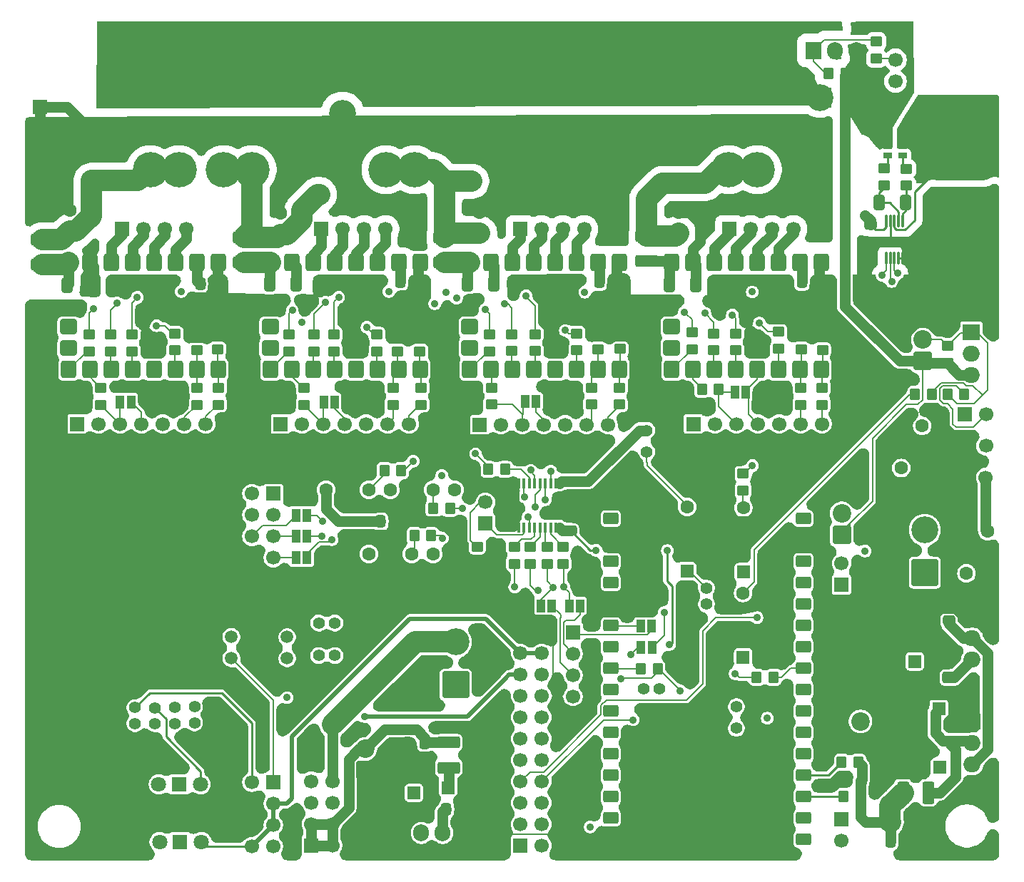
<source format=gbr>
%TF.GenerationSoftware,KiCad,Pcbnew,9.0.2*%
%TF.CreationDate,2025-08-05T21:19:51-07:00*%
%TF.ProjectId,telepresence-bot,74656c65-7072-4657-9365-6e63652d626f,rev?*%
%TF.SameCoordinates,Original*%
%TF.FileFunction,Copper,L4,Bot*%
%TF.FilePolarity,Positive*%
%FSLAX46Y46*%
G04 Gerber Fmt 4.6, Leading zero omitted, Abs format (unit mm)*
G04 Created by KiCad (PCBNEW 9.0.2) date 2025-08-05 21:19:51*
%MOMM*%
%LPD*%
G01*
G04 APERTURE LIST*
G04 Aperture macros list*
%AMRoundRect*
0 Rectangle with rounded corners*
0 $1 Rounding radius*
0 $2 $3 $4 $5 $6 $7 $8 $9 X,Y pos of 4 corners*
0 Add a 4 corners polygon primitive as box body*
4,1,4,$2,$3,$4,$5,$6,$7,$8,$9,$2,$3,0*
0 Add four circle primitives for the rounded corners*
1,1,$1+$1,$2,$3*
1,1,$1+$1,$4,$5*
1,1,$1+$1,$6,$7*
1,1,$1+$1,$8,$9*
0 Add four rect primitives between the rounded corners*
20,1,$1+$1,$2,$3,$4,$5,0*
20,1,$1+$1,$4,$5,$6,$7,0*
20,1,$1+$1,$6,$7,$8,$9,0*
20,1,$1+$1,$8,$9,$2,$3,0*%
G04 Aperture macros list end*
%TA.AperFunction,ComponentPad*%
%ADD10RoundRect,0.250000X0.550000X-0.550000X0.550000X0.550000X-0.550000X0.550000X-0.550000X-0.550000X0*%
%TD*%
%TA.AperFunction,ComponentPad*%
%ADD11C,1.600000*%
%TD*%
%TA.AperFunction,SMDPad,CuDef*%
%ADD12RoundRect,0.250000X0.450000X-0.350000X0.450000X0.350000X-0.450000X0.350000X-0.450000X-0.350000X0*%
%TD*%
%TA.AperFunction,ComponentPad*%
%ADD13C,1.400000*%
%TD*%
%TA.AperFunction,SMDPad,CuDef*%
%ADD14R,1.000000X1.500000*%
%TD*%
%TA.AperFunction,ComponentPad*%
%ADD15O,1.905000X2.000000*%
%TD*%
%TA.AperFunction,ComponentPad*%
%ADD16R,1.905000X2.000000*%
%TD*%
%TA.AperFunction,ComponentPad*%
%ADD17C,1.700000*%
%TD*%
%TA.AperFunction,ComponentPad*%
%ADD18R,1.700000X1.700000*%
%TD*%
%TA.AperFunction,ComponentPad*%
%ADD19C,3.200000*%
%TD*%
%TA.AperFunction,ComponentPad*%
%ADD20RoundRect,0.250000X1.350000X1.350000X-1.350000X1.350000X-1.350000X-1.350000X1.350000X-1.350000X0*%
%TD*%
%TA.AperFunction,ComponentPad*%
%ADD21RoundRect,1.200000X2.800000X-2.800000X2.800000X2.800000X-2.800000X2.800000X-2.800000X-2.800000X0*%
%TD*%
%TA.AperFunction,ComponentPad*%
%ADD22C,2.200000*%
%TD*%
%TA.AperFunction,ComponentPad*%
%ADD23RoundRect,0.249999X-0.850001X-0.850001X0.850001X-0.850001X0.850001X0.850001X-0.850001X0.850001X0*%
%TD*%
%TA.AperFunction,ComponentPad*%
%ADD24RoundRect,0.250000X-1.350000X1.350000X-1.350000X-1.350000X1.350000X-1.350000X1.350000X1.350000X0*%
%TD*%
%TA.AperFunction,ComponentPad*%
%ADD25RoundRect,0.233333X0.666667X0.466667X-0.666667X0.466667X-0.666667X-0.466667X0.666667X-0.466667X0*%
%TD*%
%TA.AperFunction,ComponentPad*%
%ADD26RoundRect,0.249999X0.850001X-0.850001X0.850001X0.850001X-0.850001X0.850001X-0.850001X-0.850001X0*%
%TD*%
%TA.AperFunction,ComponentPad*%
%ADD27RoundRect,0.250000X0.750000X0.650000X-0.750000X0.650000X-0.750000X-0.650000X0.750000X-0.650000X0*%
%TD*%
%TA.AperFunction,ComponentPad*%
%ADD28RoundRect,0.250000X0.750000X-0.650000X0.750000X0.650000X-0.750000X0.650000X-0.750000X-0.650000X0*%
%TD*%
%TA.AperFunction,ComponentPad*%
%ADD29RoundRect,0.250000X0.650000X-0.750000X0.650000X0.750000X-0.650000X0.750000X-0.650000X-0.750000X0*%
%TD*%
%TA.AperFunction,ComponentPad*%
%ADD30RoundRect,0.250000X-0.650000X0.750000X-0.650000X-0.750000X0.650000X-0.750000X0.650000X0.750000X0*%
%TD*%
%TA.AperFunction,ComponentPad*%
%ADD31C,2.400000*%
%TD*%
%TA.AperFunction,ComponentPad*%
%ADD32RoundRect,0.250001X-0.949999X0.949999X-0.949999X-0.949999X0.949999X-0.949999X0.949999X0.949999X0*%
%TD*%
%TA.AperFunction,ComponentPad*%
%ADD33RoundRect,0.250000X0.550000X0.550000X-0.550000X0.550000X-0.550000X-0.550000X0.550000X-0.550000X0*%
%TD*%
%TA.AperFunction,ComponentPad*%
%ADD34C,4.200000*%
%TD*%
%TA.AperFunction,ComponentPad*%
%ADD35C,1.500000*%
%TD*%
%TA.AperFunction,ComponentPad*%
%ADD36R,1.500000X1.500000*%
%TD*%
%TA.AperFunction,ComponentPad*%
%ADD37C,1.800000*%
%TD*%
%TA.AperFunction,ComponentPad*%
%ADD38R,1.800000X1.800000*%
%TD*%
%TA.AperFunction,ComponentPad*%
%ADD39RoundRect,0.250000X-0.550000X-0.550000X0.550000X-0.550000X0.550000X0.550000X-0.550000X0.550000X0*%
%TD*%
%TA.AperFunction,ComponentPad*%
%ADD40RoundRect,0.250000X1.350000X-1.350000X1.350000X1.350000X-1.350000X1.350000X-1.350000X-1.350000X0*%
%TD*%
%TA.AperFunction,ComponentPad*%
%ADD41O,2.000000X1.905000*%
%TD*%
%TA.AperFunction,ComponentPad*%
%ADD42R,2.000000X1.905000*%
%TD*%
%TA.AperFunction,SMDPad,CuDef*%
%ADD43RoundRect,0.250000X0.350000X0.450000X-0.350000X0.450000X-0.350000X-0.450000X0.350000X-0.450000X0*%
%TD*%
%TA.AperFunction,SMDPad,CuDef*%
%ADD44RoundRect,0.075000X0.075000X-0.650000X0.075000X0.650000X-0.075000X0.650000X-0.075000X-0.650000X0*%
%TD*%
%TA.AperFunction,SMDPad,CuDef*%
%ADD45RoundRect,0.250000X-0.450000X0.350000X-0.450000X-0.350000X0.450000X-0.350000X0.450000X0.350000X0*%
%TD*%
%TA.AperFunction,SMDPad,CuDef*%
%ADD46RoundRect,0.250000X-0.350000X-0.450000X0.350000X-0.450000X0.350000X0.450000X-0.350000X0.450000X0*%
%TD*%
%TA.AperFunction,SMDPad,CuDef*%
%ADD47RoundRect,0.250000X-0.475000X0.337500X-0.475000X-0.337500X0.475000X-0.337500X0.475000X0.337500X0*%
%TD*%
%TA.AperFunction,SMDPad,CuDef*%
%ADD48RoundRect,0.250000X-0.337500X-0.475000X0.337500X-0.475000X0.337500X0.475000X-0.337500X0.475000X0*%
%TD*%
%TA.AperFunction,SMDPad,CuDef*%
%ADD49R,1.010000X2.287000*%
%TD*%
%TA.AperFunction,SMDPad,CuDef*%
%ADD50R,1.010000X0.762000*%
%TD*%
%TA.AperFunction,SMDPad,CuDef*%
%ADD51RoundRect,0.250001X1.074999X-0.462499X1.074999X0.462499X-1.074999X0.462499X-1.074999X-0.462499X0*%
%TD*%
%TA.AperFunction,SMDPad,CuDef*%
%ADD52RoundRect,0.250000X-0.412500X-0.650000X0.412500X-0.650000X0.412500X0.650000X-0.412500X0.650000X0*%
%TD*%
%TA.AperFunction,SMDPad,CuDef*%
%ADD53RoundRect,0.250000X0.337500X0.475000X-0.337500X0.475000X-0.337500X-0.475000X0.337500X-0.475000X0*%
%TD*%
%TA.AperFunction,SMDPad,CuDef*%
%ADD54RoundRect,0.250000X0.475000X-0.337500X0.475000X0.337500X-0.475000X0.337500X-0.475000X-0.337500X0*%
%TD*%
%TA.AperFunction,SMDPad,CuDef*%
%ADD55RoundRect,0.250001X0.462499X1.074999X-0.462499X1.074999X-0.462499X-1.074999X0.462499X-1.074999X0*%
%TD*%
%TA.AperFunction,SMDPad,CuDef*%
%ADD56RoundRect,0.250000X0.412500X0.650000X-0.412500X0.650000X-0.412500X-0.650000X0.412500X-0.650000X0*%
%TD*%
%TA.AperFunction,SMDPad,CuDef*%
%ADD57RoundRect,0.250000X0.650000X-0.412500X0.650000X0.412500X-0.650000X0.412500X-0.650000X-0.412500X0*%
%TD*%
%TA.AperFunction,SMDPad,CuDef*%
%ADD58R,0.400000X1.200000*%
%TD*%
%TA.AperFunction,ViaPad*%
%ADD59C,0.900000*%
%TD*%
%TA.AperFunction,Conductor*%
%ADD60C,0.160000*%
%TD*%
%TA.AperFunction,Conductor*%
%ADD61C,1.270000*%
%TD*%
%TA.AperFunction,Conductor*%
%ADD62C,2.540000*%
%TD*%
%TA.AperFunction,Conductor*%
%ADD63C,0.254000*%
%TD*%
%TA.AperFunction,Conductor*%
%ADD64C,0.508000*%
%TD*%
G04 APERTURE END LIST*
D10*
%TO.P,C15,1*%
%TO.N,Net-(C15-Pad1)*%
X66275000Y-37385112D03*
D11*
%TO.P,C15,2*%
%TO.N,GND*%
X66275000Y-34885112D03*
%TD*%
D12*
%TO.P,R25,2*%
%TO.N,Net-(U7-SDI{slash}CFG1)*%
X67672000Y-55738000D03*
%TO.P,R25,1*%
%TO.N,/drivers/motor_driver/_MISO*%
X67672000Y-57738000D03*
%TD*%
D13*
%TO.P,R10,1*%
%TO.N,/AUX_PWR_ENABLE*%
X85724800Y-91505500D03*
%TO.P,R10,2*%
%TO.N,Net-(R10-Pad2)*%
X87624800Y-91505500D03*
%TD*%
D14*
%TO.P,R56,1*%
%TO.N,/drivers/motor_driver/_MISO*%
X71651000Y-57352000D03*
%TO.P,R56,2*%
%TO.N,/drivers/motor_driver1/_MISO*%
X72951000Y-57352000D03*
%TD*%
%TO.P,R61,2*%
%TO.N,/drivers/DRV_MOSI_LAST*%
X24901000Y-57427000D03*
%TO.P,R61,1*%
%TO.N,/drivers/motor_driver2/_MISO*%
X23601000Y-57427000D03*
%TD*%
%TO.P,R60,2*%
%TO.N,/drivers/motor_driver2/_MISO*%
X49051000Y-57402000D03*
%TO.P,R60,1*%
%TO.N,/drivers/motor_driver1/_MISO*%
X47751000Y-57402000D03*
%TD*%
%TO.P,R58,2*%
%TO.N,/drivers/motor_driver/_MISO*%
X97826000Y-56252000D03*
%TO.P,R58,1*%
%TO.N,/drivers/DRV_MOSI_ISO*%
X96526000Y-56252000D03*
%TD*%
D15*
%TO.P,U11,3,VI*%
%TO.N,Net-(D9-K)*%
X59330800Y-108602000D03*
%TO.P,U11,2,VO*%
%TO.N,Net-(U11-VO)*%
X61870800Y-108602000D03*
D16*
%TO.P,U11,1,GND*%
%TO.N,GND*%
X64410800Y-108602000D03*
%TD*%
D17*
%TO.P,J17,7,Pin_7*%
%TO.N,/drivers/motor_driver2/_DIR*%
X57893000Y-60027000D03*
%TO.P,J17,6,Pin_6*%
%TO.N,/drivers/motor_driver2/_STEP*%
X55353000Y-60027000D03*
%TO.P,J17,5,Pin_5*%
%TO.N,/drivers/motor_driver2/_CLK_DCO*%
X52813000Y-60027000D03*
%TO.P,J17,4,Pin_4*%
%TO.N,/drivers/motor_driver2/_MISO*%
X50273000Y-60027000D03*
%TO.P,J17,3,Pin_3*%
%TO.N,/drivers/motor_driver1/_MISO*%
X47733000Y-60027000D03*
%TO.P,J17,2,Pin_2*%
%TO.N,Net-(J17-Pin_2)*%
X45193000Y-60027000D03*
D18*
%TO.P,J17,1,Pin_1*%
%TO.N,Net-(J17-Pin_1)*%
X42653000Y-60027000D03*
%TD*%
D19*
%TO.P,D5,2,A*%
%TO.N,VMOT*%
X106636000Y-21277000D03*
D20*
%TO.P,D5,1,K*%
%TO.N,/MOTOR_POWER_RAIL*%
X111716000Y-21277000D03*
%TD*%
D21*
%TO.P,J4,2,Pin_2*%
%TO.N,+BATT*%
X123276000Y-27077000D03*
%TO.P,J4,1,Pin_1*%
%TO.N,GND*%
X123276000Y-39577000D03*
%TD*%
D17*
%TO.P,J11,5,Pin_5*%
%TO.N,GND*%
X77347200Y-94930200D03*
%TO.P,J11,4,Pin_4*%
%TO.N,Net-(J11-Pin_4)*%
X77347200Y-92390200D03*
%TO.P,J11,3,Pin_3*%
%TO.N,Net-(J11-Pin_3)*%
X77347200Y-89850200D03*
%TO.P,J11,2,Pin_2*%
%TO.N,Net-(J11-Pin_2)*%
X77347200Y-87310200D03*
D18*
%TO.P,J11,1,Pin_1*%
%TO.N,Net-(J11-Pin_1)*%
X77347200Y-84770200D03*
%TD*%
D17*
%TO.P,J2,2,Pin_2*%
%TO.N,Net-(J2-Pin_2)*%
X126318400Y-58913000D03*
D18*
%TO.P,J2,1,Pin_1*%
%TO.N,GND*%
X123778400Y-58913000D03*
%TD*%
D13*
%TO.P,R41,2*%
%TO.N,Net-(R41-Pad2)*%
X96726000Y-93607000D03*
%TO.P,R41,1*%
%TO.N,/IO_MP_ENABLE*%
X96726000Y-96147000D03*
%TD*%
D22*
%TO.P,D1,2,A2*%
%TO.N,/3v3_compute*%
X111451000Y-95352000D03*
D23*
%TO.P,D1,1,A1*%
%TO.N,GND*%
X108911000Y-95352000D03*
%TD*%
D19*
%TO.P,D8,2,A2*%
%TO.N,GND*%
X49986000Y-23177000D03*
D24*
%TO.P,D8,1,A1*%
%TO.N,VMOT*%
X49986000Y-18097000D03*
%TD*%
D25*
%TO.P,U1,1,3v3*%
%TO.N,Net-(JP1-B)*%
X104686000Y-109377000D03*
%TO.P,U1,2,RST*%
%TO.N,/RST*%
X104686000Y-106837000D03*
%TO.P,U1,3,GPIO2/MTMS/LP_GPIO2/LP_UART_RTSN/LP_I2C_SDA/ADC1_CH1/FSPIQ*%
%TO.N,/SDA*%
X104686000Y-104297000D03*
%TO.P,U1,4,GPIO3/LP_GPIO3/MTDI/LP_UART_CTSN/LP_I2C_SCL/ADC1_CH2*%
%TO.N,/SCL*%
X104686000Y-101757000D03*
%TO.P,U1,5,GPIO0/XTAL_32K_P/LP_GPIO0/LP_UART_DTRN*%
%TO.N,/GPIO0*%
X104686000Y-99217000D03*
%TO.P,U1,6,GPIO1/XTAL_32K_N/LP_GPIO1/LP_UART_DSRN/ADC1_CH0*%
%TO.N,/GPIO1*%
X104686000Y-96677000D03*
%TO.P,U1,7,GPIO6/LP_GPIO6/ADC1_CH5/FSPICLK*%
%TO.N,/GPIO6*%
X104686000Y-94137000D03*
%TO.P,U1,8,GPIO7/FSPID/SDIO_DATA1*%
%TO.N,/GPIO7*%
X104686000Y-91597000D03*
%TO.P,U1,9,GPIO8/PAD_COMP0/SDIO_DATA0*%
%TO.N,Net-(U1-GPIO8{slash}PAD_COMP0{slash}SDIO_DATA0)*%
X104686000Y-89057000D03*
%TO.P,U1,10,GPIO9/PAD_COMP1/SDIO_CLK*%
%TO.N,/DRIVER_SCK*%
X104686000Y-86517000D03*
%TO.P,U1,11,GPIO10/FSPICS0/SDIO_CMD*%
%TO.N,/DRIVER_SDI*%
X104686000Y-83977000D03*
%TO.P,U1,12,GPIO26*%
%TO.N,/GPIO26*%
X104686000Y-81437000D03*
%TO.P,U1,13,GPIO25*%
%TO.N,/GPIO25*%
X104686000Y-78897000D03*
%TO.P,U1,14,5v*%
%TO.N,Net-(JP2-B)*%
X104686000Y-76357000D03*
%TO.P,U1,15,GND*%
%TO.N,GND*%
X104686000Y-73817000D03*
%TO.P,U1,16,NC*%
%TO.N,unconnected-(U1-NC-Pad16)*%
X104686000Y-71277000D03*
%TO.P,U1,17,G*%
%TO.N,GND*%
X81826000Y-109377000D03*
%TO.P,U1,18,TX*%
%TO.N,/UART_TX*%
X81826000Y-106837000D03*
%TO.P,U1,19,RX*%
%TO.N,/UART_RX*%
X81826000Y-104297000D03*
%TO.P,U1,20,GPIO24*%
%TO.N,/IO_MP_ENABLE*%
X81826000Y-101757000D03*
%TO.P,U1,21,GPIO23*%
%TO.N,/IO_DRV_ENABLE*%
X81826000Y-99217000D03*
%TO.P,U1,22,NC/GPIO15*%
%TO.N,/DRIVER_CS*%
X81826000Y-96677000D03*
%TO.P,U1,23,GPIO27*%
%TO.N,/WS281X_LED_CTRL*%
X81826000Y-94137000D03*
%TO.P,U1,24,MTCK/GPIO4/LP_GPIO4/LP_UART_RXD/ADC1_CH3/FSPIHD*%
%TO.N,/AUX_PWR_ENABLE*%
X81826000Y-91597000D03*
%TO.P,U1,25,MTDO/GPIO5/LP_GPIO5/LP_UART_TXD/ADC1_CH4/FSPIWP*%
%TO.N,Net-(U1-MTDO{slash}GPIO5{slash}LP_GPIO5{slash}LP_UART_TXD{slash}ADC1_CH4{slash}FSPIWP)*%
X81826000Y-89057000D03*
%TO.P,U1,26,NC*%
%TO.N,unconnected-(U1-NC-Pad26)*%
X81826000Y-86517000D03*
%TO.P,U1,27,GPIO28*%
%TO.N,/DRIVER_CLOCK*%
X81826000Y-83977000D03*
%TO.P,U1,28,G*%
%TO.N,GND*%
X81826000Y-81437000D03*
%TO.P,U1,29,GPIO14/USBDP/SDIO_DATA2*%
%TO.N,unconnected-(U1-GPIO14{slash}USBDP{slash}SDIO_DATA2-Pad29)*%
X81826000Y-78897000D03*
%TO.P,U1,30,GPIO13/USBDM/SDIO_DATA3*%
%TO.N,unconnected-(U1-GPIO13{slash}USBDM{slash}SDIO_DATA3-Pad30)*%
X81826000Y-76357000D03*
%TO.P,U1,31,G*%
%TO.N,GND*%
X81826000Y-73817000D03*
%TO.P,U1,32,NC*%
%TO.N,unconnected-(U1-NC-Pad32)*%
X81826000Y-71277000D03*
%TD*%
D22*
%TO.P,D4,2,A*%
%TO.N,Net-(D4-A)*%
X118850800Y-50023000D03*
D26*
%TO.P,D4,1,K*%
%TO.N,/MOTOR_POWER_RAIL*%
X118850800Y-52563000D03*
%TD*%
D27*
%TO.P,U13,18,DIAG1*%
%TO.N,Net-(J15-Pin_1)*%
X89045000Y-48497000D03*
D28*
%TO.P,U13,17,DIAG0*%
%TO.N,Net-(J15-Pin_2)*%
X89045000Y-51037000D03*
D29*
%TO.P,U13,16,GND*%
%TO.N,GND*%
X106825000Y-40877000D03*
%TO.P,U13,15,VCC_io*%
%TO.N,/drivers/DRV_VIO_ISO*%
X104285000Y-40877000D03*
%TO.P,U13,14,B2*%
%TO.N,Net-(J16-Pin_4)*%
X101745000Y-40877000D03*
%TO.P,U13,13,B1*%
%TO.N,Net-(J16-Pin_3)*%
X99205000Y-40877000D03*
%TO.P,U13,12,A1*%
%TO.N,Net-(J16-Pin_2)*%
X96665000Y-40877000D03*
%TO.P,U13,11,A2*%
%TO.N,Net-(J16-Pin_1)*%
X94125000Y-40877000D03*
%TO.P,U13,10,GND*%
%TO.N,GND*%
X91585000Y-40877000D03*
%TO.P,U13,9,Vm*%
%TO.N,/drivers/motor_driver/_Vmot*%
X89045000Y-40877000D03*
D30*
%TO.P,U13,8,DIR*%
%TO.N,Net-(U13-DIR)*%
X106825000Y-53577000D03*
%TO.P,U13,7,STEP*%
%TO.N,Net-(U13-STEP)*%
X104285000Y-53577000D03*
%TO.P,U13,6,CLK/DCO*%
%TO.N,Net-(U13-CLK{slash}DCO)*%
X101745000Y-53577000D03*
%TO.P,U13,5,SDO/CFG0*%
%TO.N,/drivers/motor_driver/_MISO*%
X99205000Y-53577000D03*
%TO.P,U13,4,CSN/CFG3*%
%TO.N,Net-(U13-CSN{slash}CFG3)*%
X96665000Y-53577000D03*
%TO.P,U13,3,SCK/CFG2*%
%TO.N,Net-(U13-SCK{slash}CFG2)*%
X94125000Y-53577000D03*
%TO.P,U13,2,SDI/CFG1*%
%TO.N,Net-(U13-SDI{slash}CFG1)*%
X91585000Y-53577000D03*
%TO.P,U13,1,EN*%
%TO.N,Net-(U13-EN)*%
X89045000Y-53577000D03*
%TD*%
D31*
%TO.P,C17,2*%
%TO.N,GND*%
X77126000Y-25877000D03*
D32*
%TO.P,C17,1*%
%TO.N,VMOT*%
X77126000Y-18377000D03*
%TD*%
D27*
%TO.P,U15,18,DIAG1*%
%TO.N,Net-(J19-Pin_1)*%
X17465000Y-48497000D03*
D28*
%TO.P,U15,17,DIAG0*%
%TO.N,Net-(J19-Pin_2)*%
X17465000Y-51037000D03*
D29*
%TO.P,U15,16,GND*%
%TO.N,GND*%
X35245000Y-40877000D03*
%TO.P,U15,15,VCC_io*%
%TO.N,/drivers/DRV_VIO_ISO*%
X32705000Y-40877000D03*
%TO.P,U15,14,B2*%
%TO.N,Net-(J20-Pin_4)*%
X30165000Y-40877000D03*
%TO.P,U15,13,B1*%
%TO.N,Net-(J20-Pin_3)*%
X27625000Y-40877000D03*
%TO.P,U15,12,A1*%
%TO.N,Net-(J20-Pin_2)*%
X25085000Y-40877000D03*
%TO.P,U15,11,A2*%
%TO.N,Net-(J20-Pin_1)*%
X22545000Y-40877000D03*
%TO.P,U15,10,GND*%
%TO.N,GND*%
X20005000Y-40877000D03*
%TO.P,U15,9,Vm*%
%TO.N,/drivers/motor_driver3/_Vmot*%
X17465000Y-40877000D03*
D30*
%TO.P,U15,8,DIR*%
%TO.N,Net-(U15-DIR)*%
X35245000Y-53577000D03*
%TO.P,U15,7,STEP*%
%TO.N,Net-(U15-STEP)*%
X32705000Y-53577000D03*
%TO.P,U15,6,CLK/DCO*%
%TO.N,Net-(U15-CLK{slash}DCO)*%
X30165000Y-53577000D03*
%TO.P,U15,5,SDO/CFG0*%
%TO.N,/drivers/DRV_MOSI_LAST*%
X27625000Y-53577000D03*
%TO.P,U15,4,CSN/CFG3*%
%TO.N,Net-(U15-CSN{slash}CFG3)*%
X25085000Y-53577000D03*
%TO.P,U15,3,SCK/CFG2*%
%TO.N,Net-(U15-SCK{slash}CFG2)*%
X22545000Y-53577000D03*
%TO.P,U15,2,SDI/CFG1*%
%TO.N,Net-(U15-SDI{slash}CFG1)*%
X20005000Y-53577000D03*
%TO.P,U15,1,EN*%
%TO.N,Net-(U15-EN)*%
X17465000Y-53577000D03*
%TD*%
D11*
%TO.P,C5,2*%
%TO.N,GND*%
X118241200Y-93812600D03*
D33*
%TO.P,C5,1*%
%TO.N,Net-(U3-VO)*%
X120741200Y-93812600D03*
%TD*%
D13*
%TO.P,R2,2*%
%TO.N,Net-(D2-A)*%
X27726000Y-95627000D03*
%TO.P,R2,1*%
%TO.N,/5v_compute*%
X27726000Y-93727000D03*
%TD*%
D34*
%TO.P,F6,1*%
%TO.N,Net-(C29-Pad1)*%
X95817000Y-29834000D03*
X99217000Y-29834000D03*
%TO.P,F6,2*%
%TO.N,VMOT*%
X95817000Y-16364000D03*
X99217000Y-16364000D03*
%TD*%
D11*
%TO.P,U12,4*%
%TO.N,/drivers/DRV_ENABLE_ISO*%
X90886000Y-69887000D03*
%TO.P,U12,3*%
%TO.N,GND*%
X93426000Y-69887000D03*
%TO.P,U12,2*%
X93426000Y-77507000D03*
D10*
%TO.P,U12,1*%
%TO.N,Net-(R48-Pad2)*%
X90886000Y-77507000D03*
%TD*%
D35*
%TO.P,Q3,3,C*%
%TO.N,Net-(J1-Pin_7)*%
X43426000Y-87877000D03*
%TO.P,Q3,2,B*%
%TO.N,Net-(Q3-B)*%
X43426000Y-85337000D03*
D36*
%TO.P,Q3,1,E*%
%TO.N,GND*%
X43426000Y-82797000D03*
%TD*%
D17*
%TO.P,J8,4,Pin_4*%
%TO.N,VMOT*%
X22476000Y-21747000D03*
%TO.P,J8,3,Pin_3*%
X22476000Y-19207000D03*
%TO.P,J8,2,Pin_2*%
X22476000Y-16667000D03*
D18*
%TO.P,J8,1,Pin_1*%
X22476000Y-14127000D03*
%TD*%
D35*
%TO.P,Q4,3,C*%
%TO.N,Net-(J1-Pin_1)*%
X36816000Y-87867000D03*
%TO.P,Q4,2,B*%
%TO.N,Net-(Q4-B)*%
X36816000Y-85327000D03*
D36*
%TO.P,Q4,1,E*%
%TO.N,GND*%
X36816000Y-82787000D03*
%TD*%
D13*
%TO.P,R64,2*%
%TO.N,Net-(J1-Pin_7)*%
X32426000Y-93632000D03*
%TO.P,R64,1*%
%TO.N,Net-(D10-K)*%
X32426000Y-95532000D03*
%TD*%
D34*
%TO.P,F7,2*%
%TO.N,VMOT*%
X39273000Y-16364000D03*
X35873000Y-16364000D03*
%TO.P,F7,1*%
%TO.N,Net-(C33-Pad1)*%
X39273000Y-29834000D03*
X35873000Y-29834000D03*
%TD*%
D11*
%TO.P,U9,14,VCC*%
%TO.N,/drivers/DRV_VIO_ISO*%
X48035600Y-67853800D03*
%TO.P,U9,13*%
%TO.N,GND*%
X50575600Y-67853800D03*
%TO.P,U9,12*%
%TO.N,Net-(R45-Pad1)*%
X53115600Y-67853800D03*
%TO.P,U9,11*%
%TO.N,/drivers/DRV_CLK_ISO*%
X55655600Y-67853800D03*
%TO.P,U9,10*%
%TO.N,GND*%
X58195600Y-67853800D03*
%TO.P,U9,9*%
%TO.N,Net-(R44-Pad1)*%
X60735600Y-67853800D03*
%TO.P,U9,8*%
%TO.N,/drivers/DRV_CS_ISO*%
X63275600Y-67853800D03*
%TO.P,U9,7,GND*%
%TO.N,GND*%
X63275600Y-75473800D03*
%TO.P,U9,6*%
%TO.N,/drivers/DRV_SCK_ISO*%
X60735600Y-75473800D03*
%TO.P,U9,5*%
%TO.N,Net-(R42-Pad2)*%
X58195600Y-75473800D03*
%TO.P,U9,4*%
%TO.N,GND*%
X55655600Y-75473800D03*
%TO.P,U9,3*%
%TO.N,unconnected-(U9-Pad3)*%
X53115600Y-75473800D03*
%TO.P,U9,2*%
%TO.N,GND*%
X50575600Y-75473800D03*
D10*
%TO.P,U9,1*%
X48035600Y-75473800D03*
%TD*%
D17*
%TO.P,J3,2,Pin_2*%
%TO.N,Net-(J3-Pin_2)*%
X126313400Y-66380600D03*
D18*
%TO.P,J3,1,Pin_1*%
%TO.N,GND*%
X123773400Y-66380600D03*
%TD*%
D17*
%TO.P,J15,7,Pin_7*%
%TO.N,/drivers/motor_driver/_DIR*%
X106885000Y-60027000D03*
%TO.P,J15,6,Pin_6*%
%TO.N,/drivers/motor_driver/_STEP*%
X104345000Y-60027000D03*
%TO.P,J15,5,Pin_5*%
%TO.N,/drivers/motor_driver/_CLK_DCO*%
X101805000Y-60027000D03*
%TO.P,J15,4,Pin_4*%
%TO.N,/drivers/motor_driver/_MISO*%
X99265000Y-60027000D03*
%TO.P,J15,3,Pin_3*%
%TO.N,/drivers/DRV_MOSI_ISO*%
X96725000Y-60027000D03*
%TO.P,J15,2,Pin_2*%
%TO.N,Net-(J15-Pin_2)*%
X94185000Y-60027000D03*
D18*
%TO.P,J15,1,Pin_1*%
%TO.N,Net-(J15-Pin_1)*%
X91645000Y-60027000D03*
%TD*%
D17*
%TO.P,JP2,2,B*%
%TO.N,Net-(JP2-B)*%
X109201000Y-76587000D03*
D18*
%TO.P,JP2,1,A*%
%TO.N,/5v_compute*%
X109201000Y-79127000D03*
%TD*%
D17*
%TO.P,J9,3,Pin_3*%
%TO.N,GND*%
X115599600Y-19339800D03*
%TO.P,J9,2,Pin_2*%
%TO.N,Net-(J9-Pin_2)*%
X115599600Y-16799800D03*
D18*
%TO.P,J9,1,Pin_1*%
%TO.N,/MOTOR_POWER_RAIL*%
X115599600Y-14259800D03*
%TD*%
D27*
%TO.P,U7,18,DIAG1*%
%TO.N,Net-(J6-Pin_1)*%
X65075000Y-48497000D03*
D28*
%TO.P,U7,17,DIAG0*%
%TO.N,Net-(J6-Pin_2)*%
X65075000Y-51037000D03*
D29*
%TO.P,U7,16,GND*%
%TO.N,GND*%
X82855000Y-40877000D03*
%TO.P,U7,15,VCC_io*%
%TO.N,/drivers/DRV_VIO_ISO*%
X80315000Y-40877000D03*
%TO.P,U7,14,B2*%
%TO.N,Net-(J7-Pin_4)*%
X77775000Y-40877000D03*
%TO.P,U7,13,B1*%
%TO.N,Net-(J7-Pin_3)*%
X75235000Y-40877000D03*
%TO.P,U7,12,A1*%
%TO.N,Net-(J7-Pin_2)*%
X72695000Y-40877000D03*
%TO.P,U7,11,A2*%
%TO.N,Net-(J7-Pin_1)*%
X70155000Y-40877000D03*
%TO.P,U7,10,GND*%
%TO.N,GND*%
X67615000Y-40877000D03*
%TO.P,U7,9,Vm*%
%TO.N,/drivers/motor_driver1/_Vmot*%
X65075000Y-40877000D03*
D30*
%TO.P,U7,8,DIR*%
%TO.N,Net-(U7-DIR)*%
X82855000Y-53577000D03*
%TO.P,U7,7,STEP*%
%TO.N,Net-(U7-STEP)*%
X80315000Y-53577000D03*
%TO.P,U7,6,CLK/DCO*%
%TO.N,Net-(U7-CLK{slash}DCO)*%
X77775000Y-53577000D03*
%TO.P,U7,5,SDO/CFG0*%
%TO.N,/drivers/motor_driver1/_MISO*%
X75235000Y-53577000D03*
%TO.P,U7,4,CSN/CFG3*%
%TO.N,Net-(U7-CSN{slash}CFG3)*%
X72695000Y-53577000D03*
%TO.P,U7,3,SCK/CFG2*%
%TO.N,Net-(U7-SCK{slash}CFG2)*%
X70155000Y-53577000D03*
%TO.P,U7,2,SDI/CFG1*%
%TO.N,Net-(U7-SDI{slash}CFG1)*%
X67615000Y-53577000D03*
%TO.P,U7,1,EN*%
%TO.N,Net-(U7-EN)*%
X65075000Y-53577000D03*
%TD*%
D17*
%TO.P,J20,4,Pin_4*%
%TO.N,Net-(J20-Pin_4)*%
X31475000Y-36877000D03*
%TO.P,J20,3,Pin_3*%
%TO.N,Net-(J20-Pin_3)*%
X28935000Y-36877000D03*
%TO.P,J20,2,Pin_2*%
%TO.N,Net-(J20-Pin_2)*%
X26395000Y-36877000D03*
D18*
%TO.P,J20,1,Pin_1*%
%TO.N,Net-(J20-Pin_1)*%
X23855000Y-36877000D03*
%TD*%
D34*
%TO.P,F4,2*%
%TO.N,VMOT*%
X58545000Y-16364000D03*
X55145000Y-16364000D03*
%TO.P,F4,1*%
%TO.N,Net-(C15-Pad1)*%
X58545000Y-29834000D03*
X55145000Y-29834000D03*
%TD*%
D11*
%TO.P,C30,2*%
%TO.N,GND*%
X88876000Y-26470651D03*
D10*
%TO.P,C30,1*%
%TO.N,Net-(C29-Pad1)*%
X88876000Y-31470651D03*
%TD*%
D11*
%TO.P,C3,2*%
%TO.N,GND*%
X118342800Y-100772200D03*
D33*
%TO.P,C3,1*%
%TO.N,/5v_compute*%
X120842800Y-100772200D03*
%TD*%
D13*
%TO.P,R14,2*%
%TO.N,Net-(Q3-B)*%
X47181000Y-83677000D03*
%TO.P,R14,1*%
%TO.N,/IO_MP_ENABLE*%
X49081000Y-83677000D03*
%TD*%
D22*
%TO.P,D7,2,A2*%
%TO.N,/drivers/DRV_VIO_ISO*%
X52676000Y-98627000D03*
D26*
%TO.P,D7,1,A1*%
%TO.N,GND*%
X52676000Y-101167000D03*
%TD*%
D37*
%TO.P,D2,2,A*%
%TO.N,Net-(D2-A)*%
X28186000Y-102827000D03*
D38*
%TO.P,D2,1,K*%
%TO.N,GND*%
X25646000Y-102827000D03*
%TD*%
D17*
%TO.P,J16,4,Pin_4*%
%TO.N,Net-(J16-Pin_4)*%
X103495000Y-36877000D03*
%TO.P,J16,3,Pin_3*%
%TO.N,Net-(J16-Pin_3)*%
X100955000Y-36877000D03*
%TO.P,J16,2,Pin_2*%
%TO.N,Net-(J16-Pin_2)*%
X98415000Y-36877000D03*
D18*
%TO.P,J16,1,Pin_1*%
%TO.N,Net-(J16-Pin_1)*%
X95875000Y-36877000D03*
%TD*%
D37*
%TO.P,D11,2,A*%
%TO.N,/5v_compute*%
X33166000Y-102827000D03*
D38*
%TO.P,D11,1,K*%
%TO.N,Net-(D11-K)*%
X30626000Y-102827000D03*
%TD*%
D22*
%TO.P,D6,2,A*%
%TO.N,Net-(D6-A)*%
X109226000Y-70639183D03*
D26*
%TO.P,D6,1,K*%
%TO.N,/MOTOR_POWER_RAIL*%
X109226000Y-73179183D03*
%TD*%
D11*
%TO.P,C1,2*%
%TO.N,GND*%
X117901000Y-83227000D03*
D10*
%TO.P,C1,1*%
%TO.N,Net-(D12-K)*%
X117901000Y-88227000D03*
%TD*%
D13*
%TO.P,R70,2*%
%TO.N,Net-(D11-K)*%
X30076000Y-95622000D03*
%TO.P,R70,1*%
%TO.N,Net-(J1-Pin_1)*%
X30076000Y-93722000D03*
%TD*%
%TO.P,R15,2*%
%TO.N,Net-(Q4-B)*%
X47181000Y-87527000D03*
%TO.P,R15,1*%
%TO.N,/IO_DRV_ENABLE*%
X49081000Y-87527000D03*
%TD*%
D37*
%TO.P,D10,2,A*%
%TO.N,/5v_compute*%
X33266000Y-109677000D03*
D38*
%TO.P,D10,1,K*%
%TO.N,Net-(D10-K)*%
X30726000Y-109677000D03*
%TD*%
D13*
%TO.P,R48,2*%
%TO.N,Net-(R48-Pad2)*%
X93176000Y-79532000D03*
%TO.P,R48,1*%
%TO.N,/IO_DRV_ENABLE*%
X93176000Y-81432000D03*
%TD*%
D17*
%TO.P,J12,4,Pin_4*%
%TO.N,GND*%
X14076000Y-30047000D03*
%TO.P,J12,3,Pin_3*%
X14076000Y-27507000D03*
%TO.P,J12,2,Pin_2*%
X14076000Y-24967000D03*
D18*
%TO.P,J12,1,Pin_1*%
X14076000Y-22427000D03*
%TD*%
D17*
%TO.P,J13,8,Pin_8*%
%TO.N,GND*%
X39236000Y-75927000D03*
%TO.P,J13,7,Pin_7*%
%TO.N,Net-(J13-Pin_7)*%
X41776000Y-75927000D03*
%TO.P,J13,6,Pin_6*%
%TO.N,Net-(J13-Pin_6)*%
X39236000Y-73387000D03*
%TO.P,J13,5,Pin_5*%
%TO.N,Net-(J13-Pin_5)*%
X41776000Y-73387000D03*
%TO.P,J13,4,Pin_4*%
%TO.N,/drivers/DRV_VIO_ISO*%
X39236000Y-70847000D03*
%TO.P,J13,3,Pin_3*%
%TO.N,/drivers/DRV_ENABLE_ISO*%
X41776000Y-70847000D03*
%TO.P,J13,2,Pin_2*%
%TO.N,/drivers/DRV_MOSI_LAST*%
X39236000Y-68307000D03*
D18*
%TO.P,J13,1,Pin_1*%
%TO.N,/drivers/MCU_MISO_ISO*%
X41776000Y-68307000D03*
%TD*%
D11*
%TO.P,C7,2*%
%TO.N,GND*%
X117428400Y-107223800D03*
D39*
%TO.P,C7,1*%
%TO.N,/3v3_compute*%
X114928400Y-107223800D03*
%TD*%
D17*
%TO.P,JP1,2,B*%
%TO.N,Net-(JP1-B)*%
X109201000Y-109517000D03*
D18*
%TO.P,JP1,1,A*%
%TO.N,/3v3_compute*%
X109201000Y-106977000D03*
%TD*%
D17*
%TO.P,J19,7,Pin_7*%
%TO.N,/drivers/motor_driver3/_DIR*%
X33763000Y-60027000D03*
%TO.P,J19,6,Pin_6*%
%TO.N,/drivers/motor_driver3/_STEP*%
X31223000Y-60027000D03*
%TO.P,J19,5,Pin_5*%
%TO.N,/drivers/motor_driver3/_CLK_DCO*%
X28683000Y-60027000D03*
%TO.P,J19,4,Pin_4*%
%TO.N,/drivers/DRV_MOSI_LAST*%
X26143000Y-60027000D03*
%TO.P,J19,3,Pin_3*%
%TO.N,/drivers/motor_driver2/_MISO*%
X23603000Y-60027000D03*
%TO.P,J19,2,Pin_2*%
%TO.N,Net-(J19-Pin_2)*%
X21063000Y-60027000D03*
D18*
%TO.P,J19,1,Pin_1*%
%TO.N,Net-(J19-Pin_1)*%
X18523000Y-60027000D03*
%TD*%
D13*
%TO.P,R47,2*%
%TO.N,/drivers/DRV_ENABLE_ISO*%
X86084800Y-63331800D03*
%TO.P,R47,1*%
%TO.N,/drivers/DRV_VIO_ISO*%
X86084800Y-60791800D03*
%TD*%
D11*
%TO.P,U4,4*%
%TO.N,Net-(R11-Pad1)*%
X97526000Y-80107000D03*
%TO.P,U4,3*%
%TO.N,GND*%
X100066000Y-80107000D03*
%TO.P,U4,2*%
X100066000Y-87727000D03*
D10*
%TO.P,U4,1*%
%TO.N,Net-(R10-Pad2)*%
X97526000Y-87727000D03*
%TD*%
D19*
%TO.P,D12,2,A*%
%TO.N,/IOLV_IN*%
X119076000Y-72612000D03*
D40*
%TO.P,D12,1,K*%
%TO.N,Net-(D12-K)*%
X119076000Y-77692000D03*
%TD*%
D19*
%TO.P,D9,2,A*%
%TO.N,/IOLV_IN*%
X63426000Y-85927000D03*
D40*
%TO.P,D9,1,K*%
%TO.N,Net-(D9-K)*%
X63426000Y-91007000D03*
%TD*%
D11*
%TO.P,C37,2*%
%TO.N,GND*%
X17634000Y-34656000D03*
D10*
%TO.P,C37,1*%
%TO.N,Net-(C37-Pad1)*%
X17634000Y-37156000D03*
%TD*%
D11*
%TO.P,C24,2*%
%TO.N,GND*%
X55978000Y-103823218D03*
D33*
%TO.P,C24,1*%
%TO.N,Net-(D9-K)*%
X58478000Y-103823218D03*
%TD*%
D11*
%TO.P,F2,2*%
%TO.N,/IOLV_IN*%
X124026000Y-77777000D03*
%TO.P,F2,1*%
%TO.N,Net-(J3-Pin_2)*%
X126526000Y-72777000D03*
%TD*%
D17*
%TO.P,J10,2,Pin_2*%
%TO.N,Net-(J10-Pin_2)*%
X66951000Y-69337000D03*
D18*
%TO.P,J10,1,Pin_1*%
%TO.N,Net-(J10-Pin_1)*%
X66951000Y-71877000D03*
%TD*%
D37*
%TO.P,D3,2,A*%
%TO.N,Net-(D3-A)*%
X28286000Y-109677000D03*
D38*
%TO.P,D3,1,K*%
%TO.N,GND*%
X25746000Y-109677000D03*
%TD*%
D11*
%TO.P,C34,2*%
%TO.N,GND*%
X47276000Y-27777000D03*
D10*
%TO.P,C34,1*%
%TO.N,Net-(C33-Pad1)*%
X47276000Y-32777000D03*
%TD*%
D17*
%TO.P,J14,8,Pin_8*%
%TO.N,/IOLV_IN*%
X48816000Y-102447000D03*
%TO.P,J14,7,Pin_7*%
X46276000Y-102447000D03*
%TO.P,J14,6,Pin_6*%
X48816000Y-104987000D03*
%TO.P,J14,5,Pin_5*%
X46276000Y-104987000D03*
%TO.P,J14,4,Pin_4*%
%TO.N,/drivers/DRV_VIO_ISO*%
X48816000Y-107527000D03*
%TO.P,J14,3,Pin_3*%
X46276000Y-107527000D03*
%TO.P,J14,2,Pin_2*%
X48816000Y-110067000D03*
D18*
%TO.P,J14,1,Pin_1*%
X46276000Y-110067000D03*
%TD*%
D34*
%TO.P,F8,2*%
%TO.N,VMOT*%
X30576000Y-16364000D03*
X27176000Y-16364000D03*
%TO.P,F8,1*%
%TO.N,Net-(C37-Pad1)*%
X30576000Y-29834000D03*
X27176000Y-29834000D03*
%TD*%
D11*
%TO.P,F1,2*%
%TO.N,Net-(J5-Pin_2)*%
X116276000Y-65273800D03*
%TO.P,F1,1*%
%TO.N,/AUX_PWR_RAIL*%
X118776000Y-60273800D03*
%TD*%
D41*
%TO.P,U2,3,VI*%
%TO.N,Net-(D12-K)*%
X124708000Y-88021400D03*
%TO.P,U2,2,VO*%
%TO.N,/5v_compute*%
X124708000Y-85481400D03*
D42*
%TO.P,U2,1,GND*%
%TO.N,GND*%
X124708000Y-82941400D03*
%TD*%
D11*
%TO.P,C38,2*%
%TO.N,GND*%
X20376000Y-26089651D03*
D10*
%TO.P,C38,1*%
%TO.N,Net-(C37-Pad1)*%
X20376000Y-31089651D03*
%TD*%
D11*
%TO.P,C29,2*%
%TO.N,GND*%
X89872112Y-34885112D03*
D10*
%TO.P,C29,1*%
%TO.N,Net-(C29-Pad1)*%
X89872112Y-37385112D03*
%TD*%
D11*
%TO.P,C16,2*%
%TO.N,GND*%
X65226000Y-26216651D03*
D10*
%TO.P,C16,1*%
%TO.N,Net-(C15-Pad1)*%
X65226000Y-31216651D03*
%TD*%
D27*
%TO.P,U14,18,DIAG1*%
%TO.N,Net-(J17-Pin_1)*%
X41425000Y-48497000D03*
D28*
%TO.P,U14,17,DIAG0*%
%TO.N,Net-(J17-Pin_2)*%
X41425000Y-51037000D03*
D29*
%TO.P,U14,16,GND*%
%TO.N,GND*%
X59205000Y-40877000D03*
%TO.P,U14,15,VCC_io*%
%TO.N,/drivers/DRV_VIO_ISO*%
X56665000Y-40877000D03*
%TO.P,U14,14,B2*%
%TO.N,Net-(J18-Pin_4)*%
X54125000Y-40877000D03*
%TO.P,U14,13,B1*%
%TO.N,Net-(J18-Pin_3)*%
X51585000Y-40877000D03*
%TO.P,U14,12,A1*%
%TO.N,Net-(J18-Pin_2)*%
X49045000Y-40877000D03*
%TO.P,U14,11,A2*%
%TO.N,Net-(J18-Pin_1)*%
X46505000Y-40877000D03*
%TO.P,U14,10,GND*%
%TO.N,GND*%
X43965000Y-40877000D03*
%TO.P,U14,9,Vm*%
%TO.N,/drivers/motor_driver2/_Vmot*%
X41425000Y-40877000D03*
D30*
%TO.P,U14,8,DIR*%
%TO.N,Net-(U14-DIR)*%
X59205000Y-53577000D03*
%TO.P,U14,7,STEP*%
%TO.N,Net-(U14-STEP)*%
X56665000Y-53577000D03*
%TO.P,U14,6,CLK/DCO*%
%TO.N,Net-(U14-CLK{slash}DCO)*%
X54125000Y-53577000D03*
%TO.P,U14,5,SDO/CFG0*%
%TO.N,/drivers/motor_driver2/_MISO*%
X51585000Y-53577000D03*
%TO.P,U14,4,CSN/CFG3*%
%TO.N,Net-(U14-CSN{slash}CFG3)*%
X49045000Y-53577000D03*
%TO.P,U14,3,SCK/CFG2*%
%TO.N,Net-(U14-SCK{slash}CFG2)*%
X46505000Y-53577000D03*
%TO.P,U14,2,SDI/CFG1*%
%TO.N,Net-(U14-SDI{slash}CFG1)*%
X43965000Y-53577000D03*
%TO.P,U14,1,EN*%
%TO.N,Net-(U14-EN)*%
X41425000Y-53577000D03*
%TD*%
D17*
%TO.P,J1,8,Pin_8*%
%TO.N,/5v_compute*%
X39236000Y-110207000D03*
%TO.P,J1,7,Pin_7*%
%TO.N,Net-(J1-Pin_7)*%
X41776000Y-110207000D03*
%TO.P,J1,6,Pin_6*%
%TO.N,GND*%
X39236000Y-107667000D03*
%TO.P,J1,5,Pin_5*%
%TO.N,/5v_compute*%
X41776000Y-107667000D03*
%TO.P,J1,4,Pin_4*%
%TO.N,GND*%
X39236000Y-105127000D03*
%TO.P,J1,3,Pin_3*%
%TO.N,/5v_compute*%
X41776000Y-105127000D03*
%TO.P,J1,2,Pin_2*%
%TO.N,/3v3_compute*%
X39236000Y-102587000D03*
D18*
%TO.P,J1,1,Pin_1*%
%TO.N,Net-(J1-Pin_1)*%
X41776000Y-102587000D03*
%TD*%
D41*
%TO.P,U3,3,VI*%
%TO.N,/5v_compute*%
X124708000Y-100467400D03*
%TO.P,U3,2,VO*%
%TO.N,Net-(U3-VO)*%
X124708000Y-97927400D03*
D42*
%TO.P,U3,1,GND*%
%TO.N,GND*%
X124708000Y-95387400D03*
%TD*%
D11*
%TO.P,C33,2*%
%TO.N,GND*%
X42653000Y-35012112D03*
D10*
%TO.P,C33,1*%
%TO.N,Net-(C33-Pad1)*%
X42653000Y-37512112D03*
%TD*%
D17*
%TO.P,J6,7,Pin_7*%
%TO.N,/drivers/motor_driver1/_DIR*%
X81495000Y-60127000D03*
%TO.P,J6,6,Pin_6*%
%TO.N,/drivers/motor_driver1/_STEP*%
X78955000Y-60127000D03*
%TO.P,J6,5,Pin_5*%
%TO.N,/drivers/motor_driver1/_CLK_DCO*%
X76415000Y-60127000D03*
%TO.P,J6,4,Pin_4*%
%TO.N,/drivers/motor_driver1/_MISO*%
X73875000Y-60127000D03*
%TO.P,J6,3,Pin_3*%
%TO.N,/drivers/motor_driver/_MISO*%
X71335000Y-60127000D03*
%TO.P,J6,2,Pin_2*%
%TO.N,Net-(J6-Pin_2)*%
X68795000Y-60127000D03*
D18*
%TO.P,J6,1,Pin_1*%
%TO.N,Net-(J6-Pin_1)*%
X66255000Y-60127000D03*
%TD*%
D11*
%TO.P,C11,2*%
%TO.N,GND*%
X65020400Y-103213618D03*
D39*
%TO.P,C11,1*%
%TO.N,Net-(U11-VO)*%
X62520400Y-103213618D03*
%TD*%
D15*
%TO.P,Q2,3,S*%
%TO.N,/MOTOR_POWER_RAIL*%
X110976800Y-15682200D03*
%TO.P,Q2,2,D*%
%TO.N,VMOT*%
X108436800Y-15682200D03*
D16*
%TO.P,Q2,1,G*%
%TO.N,Net-(D6-A)*%
X105896800Y-15682200D03*
%TD*%
D17*
%TO.P,J7,4,Pin_4*%
%TO.N,Net-(J7-Pin_4)*%
X78665000Y-36877000D03*
%TO.P,J7,3,Pin_3*%
%TO.N,Net-(J7-Pin_3)*%
X76125000Y-36877000D03*
%TO.P,J7,2,Pin_2*%
%TO.N,Net-(J7-Pin_2)*%
X73585000Y-36877000D03*
D18*
%TO.P,J7,1,Pin_1*%
%TO.N,Net-(J7-Pin_1)*%
X71045000Y-36877000D03*
%TD*%
D17*
%TO.P,J5,2,Pin_2*%
%TO.N,Net-(J5-Pin_2)*%
X126338400Y-62647200D03*
D18*
%TO.P,J5,1,Pin_1*%
%TO.N,GND*%
X123798400Y-62647200D03*
%TD*%
D41*
%TO.P,Q1,3,S*%
%TO.N,/MOTOR_POWER_RAIL*%
X124606400Y-54188600D03*
%TO.P,Q1,2,D*%
%TO.N,/AUX_PWR_RAIL*%
X124606400Y-51648600D03*
D42*
%TO.P,Q1,1,G*%
%TO.N,Net-(D4-A)*%
X124606400Y-49108600D03*
%TD*%
D11*
%TO.P,U8,4*%
%TO.N,Net-(R39-Pad2)*%
X97551000Y-70012000D03*
%TO.P,U8,3*%
%TO.N,GND*%
X100091000Y-70012000D03*
%TO.P,U8,2*%
X100091000Y-77632000D03*
D10*
%TO.P,U8,1*%
%TO.N,Net-(R41-Pad2)*%
X97551000Y-77632000D03*
%TD*%
D17*
%TO.P,U16,22,GND*%
%TO.N,GND*%
X73638800Y-84719400D03*
%TO.P,U16,21,GND*%
X71098800Y-84719400D03*
%TO.P,U16,20,5v*%
%TO.N,/5v_compute*%
X73638800Y-87259400D03*
%TO.P,U16,19,5v*%
X71098800Y-87259400D03*
%TO.P,U16,18,3v3*%
%TO.N,/3v3_compute*%
X73638800Y-89799400D03*
%TO.P,U16,17,3v3*%
X71098800Y-89799400D03*
%TO.P,U16,16,GPIO5*%
%TO.N,/BATT_ALERT*%
X73638800Y-92339400D03*
%TO.P,U16,15,GPIO4*%
%TO.N,/AUX_PWR_ENABLE*%
X71098800Y-92339400D03*
%TO.P,U16,14,GPIO27*%
%TO.N,/WS281X_LED_CTRL*%
X73638800Y-94879400D03*
%TO.P,U16,13,GPIO15*%
%TO.N,unconnected-(U16-GPIO15-Pad13)*%
X71098800Y-94879400D03*
%TO.P,U16,12,GPIO23*%
%TO.N,/IO_DRV_ENABLE*%
X73638800Y-97419400D03*
%TO.P,U16,11,GPIO24*%
%TO.N,/IO_MP_ENABLE*%
X71098800Y-97419400D03*
%TO.P,U16,10,RX*%
%TO.N,/UART_RX*%
X73638800Y-99959400D03*
%TO.P,U16,9,TX*%
%TO.N,/UART_TX*%
X71098800Y-99959400D03*
%TO.P,U16,8,GPIO25*%
%TO.N,/GPIO25*%
X73638800Y-102499400D03*
%TO.P,U16,7,GPIO26*%
%TO.N,/GPIO26*%
X71098800Y-102499400D03*
%TO.P,U16,6,GPIO7*%
%TO.N,/GPIO7*%
X73638800Y-105039400D03*
%TO.P,U16,5,GPIO6*%
%TO.N,/GPIO6*%
X71098800Y-105039400D03*
%TO.P,U16,4,GPIO1*%
%TO.N,/GPIO1*%
X73638800Y-107579400D03*
%TO.P,U16,3,GPIO0*%
%TO.N,/GPIO0*%
X71098800Y-107579400D03*
%TO.P,U16,2,GPIO3*%
%TO.N,/SCL*%
X73638800Y-110119400D03*
D18*
%TO.P,U16,1,GPIO2*%
%TO.N,/SDA*%
X71098800Y-110119400D03*
%TD*%
D13*
%TO.P,R3,2*%
%TO.N,Net-(D3-A)*%
X25376000Y-95622000D03*
%TO.P,R3,1*%
%TO.N,/3v3_compute*%
X25376000Y-93722000D03*
%TD*%
D17*
%TO.P,J18,4,Pin_4*%
%TO.N,Net-(J18-Pin_4)*%
X55099000Y-36877000D03*
%TO.P,J18,3,Pin_3*%
%TO.N,Net-(J18-Pin_3)*%
X52559000Y-36877000D03*
%TO.P,J18,2,Pin_2*%
%TO.N,Net-(J18-Pin_2)*%
X50019000Y-36877000D03*
D18*
%TO.P,J18,1,Pin_1*%
%TO.N,Net-(J18-Pin_1)*%
X47479000Y-36877000D03*
%TD*%
D43*
%TO.P,R51,2*%
%TO.N,Net-(U13-SDI{slash}CFG1)*%
X92626000Y-55927000D03*
%TO.P,R51,1*%
%TO.N,/drivers/DRV_MOSI_ISO*%
X94626000Y-55927000D03*
%TD*%
D44*
%TO.P,U6,10,Vin+*%
%TO.N,Net-(U6-Vin+)*%
X116476000Y-35927000D03*
%TO.P,U6,9,Vin-*%
%TO.N,Net-(U6-Vin-)*%
X115976000Y-35927000D03*
%TO.P,U6,8,Vbus*%
%TO.N,+BATT*%
X115476000Y-35927000D03*
%TO.P,U6,7,GND*%
%TO.N,GND*%
X114976000Y-35927000D03*
%TO.P,U6,6,VS*%
%TO.N,/3v3_compute*%
X114476000Y-35927000D03*
%TO.P,U6,5,SCL*%
%TO.N,/SCL*%
X114476000Y-40327000D03*
%TO.P,U6,4,SDA*%
%TO.N,/SDA*%
X114976000Y-40327000D03*
%TO.P,U6,3,~{Alert}*%
%TO.N,/BATT_ALERT*%
X115476000Y-40327000D03*
%TO.P,U6,2,A0*%
%TO.N,GND*%
X115976000Y-40327000D03*
%TO.P,U6,1,A1*%
X116476000Y-40327000D03*
%TD*%
D45*
%TO.P,R93,2*%
%TO.N,Net-(U15-DIR)*%
X35160000Y-51150000D03*
%TO.P,R93,1*%
%TO.N,GND*%
X35160000Y-49150000D03*
%TD*%
D46*
%TO.P,R7,2*%
%TO.N,/BATT_ALERT*%
X87389600Y-89139000D03*
%TO.P,R7,1*%
%TO.N,Net-(U1-MTDO{slash}GPIO5{slash}LP_GPIO5{slash}LP_UART_TXD{slash}ADC1_CH4{slash}FSPIWP)*%
X85389600Y-89139000D03*
%TD*%
D45*
%TO.P,R49,2*%
%TO.N,Net-(U14-CLK{slash}DCO)*%
X54083000Y-51404000D03*
%TO.P,R49,1*%
%TO.N,/drivers/motor_driver2/_CLK_DCO*%
X54083000Y-49404000D03*
%TD*%
%TO.P,R92,2*%
%TO.N,Net-(U15-STEP)*%
X32747000Y-51277000D03*
%TO.P,R92,1*%
%TO.N,GND*%
X32747000Y-49277000D03*
%TD*%
D46*
%TO.P,R44,2*%
%TO.N,Net-(U10-OUTC)*%
X62751600Y-70089000D03*
%TO.P,R44,1*%
%TO.N,Net-(R44-Pad1)*%
X60751600Y-70089000D03*
%TD*%
D43*
%TO.P,R43,2*%
%TO.N,/drivers/MCU_MISO_ISO*%
X67276000Y-65427000D03*
%TO.P,R43,1*%
%TO.N,Net-(U10-INE)*%
X69276000Y-65427000D03*
%TD*%
D12*
%TO.P,R18,2*%
%TO.N,/drivers/SDI*%
X76176000Y-74627000D03*
%TO.P,R18,1*%
%TO.N,/DRIVER_SDI*%
X76176000Y-76627000D03*
%TD*%
D45*
%TO.P,R29,2*%
%TO.N,Net-(U13-CLK{slash}DCO)*%
X101745000Y-51077000D03*
%TO.P,R29,1*%
%TO.N,/drivers/motor_driver/_CLK_DCO*%
X101745000Y-49077000D03*
%TD*%
D47*
%TO.P,C21,2*%
%TO.N,GND*%
X77042400Y-68942100D03*
%TO.P,C21,1*%
%TO.N,/drivers/DRV_VIO_ISO*%
X77042400Y-66867100D03*
%TD*%
D12*
%TO.P,R20,2*%
%TO.N,/drivers/CS*%
X72276000Y-74627000D03*
%TO.P,R20,1*%
%TO.N,/DRIVER_CS*%
X72276000Y-76627000D03*
%TD*%
D45*
%TO.P,R69,2*%
%TO.N,Net-(U14-CSN{slash}CFG3)*%
X49003000Y-51404000D03*
%TO.P,R69,1*%
%TO.N,/drivers/DRV_CS_ISO*%
X49003000Y-49404000D03*
%TD*%
D12*
%TO.P,R19,2*%
%TO.N,/drivers/SCK*%
X74276000Y-74627000D03*
%TO.P,R19,1*%
%TO.N,/DRIVER_SCK*%
X74276000Y-76627000D03*
%TD*%
D48*
%TO.P,C25,2*%
%TO.N,GND*%
X64381500Y-105753618D03*
%TO.P,C25,1*%
%TO.N,Net-(U11-VO)*%
X62306500Y-105753618D03*
%TD*%
D45*
%TO.P,R39,2*%
%TO.N,Net-(R39-Pad2)*%
X97526000Y-67927000D03*
%TO.P,R39,1*%
%TO.N,Net-(D6-A)*%
X97526000Y-65927000D03*
%TD*%
D12*
%TO.P,R89,2*%
%TO.N,Net-(U15-DIR)*%
X35287000Y-55754000D03*
%TO.P,R89,1*%
%TO.N,/drivers/motor_driver3/_DIR*%
X35287000Y-57754000D03*
%TD*%
D49*
%TO.P,R22,4,4*%
%TO.N,+BATT*%
X116426000Y-26277000D03*
D50*
%TO.P,R22,3,3*%
%TO.N,Net-(R12-Pad2)*%
X116426000Y-28182500D03*
%TO.P,R22,2,2*%
%TO.N,Net-(R22-Pad2)*%
X114656000Y-28182500D03*
D49*
%TO.P,R22,1,1*%
%TO.N,/MOTOR_POWER_RAIL*%
X114656000Y-26276500D03*
%TD*%
D46*
%TO.P,R11,2*%
%TO.N,Net-(D4-A)*%
X119917600Y-56525400D03*
%TO.P,R11,1*%
%TO.N,Net-(R11-Pad1)*%
X117917600Y-56525400D03*
%TD*%
D12*
%TO.P,R81,2*%
%TO.N,Net-(U15-SDI{slash}CFG1)*%
X21317000Y-55754000D03*
%TO.P,R81,1*%
%TO.N,/drivers/motor_driver2/_MISO*%
X21317000Y-57754000D03*
%TD*%
D14*
%TO.P,R9,2*%
%TO.N,Net-(J11-Pin_1)*%
X86684000Y-84037900D03*
%TO.P,R9,1*%
%TO.N,/DRIVER_CLOCK*%
X85384000Y-84037900D03*
%TD*%
D45*
%TO.P,R23,2*%
%TO.N,Net-(U7-CLK{slash}DCO)*%
X77795000Y-51277000D03*
%TO.P,R23,1*%
%TO.N,/drivers/motor_driver1/_CLK_DCO*%
X77795000Y-49277000D03*
%TD*%
D43*
%TO.P,R38,2*%
%TO.N,Net-(D6-A)*%
X107640000Y-18374600D03*
%TO.P,R38,1*%
%TO.N,/MOTOR_POWER_RAIL*%
X109640000Y-18374600D03*
%TD*%
D45*
%TO.P,R24,2*%
%TO.N,Net-(U7-EN)*%
X67395000Y-51404000D03*
%TO.P,R24,1*%
%TO.N,/drivers/DRV_ENABLE_ISO*%
X67395000Y-49404000D03*
%TD*%
%TO.P,R77,2*%
%TO.N,Net-(U14-STEP)*%
X56496000Y-51404000D03*
%TO.P,R77,1*%
%TO.N,GND*%
X56496000Y-49404000D03*
%TD*%
%TO.P,R36,2*%
%TO.N,Net-(U7-STEP)*%
X80295000Y-51177000D03*
%TO.P,R36,1*%
%TO.N,GND*%
X80295000Y-49177000D03*
%TD*%
D51*
%TO.P,FB2,2*%
%TO.N,/drivers/DRV_VIO_ISO*%
X62582000Y-97865318D03*
%TO.P,FB2,1*%
%TO.N,Net-(U11-VO)*%
X62582000Y-100840318D03*
%TD*%
D45*
%TO.P,R52,2*%
%TO.N,Net-(U13-SCK{slash}CFG2)*%
X94045000Y-51277000D03*
%TO.P,R52,1*%
%TO.N,/drivers/DRV_SCK_ISO*%
X94045000Y-49277000D03*
%TD*%
D52*
%TO.P,C36,2*%
%TO.N,GND*%
X20466500Y-43546000D03*
%TO.P,C36,1*%
%TO.N,/drivers/motor_driver3/_Vmot*%
X17341500Y-43546000D03*
%TD*%
D12*
%TO.P,R94,2*%
%TO.N,Net-(J10-Pin_2)*%
X65976000Y-74627000D03*
%TO.P,R94,1*%
%TO.N,GND*%
X65976000Y-76627000D03*
%TD*%
D53*
%TO.P,C26,2*%
%TO.N,GND*%
X57654400Y-97879618D03*
%TO.P,C26,1*%
%TO.N,/drivers/DRV_VIO_ISO*%
X59729400Y-97879618D03*
%TD*%
D45*
%TO.P,R78,2*%
%TO.N,Net-(U14-DIR)*%
X59163000Y-51404000D03*
%TO.P,R78,1*%
%TO.N,GND*%
X59163000Y-49404000D03*
%TD*%
%TO.P,R65,2*%
%TO.N,Net-(U14-EN)*%
X43669000Y-51404000D03*
%TO.P,R65,1*%
%TO.N,/drivers/DRV_ENABLE_ISO*%
X43669000Y-49404000D03*
%TD*%
D51*
%TO.P,L4,2,2*%
%TO.N,Net-(C33-Pad1)*%
X38335000Y-37867500D03*
%TO.P,L4,1,1*%
%TO.N,/drivers/motor_driver2/_Vmot*%
X38335000Y-40842500D03*
%TD*%
D45*
%TO.P,R82,2*%
%TO.N,Net-(U15-SCK{slash}CFG2)*%
X22460000Y-51404000D03*
%TO.P,R82,1*%
%TO.N,/drivers/DRV_SCK_ISO*%
X22460000Y-49404000D03*
%TD*%
D53*
%TO.P,C12,2*%
%TO.N,/3v3_compute*%
X111615700Y-102245400D03*
%TO.P,C12,1*%
%TO.N,GND*%
X113690700Y-102245400D03*
%TD*%
D14*
%TO.P,R5,2*%
%TO.N,Net-(J11-Pin_3)*%
X74826000Y-81627000D03*
%TO.P,R5,1*%
%TO.N,/DRIVER_SCK*%
X73526000Y-81627000D03*
%TD*%
D45*
%TO.P,R50,2*%
%TO.N,Net-(U13-EN)*%
X91445000Y-51177000D03*
%TO.P,R50,1*%
%TO.N,/drivers/DRV_ENABLE_ISO*%
X91445000Y-49177000D03*
%TD*%
D54*
%TO.P,C4,2*%
%TO.N,GND*%
X122276000Y-95589500D03*
%TO.P,C4,1*%
%TO.N,Net-(U3-VO)*%
X122276000Y-97664500D03*
%TD*%
D48*
%TO.P,C6,2*%
%TO.N,GND*%
X117094300Y-109560600D03*
%TO.P,C6,1*%
%TO.N,/3v3_compute*%
X115019300Y-109560600D03*
%TD*%
D12*
%TO.P,R66,2*%
%TO.N,Net-(U14-SDI{slash}CFG1)*%
X45447000Y-55754000D03*
%TO.P,R66,1*%
%TO.N,/drivers/motor_driver1/_MISO*%
X45447000Y-57754000D03*
%TD*%
D53*
%TO.P,C13,2*%
%TO.N,/drivers/DRV_VIO_ISO*%
X80457500Y-43177000D03*
%TO.P,C13,1*%
%TO.N,GND*%
X82532500Y-43177000D03*
%TD*%
D54*
%TO.P,C8,2*%
%TO.N,GND*%
X121949600Y-81315800D03*
%TO.P,C8,1*%
%TO.N,/5v_compute*%
X121949600Y-83390800D03*
%TD*%
D47*
%TO.P,C9,2*%
%TO.N,GND*%
X112626000Y-38414500D03*
%TO.P,C9,1*%
%TO.N,/3v3_compute*%
X112626000Y-36339500D03*
%TD*%
D12*
%TO.P,R8,2*%
%TO.N,Net-(D4-A)*%
X121746400Y-50750200D03*
%TO.P,R8,1*%
%TO.N,/MOTOR_POWER_RAIL*%
X121746400Y-52750200D03*
%TD*%
D14*
%TO.P,R35,2*%
%TO.N,Net-(J13-Pin_5)*%
X44476000Y-73377000D03*
%TO.P,R35,1*%
%TO.N,/drivers/DRV_SCK_ISO*%
X45776000Y-73377000D03*
%TD*%
D46*
%TO.P,R17,2*%
%TO.N,/3v3_compute*%
X111214800Y-100213400D03*
%TO.P,R17,1*%
%TO.N,/SCL*%
X109214800Y-100213400D03*
%TD*%
D12*
%TO.P,R59,2*%
%TO.N,Net-(U13-DIR)*%
X106915000Y-55754000D03*
%TO.P,R59,1*%
%TO.N,/drivers/motor_driver/_DIR*%
X106915000Y-57754000D03*
%TD*%
D45*
%TO.P,R37,2*%
%TO.N,Net-(U7-DIR)*%
X82945000Y-51127000D03*
%TO.P,R37,1*%
%TO.N,GND*%
X82945000Y-49127000D03*
%TD*%
D46*
%TO.P,R13,2*%
%TO.N,Net-(J2-Pin_2)*%
X123762400Y-56474600D03*
%TO.P,R13,1*%
%TO.N,Net-(D4-A)*%
X121762400Y-56474600D03*
%TD*%
D55*
%TO.P,FB1,2*%
%TO.N,/3v3_compute*%
X116499700Y-103820200D03*
%TO.P,FB1,1*%
%TO.N,Net-(U3-VO)*%
X119474700Y-103820200D03*
%TD*%
D52*
%TO.P,C28,2*%
%TO.N,GND*%
X91907500Y-43477000D03*
%TO.P,C28,1*%
%TO.N,/drivers/motor_driver/_Vmot*%
X88782500Y-43477000D03*
%TD*%
D48*
%TO.P,C22,2*%
%TO.N,GND*%
X56591500Y-71613000D03*
%TO.P,C22,1*%
%TO.N,/drivers/DRV_VIO_ISO*%
X54516500Y-71613000D03*
%TD*%
D45*
%TO.P,R26,2*%
%TO.N,Net-(U7-SCK{slash}CFG2)*%
X70085000Y-51377000D03*
%TO.P,R26,1*%
%TO.N,/drivers/DRV_SCK_ISO*%
X70085000Y-49377000D03*
%TD*%
D14*
%TO.P,R32,2*%
%TO.N,Net-(J13-Pin_7)*%
X44476000Y-75927000D03*
%TO.P,R32,1*%
%TO.N,/drivers/DRV_CLK_ISO*%
X45776000Y-75927000D03*
%TD*%
D46*
%TO.P,R45,2*%
%TO.N,Net-(U10-OUTD)*%
X56960400Y-65567800D03*
%TO.P,R45,1*%
%TO.N,Net-(R45-Pad1)*%
X54960400Y-65567800D03*
%TD*%
D52*
%TO.P,C32,2*%
%TO.N,GND*%
X44469500Y-43419000D03*
%TO.P,C32,1*%
%TO.N,/drivers/motor_driver2/_Vmot*%
X41344500Y-43419000D03*
%TD*%
D14*
%TO.P,R4,2*%
%TO.N,Net-(J11-Pin_4)*%
X85394400Y-86548200D03*
%TO.P,R4,1*%
%TO.N,/DRIVER_SDO*%
X86694400Y-86548200D03*
%TD*%
D45*
%TO.P,R55,2*%
%TO.N,Net-(U15-CLK{slash}DCO)*%
X30080000Y-51277000D03*
%TO.P,R55,1*%
%TO.N,/drivers/motor_driver3/_CLK_DCO*%
X30080000Y-49277000D03*
%TD*%
%TO.P,R80,2*%
%TO.N,Net-(U15-EN)*%
X19920000Y-51404000D03*
%TO.P,R80,1*%
%TO.N,/drivers/DRV_ENABLE_ISO*%
X19920000Y-49404000D03*
%TD*%
D12*
%TO.P,R74,2*%
%TO.N,Net-(U14-DIR)*%
X59290000Y-55754000D03*
%TO.P,R74,1*%
%TO.N,/drivers/motor_driver2/_DIR*%
X59290000Y-57754000D03*
%TD*%
D45*
%TO.P,R62,2*%
%TO.N,Net-(U13-STEP)*%
X104395000Y-51177000D03*
%TO.P,R62,1*%
%TO.N,GND*%
X104395000Y-49177000D03*
%TD*%
D56*
%TO.P,C10,2*%
%TO.N,Net-(U6-Vin-)*%
X113663500Y-33727000D03*
%TO.P,C10,1*%
%TO.N,Net-(U6-Vin+)*%
X116788500Y-33727000D03*
%TD*%
D45*
%TO.P,R40,2*%
%TO.N,Net-(J9-Pin_2)*%
X113313600Y-16631400D03*
%TO.P,R40,1*%
%TO.N,Net-(D6-A)*%
X113313600Y-14631400D03*
%TD*%
D12*
%TO.P,R31,2*%
%TO.N,Net-(U7-STEP)*%
X79545000Y-55727000D03*
%TO.P,R31,1*%
%TO.N,/drivers/motor_driver1/_STEP*%
X79545000Y-57727000D03*
%TD*%
D14*
%TO.P,R34,2*%
%TO.N,Net-(J13-Pin_6)*%
X44476000Y-70877000D03*
%TO.P,R34,1*%
%TO.N,/drivers/DRV_CS_ISO*%
X45776000Y-70877000D03*
%TD*%
D43*
%TO.P,R42,2*%
%TO.N,Net-(R42-Pad2)*%
X58500400Y-73289400D03*
%TO.P,R42,1*%
%TO.N,Net-(U10-OUTB)*%
X60500400Y-73289400D03*
%TD*%
D12*
%TO.P,R33,2*%
%TO.N,Net-(U7-DIR)*%
X82845000Y-55727000D03*
%TO.P,R33,1*%
%TO.N,/drivers/motor_driver1/_DIR*%
X82845000Y-57727000D03*
%TD*%
%TO.P,R12,2*%
%TO.N,Net-(R12-Pad2)*%
X116841000Y-29727000D03*
%TO.P,R12,1*%
%TO.N,Net-(U6-Vin+)*%
X116841000Y-31727000D03*
%TD*%
%TO.P,R87,2*%
%TO.N,Net-(U15-STEP)*%
X32747000Y-55754000D03*
%TO.P,R87,1*%
%TO.N,/drivers/motor_driver3/_STEP*%
X32747000Y-57754000D03*
%TD*%
D52*
%TO.P,C14,2*%
%TO.N,GND*%
X67970000Y-43377000D03*
%TO.P,C14,1*%
%TO.N,/drivers/motor_driver1/_Vmot*%
X64845000Y-43377000D03*
%TD*%
D12*
%TO.P,R21,2*%
%TO.N,/drivers/CLK*%
X70376000Y-74627000D03*
%TO.P,R21,1*%
%TO.N,/DRIVER_CLOCK*%
X70376000Y-76627000D03*
%TD*%
D51*
%TO.P,L3,2,2*%
%TO.N,Net-(C29-Pad1)*%
X86095000Y-37739500D03*
%TO.P,L3,1,1*%
%TO.N,/drivers/motor_driver/_Vmot*%
X86095000Y-40714500D03*
%TD*%
%TO.P,L5,2,2*%
%TO.N,Net-(C37-Pad1)*%
X14332000Y-38158000D03*
%TO.P,L5,1,1*%
%TO.N,/drivers/motor_driver3/_Vmot*%
X14332000Y-41133000D03*
%TD*%
D57*
%TO.P,C2,2*%
%TO.N,GND*%
X122051200Y-87017700D03*
%TO.P,C2,1*%
%TO.N,Net-(D12-K)*%
X122051200Y-90142700D03*
%TD*%
D45*
%TO.P,R67,2*%
%TO.N,Net-(U14-SCK{slash}CFG2)*%
X46590000Y-51404000D03*
%TO.P,R67,1*%
%TO.N,/drivers/DRV_SCK_ISO*%
X46590000Y-49404000D03*
%TD*%
D46*
%TO.P,R16,2*%
%TO.N,/3v3_compute*%
X111468800Y-104226600D03*
%TO.P,R16,1*%
%TO.N,/SDA*%
X109468800Y-104226600D03*
%TD*%
D12*
%TO.P,R30,2*%
%TO.N,Net-(R22-Pad2)*%
X114276000Y-29677000D03*
%TO.P,R30,1*%
%TO.N,Net-(U6-Vin-)*%
X114276000Y-31677000D03*
%TD*%
D45*
%TO.P,R54,2*%
%TO.N,Net-(U13-CSN{slash}CFG3)*%
X96645000Y-51277000D03*
%TO.P,R54,1*%
%TO.N,/drivers/DRV_CS_ISO*%
X96645000Y-49277000D03*
%TD*%
%TO.P,R84,2*%
%TO.N,Net-(U15-CSN{slash}CFG3)*%
X25000000Y-51404000D03*
%TO.P,R84,1*%
%TO.N,/drivers/DRV_CS_ISO*%
X25000000Y-49404000D03*
%TD*%
D51*
%TO.P,L1,2,2*%
%TO.N,Net-(C15-Pad1)*%
X62095000Y-37889500D03*
%TO.P,L1,1,1*%
%TO.N,/drivers/motor_driver1/_Vmot*%
X62095000Y-40864500D03*
%TD*%
D47*
%TO.P,C20,2*%
%TO.N,/3v3_compute*%
X77042400Y-72701300D03*
%TO.P,C20,1*%
%TO.N,GND*%
X77042400Y-70626300D03*
%TD*%
D12*
%TO.P,R72,2*%
%TO.N,Net-(U14-STEP)*%
X55988000Y-55754000D03*
%TO.P,R72,1*%
%TO.N,/drivers/motor_driver2/_STEP*%
X55988000Y-57754000D03*
%TD*%
%TO.P,R57,2*%
%TO.N,Net-(U13-STEP)*%
X104375000Y-55754000D03*
%TO.P,R57,1*%
%TO.N,/drivers/motor_driver/_STEP*%
X104375000Y-57754000D03*
%TD*%
D53*
%TO.P,C27,2*%
%TO.N,/drivers/DRV_VIO_ISO*%
X104507500Y-43177000D03*
%TO.P,C27,1*%
%TO.N,GND*%
X106582500Y-43177000D03*
%TD*%
D45*
%TO.P,R28,2*%
%TO.N,Net-(U7-CSN{slash}CFG3)*%
X72845000Y-51377000D03*
%TO.P,R28,1*%
%TO.N,/drivers/DRV_CS_ISO*%
X72845000Y-49377000D03*
%TD*%
D14*
%TO.P,R6,2*%
%TO.N,Net-(J11-Pin_2)*%
X78176000Y-81627000D03*
%TO.P,R6,1*%
%TO.N,/DRIVER_SDI*%
X76876000Y-81627000D03*
%TD*%
D46*
%TO.P,R1,2*%
%TO.N,Net-(U1-GPIO8{slash}PAD_COMP0{slash}SDIO_DATA0)*%
X101126000Y-90127000D03*
%TO.P,R1,1*%
%TO.N,/DRIVER_SDO*%
X99126000Y-90127000D03*
%TD*%
D53*
%TO.P,C35,2*%
%TO.N,/drivers/DRV_VIO_ISO*%
X33106500Y-43419000D03*
%TO.P,C35,1*%
%TO.N,GND*%
X35181500Y-43419000D03*
%TD*%
D45*
%TO.P,R63,2*%
%TO.N,Net-(U13-DIR)*%
X106945000Y-51227000D03*
%TO.P,R63,1*%
%TO.N,GND*%
X106945000Y-49227000D03*
%TD*%
D53*
%TO.P,C31,2*%
%TO.N,/drivers/DRV_VIO_ISO*%
X56855500Y-43165000D03*
%TO.P,C31,1*%
%TO.N,GND*%
X58930500Y-43165000D03*
%TD*%
D58*
%TO.P,U10,16,Vcc2*%
%TO.N,/drivers/DRV_VIO_ISO*%
X75322400Y-67133400D03*
%TO.P,U10,15,OUTA*%
%TO.N,/drivers/DRV_MOSI_ISO*%
X74687400Y-67133400D03*
%TO.P,U10,14,OUTB*%
%TO.N,Net-(U10-OUTB)*%
X74052400Y-67133400D03*
%TO.P,U10,13,OUTC*%
%TO.N,Net-(U10-OUTC)*%
X73417400Y-67133400D03*
%TO.P,U10,12,OUTD*%
%TO.N,Net-(U10-OUTD)*%
X72782400Y-67133400D03*
%TO.P,U10,11,INE*%
%TO.N,Net-(U10-INE)*%
X72147400Y-67133400D03*
%TO.P,U10,10,INF*%
%TO.N,Net-(J10-Pin_2)*%
X71512400Y-67133400D03*
%TO.P,U10,9,GND2*%
%TO.N,GND*%
X70877400Y-67133400D03*
%TO.P,U10,8,GND1*%
X70877400Y-72333400D03*
%TO.P,U10,7,OUTF*%
%TO.N,Net-(J10-Pin_1)*%
X71512400Y-72333400D03*
%TO.P,U10,6,OUTE*%
%TO.N,/DRIVER_SDO*%
X72147400Y-72333400D03*
%TO.P,U10,5,IND*%
%TO.N,/drivers/CLK*%
X72782400Y-72333400D03*
%TO.P,U10,4,INC*%
%TO.N,/drivers/CS*%
X73417400Y-72333400D03*
%TO.P,U10,3,INB*%
%TO.N,/drivers/SCK*%
X74052400Y-72333400D03*
%TO.P,U10,2,INA*%
%TO.N,/drivers/SDI*%
X74687400Y-72333400D03*
%TO.P,U10,1,Vcc1*%
%TO.N,/3v3_compute*%
X75322400Y-72333400D03*
%TD*%
D59*
%TO.N,/BATT_ALERT*%
X90051000Y-91702000D03*
%TO.N,GND*%
X75226000Y-57552000D03*
%TO.N,/IOLV_IN*%
X48816000Y-95867000D03*
%TO.N,GND*%
X22496000Y-106697000D03*
X69376000Y-71677000D03*
X28101000Y-43527000D03*
X94426000Y-93627000D03*
X59876000Y-60727000D03*
X92406000Y-110017000D03*
X50751000Y-85727000D03*
X22876000Y-88027000D03*
X108401000Y-97577000D03*
X121376000Y-46637000D03*
X20056000Y-67847000D03*
X99726000Y-99202000D03*
X39601000Y-47477000D03*
X110426000Y-57102000D03*
X79776000Y-86977000D03*
X43901000Y-110302000D03*
X102226000Y-56627000D03*
X67846000Y-100927000D03*
X106926000Y-79702000D03*
X40026000Y-60427000D03*
X36876000Y-47627000D03*
X91426000Y-88977000D03*
X51176000Y-96777000D03*
X51276000Y-48827000D03*
X40256000Y-83597000D03*
X27426000Y-50127000D03*
X105946000Y-64537000D03*
X120446000Y-67117000D03*
X90126000Y-93877000D03*
X15266000Y-95437000D03*
X89126000Y-55952000D03*
X36726000Y-60202000D03*
X88001000Y-97027000D03*
X18176000Y-89807000D03*
X94526000Y-90077000D03*
X46576000Y-98377000D03*
X110251000Y-65152000D03*
X30566000Y-87557000D03*
X126596000Y-79717000D03*
X16486000Y-100787000D03*
X26436000Y-64467000D03*
X20996000Y-94877000D03*
X18556000Y-82207000D03*
X102501000Y-103177000D03*
X107476000Y-102977000D03*
X60101000Y-47377000D03*
X67996000Y-103937000D03*
X117016000Y-74327000D03*
X35306000Y-65197000D03*
X39336000Y-79917000D03*
X66326000Y-90177000D03*
X126626000Y-76027000D03*
X20906000Y-102097000D03*
X75976000Y-107602000D03*
X23476000Y-43652000D03*
X67256000Y-87147000D03*
X90526000Y-63502000D03*
X17806000Y-75917000D03*
X65101000Y-56452000D03*
X45201000Y-47952000D03*
X58726000Y-91277000D03*
X74776000Y-48727000D03*
X105476000Y-46427000D03*
X29426000Y-99627000D03*
X95576000Y-103427000D03*
X79051000Y-100477000D03*
X64401000Y-60827000D03*
X75901000Y-105002000D03*
X98746000Y-108297000D03*
X53956000Y-108047000D03*
X62699000Y-72154000D03*
X61046000Y-78367000D03*
X57351000Y-47402000D03*
X27426000Y-56827000D03*
X88826000Y-59452000D03*
X102476000Y-88527000D03*
X41626000Y-56552000D03*
X26536000Y-82577000D03*
X23056000Y-73667000D03*
X78451000Y-105052000D03*
X108276000Y-92952000D03*
X59751000Y-81627000D03*
X121556000Y-61287000D03*
X67846000Y-107447000D03*
X33576000Y-83237000D03*
X33126000Y-98227000D03*
X54226000Y-56827000D03*
X51776000Y-57227000D03*
X124006000Y-70367000D03*
X17526000Y-56577000D03*
X29776000Y-56677000D03*
X29916000Y-71787000D03*
X89401000Y-73752000D03*
X99026000Y-92927000D03*
X28596000Y-77137000D03*
X37426000Y-53152000D03*
X102046000Y-64447000D03*
%TO.N,/3v3_compute*%
X111992800Y-35240200D03*
X88526000Y-75077000D03*
X111992800Y-75127000D03*
X52576000Y-94777000D03*
X80076000Y-75034900D03*
X88776000Y-86227000D03*
%TO.N,/drivers/DRV_VIO_ISO*%
X77076000Y-66867100D03*
%TO.N,Net-(D6-A)*%
X98626000Y-64977000D03*
%TO.N,/drivers/motor_driver1/_CLK_DCO*%
X76415000Y-48927000D03*
%TO.N,/drivers/DRV_ENABLE_ISO*%
X44026000Y-46527000D03*
X66926000Y-46457000D03*
X90560500Y-46742500D03*
X20427000Y-46378000D03*
%TO.N,Net-(J10-Pin_2)*%
X71607400Y-68677000D03*
%TO.N,/drivers/DRV_SCK_ISO*%
X60941000Y-45757000D03*
X47561000Y-73347000D03*
X47976000Y-45577000D03*
X92985500Y-46867500D03*
X69226000Y-45757000D03*
X23222000Y-45647000D03*
%TO.N,/drivers/DRV_CLK_ISO*%
X48726000Y-73777000D03*
X30842000Y-44297000D03*
X62226000Y-44377000D03*
X78726000Y-44377000D03*
X61776000Y-66127000D03*
X55480000Y-44297000D03*
X98601000Y-44352000D03*
%TO.N,/drivers/MCU_MISO_ISO*%
X65776000Y-63577000D03*
%TO.N,/drivers/DRV_CS_ISO*%
X47626000Y-71577000D03*
X49526000Y-44997000D03*
X96245000Y-47077000D03*
X71776000Y-44827000D03*
X63526000Y-45107000D03*
X25635000Y-44997000D03*
%TO.N,/drivers/motor_driver/_CLK_DCO*%
X99451000Y-48052000D03*
%TO.N,Net-(J11-Pin_4)*%
X84156000Y-87427000D03*
%TO.N,/drivers/motor_driver2/_CLK_DCO*%
X52894000Y-48545000D03*
%TO.N,/drivers/motor_driver3/_CLK_DCO*%
X27926000Y-48377000D03*
%TO.N,/DRIVER_SDO*%
X96576000Y-89677000D03*
X88176000Y-82427000D03*
X72026000Y-71077000D03*
%TO.N,/DRIVER_SCK*%
X74976000Y-79427000D03*
%TO.N,/DRIVER_SDI*%
X76276000Y-79377000D03*
%TO.N,/BATT_ALERT*%
X115853600Y-42149000D03*
X83026000Y-90277000D03*
%TO.N,/DRIVER_CLOCK*%
X70426000Y-79402000D03*
%TO.N,/SDA*%
X115142400Y-43127000D03*
%TO.N,/SCL*%
X114024800Y-42377000D03*
X79376000Y-107877000D03*
%TO.N,/DRIVER_CS*%
X73226000Y-79827000D03*
%TO.N,/drivers/DRV_MOSI_ISO*%
X74687400Y-65636800D03*
%TO.N,Net-(U10-OUTB)*%
X61876000Y-73577000D03*
X74076000Y-69027000D03*
%TO.N,Net-(U10-OUTC)*%
X72826000Y-69877000D03*
X64226000Y-70089000D03*
%TO.N,Net-(U10-OUTD)*%
X72326000Y-65527000D03*
X58376000Y-64457000D03*
%TO.N,/GPIO26*%
X99176000Y-83027000D03*
%TO.N,/GPIO25*%
X84476000Y-95166000D03*
%TO.N,/GPIO6*%
X100376000Y-94977000D03*
%TO.N,Net-(J1-Pin_7)*%
X43426000Y-92527000D03*
%TD*%
D60*
%TO.N,/drivers/motor_driver3/_CLK_DCO*%
X30080000Y-49277000D02*
X29826000Y-49277000D01*
X29826000Y-49277000D02*
X28926000Y-48377000D01*
X28926000Y-48377000D02*
X27926000Y-48377000D01*
D61*
%TO.N,Net-(U3-VO)*%
X120882800Y-103820200D02*
X122711600Y-101991400D01*
X122296400Y-97644100D02*
X124424700Y-97644100D01*
%TO.N,GND*%
X122296400Y-95569100D02*
X124526300Y-95569100D01*
%TO.N,Net-(U3-VO)*%
X124424700Y-97644100D02*
X124708000Y-97927400D01*
X122711600Y-98689400D02*
X122102000Y-98079800D01*
X122276000Y-97664500D02*
X122296400Y-97644100D01*
X122711600Y-101991400D02*
X122711600Y-98689400D01*
X122102000Y-97838500D02*
X122276000Y-97664500D01*
X122102000Y-98079800D02*
X122102000Y-97838500D01*
X119474700Y-103820200D02*
X120882800Y-103820200D01*
X120741200Y-93903400D02*
X120324000Y-94320600D01*
X120324000Y-96759000D02*
X121209100Y-97644100D01*
X120324000Y-94320600D02*
X120324000Y-96759000D01*
X121209100Y-97644100D02*
X122255600Y-97644100D01*
X122255600Y-97644100D02*
X122276000Y-97664500D01*
%TO.N,GND*%
X122276000Y-95589500D02*
X122296400Y-95569100D01*
D60*
%TO.N,/BATT_ALERT*%
X90051000Y-91652000D02*
X90051000Y-91702000D01*
%TO.N,/GPIO26*%
X81287824Y-92808000D02*
X90820000Y-92808000D01*
X90820000Y-92808000D02*
X92726000Y-90902000D01*
X92726000Y-90902000D02*
X92726000Y-84602000D01*
X92726000Y-84602000D02*
X94301000Y-83027000D01*
X94301000Y-83027000D02*
X99176000Y-83027000D01*
%TO.N,/drivers/motor_driver/_CLK_DCO*%
X101745000Y-49077000D02*
X100476000Y-49077000D01*
X100476000Y-49077000D02*
X99451000Y-48052000D01*
%TO.N,/drivers/motor_driver/_MISO*%
X97826000Y-56252000D02*
X97826000Y-56502000D01*
X97826000Y-56502000D02*
X98126000Y-56802000D01*
X98126000Y-56802000D02*
X98126000Y-58888000D01*
X98126000Y-58888000D02*
X99265000Y-60027000D01*
%TO.N,/drivers/motor_driver1/_MISO*%
X73875000Y-60127000D02*
X73875000Y-59576000D01*
X73875000Y-59576000D02*
X72951000Y-58652000D01*
X72951000Y-58652000D02*
X72951000Y-57352000D01*
%TO.N,/drivers/motor_driver/_MISO*%
X71651000Y-57352000D02*
X71376000Y-57627000D01*
X71376000Y-58852000D02*
X71335000Y-58893000D01*
X71376000Y-57627000D02*
X71376000Y-58852000D01*
%TO.N,/drivers/motor_driver2/_MISO*%
X50273000Y-60027000D02*
X50273000Y-59424000D01*
X49051000Y-58202000D02*
X49051000Y-57402000D01*
X50273000Y-59424000D02*
X49051000Y-58202000D01*
%TO.N,/drivers/motor_driver1/_MISO*%
X47733000Y-60027000D02*
X47733000Y-57420000D01*
X47733000Y-57420000D02*
X47751000Y-57402000D01*
%TO.N,/drivers/DRV_MOSI_LAST*%
X26143000Y-60027000D02*
X26143000Y-58669000D01*
X26143000Y-58669000D02*
X24901000Y-57427000D01*
%TO.N,/drivers/motor_driver2/_MISO*%
X23601000Y-57427000D02*
X23601000Y-60025000D01*
X23601000Y-60025000D02*
X23603000Y-60027000D01*
%TO.N,/drivers/motor_driver/_MISO*%
X97826000Y-56252000D02*
X97826000Y-56102000D01*
X97826000Y-56102000D02*
X99205000Y-54723000D01*
X99205000Y-54723000D02*
X99205000Y-53577000D01*
%TO.N,/drivers/DRV_MOSI_ISO*%
X94826000Y-56127000D02*
X94826000Y-56202000D01*
X94626000Y-55927000D02*
X94826000Y-56127000D01*
X94826000Y-56202000D02*
X94876000Y-56252000D01*
X94876000Y-56252000D02*
X96526000Y-56252000D01*
D61*
%TO.N,/IOLV_IN*%
X48816000Y-102447000D02*
X48816000Y-95737000D01*
D62*
X48816000Y-95737000D02*
X58626000Y-85927000D01*
X58626000Y-85927000D02*
X63426000Y-85927000D01*
D61*
%TO.N,GND*%
X112626000Y-38414500D02*
X114976000Y-38414500D01*
X14076000Y-27507000D02*
X14076000Y-24967000D01*
X118342800Y-100772200D02*
X118342800Y-93914200D01*
D60*
X74976000Y-92559000D02*
X77347200Y-94930200D01*
D61*
X20466500Y-41338500D02*
X20005000Y-40877000D01*
X55978000Y-98975000D02*
X55978000Y-103823218D01*
D60*
X65976000Y-76627000D02*
X64428800Y-76627000D01*
X35160000Y-49150000D02*
X35160000Y-43440500D01*
D63*
X89888900Y-73809900D02*
X89343100Y-73809900D01*
D64*
X48035600Y-75473800D02*
X48035600Y-76417400D01*
D61*
X117428400Y-109226500D02*
X117428400Y-107223800D01*
X61751258Y-71625000D02*
X63275600Y-73149342D01*
D60*
X104395000Y-49177000D02*
X106895000Y-49177000D01*
X70877400Y-67133400D02*
X70877400Y-72333400D01*
X36816000Y-79087000D02*
X37676000Y-78227000D01*
D61*
X56591500Y-71613000D02*
X56591500Y-72661500D01*
X106582500Y-43177000D02*
X106582500Y-40999500D01*
X55655600Y-73597400D02*
X55655600Y-75473800D01*
X92376000Y-38427000D02*
X92376000Y-35927000D01*
D60*
X59163000Y-49404000D02*
X59163000Y-43397500D01*
X93426000Y-69727000D02*
X94792000Y-71093000D01*
D61*
X113690700Y-102245400D02*
X114228000Y-102245400D01*
X92376000Y-35927000D02*
X91334112Y-34885112D01*
X20466500Y-43546000D02*
X20466500Y-43038000D01*
X91334112Y-34885112D02*
X89872112Y-34885112D01*
D60*
X81217600Y-108769900D02*
X64703700Y-108769900D01*
D61*
X56591500Y-71613000D02*
X56603500Y-71625000D01*
X121990000Y-92176600D02*
X124708000Y-94894600D01*
D64*
X46226000Y-78227000D02*
X43026000Y-78227000D01*
X43026000Y-78227000D02*
X41536000Y-78227000D01*
D61*
X91907500Y-43477000D02*
X91907500Y-41079500D01*
X115701200Y-100772200D02*
X118342800Y-100772200D01*
X63275600Y-73149342D02*
X63275600Y-75473800D01*
D60*
X50976000Y-69777000D02*
X50575600Y-69376600D01*
D63*
X116476000Y-40327000D02*
X116476000Y-38614500D01*
D61*
X44469500Y-41381500D02*
X43965000Y-40877000D01*
D64*
X77042400Y-70626300D02*
X77575300Y-70626300D01*
D61*
X91585000Y-40877000D02*
X91585000Y-39218000D01*
D63*
X100091000Y-77632000D02*
X103913100Y-73809900D01*
D61*
X14076000Y-30047000D02*
X14076000Y-27507000D01*
D60*
X56512000Y-71613000D02*
X54676000Y-69777000D01*
D61*
X56603500Y-71625000D02*
X61751258Y-71625000D01*
D60*
X58195600Y-69957400D02*
X58195600Y-67853800D01*
X36816000Y-82787000D02*
X36816000Y-79087000D01*
X64428800Y-76627000D02*
X63275600Y-75473800D01*
D63*
X116476000Y-40327000D02*
X115976000Y-40327000D01*
D61*
X58930500Y-41151500D02*
X59205000Y-40877000D01*
X17276000Y-22427000D02*
X19826000Y-24977000D01*
D60*
X32747000Y-49277000D02*
X35033000Y-49277000D01*
D64*
X62158000Y-71613000D02*
X62699000Y-72154000D01*
D62*
X119843200Y-81284800D02*
X123096890Y-81284800D01*
D64*
X80758900Y-73809900D02*
X81817600Y-73809900D01*
D60*
X80295000Y-49177000D02*
X82895000Y-49177000D01*
X114304900Y-38414500D02*
X114834200Y-37885200D01*
D62*
X117901000Y-83227000D02*
X119843200Y-81284800D01*
D61*
X82532500Y-41199500D02*
X82855000Y-40877000D01*
X58930500Y-43165000D02*
X58930500Y-41151500D01*
D64*
X63275600Y-72730600D02*
X63275600Y-75473800D01*
D60*
X56496000Y-49404000D02*
X59163000Y-49404000D01*
X54676000Y-69777000D02*
X50976000Y-69777000D01*
D64*
X77575300Y-70626300D02*
X80758900Y-73809900D01*
D61*
X82532500Y-43177000D02*
X82532500Y-41199500D01*
X77042400Y-68942100D02*
X77042400Y-70626300D01*
D60*
X73638800Y-84719400D02*
X74976000Y-86056600D01*
D61*
X91907500Y-41079500D02*
X91585000Y-40757000D01*
X19826000Y-24977000D02*
X19826000Y-25539651D01*
X114976000Y-38414500D02*
X116676000Y-38414500D01*
X57073382Y-97879618D02*
X55978000Y-98975000D01*
D60*
X74976000Y-86056600D02*
X74976000Y-92559000D01*
D61*
X53786000Y-101167000D02*
X52676000Y-101167000D01*
D60*
X37676000Y-78227000D02*
X41536000Y-78227000D01*
D64*
X83676000Y-79571500D02*
X81817600Y-81429900D01*
D63*
X93426000Y-77347000D02*
X89888900Y-73809900D01*
D61*
X20466500Y-43038000D02*
X20466500Y-41338500D01*
D62*
X124708000Y-82895910D02*
X124708000Y-82941400D01*
X123798400Y-66355600D02*
X123773400Y-66380600D01*
D63*
X114976000Y-35927000D02*
X114976000Y-38414500D01*
D60*
X106945000Y-49227000D02*
X106945000Y-43539500D01*
D61*
X19826000Y-25539651D02*
X20376000Y-26089651D01*
D64*
X56591500Y-71613000D02*
X62158000Y-71613000D01*
X41536000Y-78227000D02*
X39236000Y-75927000D01*
D61*
X67970000Y-41232000D02*
X67615000Y-40877000D01*
X14076000Y-22427000D02*
X17276000Y-22427000D01*
X118962800Y-92176600D02*
X121990000Y-92176600D01*
D60*
X112626000Y-38414500D02*
X114304900Y-38414500D01*
X82945000Y-48974000D02*
X82532500Y-48561500D01*
D61*
X55978000Y-98975000D02*
X53786000Y-101167000D01*
X118241200Y-92898200D02*
X118962800Y-92176600D01*
X116676000Y-38414500D02*
X122113500Y-38414500D01*
D64*
X62699000Y-72154000D02*
X63275600Y-72730600D01*
X83676000Y-75668300D02*
X83676000Y-79571500D01*
D61*
X91585000Y-39218000D02*
X92376000Y-38427000D01*
D60*
X50575600Y-69376600D02*
X50575600Y-67853800D01*
D61*
X67970000Y-43377000D02*
X67970000Y-41232000D01*
X114228000Y-102245400D02*
X115701200Y-100772200D01*
D60*
X99210000Y-71093000D02*
X100091000Y-70212000D01*
D62*
X123096890Y-81284800D02*
X124708000Y-82895910D01*
D63*
X100066000Y-87727000D02*
X100066000Y-80107000D01*
X116476000Y-38614500D02*
X116676000Y-38414500D01*
D61*
X124708000Y-94894600D02*
X124708000Y-95387400D01*
X14076000Y-22427000D02*
X14076000Y-24967000D01*
X56591500Y-72661500D02*
X55655600Y-73597400D01*
X57654400Y-97879618D02*
X57073382Y-97879618D01*
D60*
X43426000Y-78627000D02*
X43026000Y-78227000D01*
D64*
X81817600Y-73809900D02*
X83676000Y-75668300D01*
X48035600Y-76417400D02*
X46226000Y-78227000D01*
D61*
X118241200Y-93812600D02*
X118241200Y-92898200D01*
X117094300Y-109560600D02*
X117428400Y-109226500D01*
D60*
X56591500Y-71561500D02*
X58195600Y-69957400D01*
D61*
X35181500Y-43419000D02*
X35181500Y-40940500D01*
D60*
X43426000Y-82797000D02*
X43426000Y-78627000D01*
D62*
X123798400Y-62647200D02*
X123798400Y-66355600D01*
D60*
X82532500Y-48561500D02*
X82532500Y-43177000D01*
X94792000Y-71093000D02*
X99210000Y-71093000D01*
D61*
X44469500Y-43419000D02*
X44469500Y-41381500D01*
%TO.N,/5v_compute*%
X121949600Y-83390800D02*
X121949600Y-83805000D01*
D64*
X73638800Y-87259400D02*
X71098800Y-87259400D01*
X57926000Y-83177000D02*
X43976000Y-97127000D01*
D61*
X124744821Y-85481400D02*
X126544000Y-87280579D01*
D64*
X41776000Y-105127000D02*
X41776000Y-107667000D01*
D63*
X29048000Y-97149000D02*
X33166000Y-101267000D01*
D64*
X43376000Y-105127000D02*
X41776000Y-105127000D01*
D61*
X126544000Y-98668221D02*
X124744821Y-100467400D01*
X121949600Y-83805000D02*
X123626000Y-85481400D01*
D63*
X29048000Y-95049000D02*
X29048000Y-97149000D01*
D64*
X43976000Y-104527000D02*
X43376000Y-105127000D01*
D63*
X33166000Y-101267000D02*
X33166000Y-102827000D01*
D64*
X67016400Y-83177000D02*
X57926000Y-83177000D01*
D61*
X126544000Y-87280579D02*
X126544000Y-98668221D01*
D63*
X27726000Y-93727000D02*
X29048000Y-95049000D01*
D64*
X39236000Y-110207000D02*
X41776000Y-107667000D01*
D61*
X123626000Y-85481400D02*
X124708000Y-85481400D01*
D64*
X43976000Y-97127000D02*
X43976000Y-104527000D01*
D63*
X33756000Y-110207000D02*
X39236000Y-110207000D01*
D64*
X71098800Y-87259400D02*
X67016400Y-83177000D01*
D61*
%TO.N,/3v3_compute*%
X112626000Y-35873400D02*
X111992800Y-35240200D01*
X115019300Y-109560600D02*
X115019300Y-107314700D01*
D63*
X27121000Y-91977000D02*
X35676000Y-91977000D01*
D61*
X77042400Y-72701300D02*
X76091300Y-72701300D01*
X111468800Y-104226600D02*
X111468800Y-102392300D01*
X111468800Y-106719800D02*
X112063700Y-107314700D01*
D63*
X79376000Y-75034900D02*
X80076000Y-75034900D01*
X114476000Y-36627000D02*
X114176000Y-36927000D01*
X89076000Y-86027000D02*
X89076000Y-79277000D01*
D64*
X52576000Y-94777000D02*
X64826000Y-94777000D01*
X64826000Y-94777000D02*
X69376000Y-90227000D01*
D63*
X88876000Y-86227000D02*
X89076000Y-86027000D01*
D61*
X112063700Y-107314700D02*
X115019300Y-107314700D01*
D62*
X115752000Y-104582200D02*
X114928400Y-105405800D01*
D63*
X114476000Y-35927000D02*
X114476000Y-36627000D01*
D62*
X115752000Y-104567900D02*
X115752000Y-104582200D01*
D63*
X77042400Y-72701300D02*
X79376000Y-75034900D01*
D62*
X114928400Y-105405800D02*
X114928400Y-107223800D01*
X116499700Y-103820200D02*
X115752000Y-104567900D01*
D61*
X111615700Y-100614300D02*
X111214800Y-100213400D01*
D64*
X69376000Y-90227000D02*
X69376000Y-90177000D01*
X69753600Y-89799400D02*
X71098800Y-89799400D01*
D61*
X112626000Y-36339500D02*
X112626000Y-35873400D01*
X111468800Y-104226600D02*
X111468800Y-106719800D01*
D62*
X115019300Y-107314700D02*
X114928400Y-107223800D01*
D61*
X111468800Y-102392300D02*
X111615700Y-102245400D01*
D63*
X25376000Y-93722000D02*
X27121000Y-91977000D01*
X113213500Y-36927000D02*
X114176000Y-36927000D01*
X35676000Y-91977000D02*
X39236000Y-95537000D01*
X89076000Y-79277000D02*
X88476000Y-78677000D01*
D61*
X111615700Y-102245400D02*
X111615700Y-100614300D01*
X76091300Y-72701300D02*
X75723400Y-72333400D01*
D63*
X88476000Y-78677000D02*
X88476000Y-75077000D01*
X113213500Y-36927000D02*
X112626000Y-36339500D01*
X39236000Y-95537000D02*
X39236000Y-102587000D01*
D64*
X69376000Y-90177000D02*
X69753600Y-89799400D01*
D61*
%TO.N,/drivers/DRV_VIO_ISO*%
X104507500Y-43177000D02*
X104507500Y-40979500D01*
X80457500Y-43177000D02*
X80457500Y-41019500D01*
X46276000Y-107527000D02*
X46276000Y-110067000D01*
X86084800Y-60791800D02*
X85211200Y-60791800D01*
X49512000Y-71613000D02*
X48035600Y-70136600D01*
X56855500Y-43165000D02*
X56855500Y-41067500D01*
X85211200Y-60791800D02*
X79135900Y-66867100D01*
X59729400Y-97280400D02*
X58767618Y-96318618D01*
X79135900Y-66867100D02*
X77076000Y-66867100D01*
X48816000Y-107527000D02*
X50740000Y-105603000D01*
X48816000Y-110067000D02*
X46276000Y-110067000D01*
X32705000Y-40877000D02*
X32705000Y-43017500D01*
X51973238Y-98627000D02*
X52676000Y-98627000D01*
X48816000Y-110067000D02*
X48816000Y-107527000D01*
X59729400Y-97879618D02*
X59729400Y-97280400D01*
X54984382Y-96318618D02*
X52676000Y-98627000D01*
X54516500Y-71613000D02*
X49512000Y-71613000D01*
X32705000Y-43017500D02*
X33106500Y-43419000D01*
X50740000Y-99860238D02*
X51973238Y-98627000D01*
X59743700Y-97865318D02*
X59729400Y-97879618D01*
X48035600Y-70136600D02*
X48035600Y-67853800D01*
X50740000Y-105603000D02*
X50740000Y-99860238D01*
X75989700Y-66867100D02*
X75723400Y-67133400D01*
X77042400Y-66867100D02*
X75989700Y-66867100D01*
X62582000Y-97865318D02*
X59743700Y-97865318D01*
X58767618Y-96318618D02*
X54984382Y-96318618D01*
X77076000Y-66867100D02*
X77042400Y-66867100D01*
X46276000Y-107527000D02*
X48816000Y-107527000D01*
D62*
%TO.N,/drivers/motor_driver1/_Vmot*%
X65062500Y-40864500D02*
X65075000Y-40877000D01*
X62095000Y-40864500D02*
X65062500Y-40864500D01*
D61*
X64845000Y-43377000D02*
X64845000Y-41107000D01*
%TO.N,Net-(U11-VO)*%
X61870800Y-106082200D02*
X61870800Y-108562818D01*
X62306500Y-105753618D02*
X62199382Y-105753618D01*
X62582000Y-100840318D02*
X62582000Y-103152018D01*
X62199382Y-105753618D02*
X61870800Y-106082200D01*
%TO.N,/drivers/motor_driver/_Vmot*%
X88782500Y-43477000D02*
X88782500Y-41019500D01*
X86095000Y-40714500D02*
X89002500Y-40714500D01*
%TO.N,/drivers/motor_driver2/_Vmot*%
X41344500Y-43419000D02*
X41344500Y-40957500D01*
D62*
X41390500Y-40842500D02*
X41425000Y-40877000D01*
X38335000Y-40842500D02*
X41390500Y-40842500D01*
%TO.N,/drivers/motor_driver3/_Vmot*%
X14332000Y-41133000D02*
X17209000Y-41133000D01*
D61*
X17465000Y-40877000D02*
X17465000Y-43422500D01*
X17465000Y-43422500D02*
X17341500Y-43546000D01*
D62*
X17209000Y-41133000D02*
X17465000Y-40877000D01*
D63*
%TO.N,+BATT*%
X117876000Y-35824008D02*
X117876000Y-32477000D01*
X115731992Y-36980000D02*
X116720008Y-36980000D01*
X117876000Y-32477000D02*
X123276000Y-27077000D01*
X115476000Y-35927000D02*
X115476000Y-36724008D01*
X115476000Y-36724008D02*
X115731992Y-36980000D01*
X116720008Y-36980000D02*
X117876000Y-35824008D01*
D60*
%TO.N,Net-(D4-A)*%
X125302400Y-49210200D02*
X126521600Y-50429400D01*
X122864000Y-57592200D02*
X122864000Y-57576200D01*
X118850800Y-50023000D02*
X121019200Y-50023000D01*
X121019200Y-50023000D02*
X121746400Y-50750200D01*
X125912000Y-56627000D02*
X124946800Y-57592200D01*
X123655600Y-55132600D02*
X124016600Y-55493600D01*
X121035995Y-55132600D02*
X123655600Y-55132600D01*
X124016600Y-55493600D02*
X124778600Y-55493600D01*
X126521600Y-56017400D02*
X125912000Y-56627000D01*
X124606400Y-49210200D02*
X123286400Y-49210200D01*
X124946800Y-57592200D02*
X122864000Y-57592200D01*
X123286400Y-49210200D02*
X121746400Y-50750200D01*
X126521600Y-50429400D02*
X126521600Y-56017400D01*
X119917600Y-56250995D02*
X121035995Y-55132600D01*
X124778600Y-55493600D02*
X125912000Y-56627000D01*
X122864000Y-57576200D02*
X121762400Y-56474600D01*
D61*
%TO.N,/MOTOR_POWER_RAIL*%
X123184800Y-54188600D02*
X121746400Y-52750200D01*
X110976800Y-17257000D02*
X109605200Y-18628600D01*
D60*
X118850800Y-57074800D02*
X118850800Y-52563000D01*
X110976800Y-17155400D02*
X110976800Y-15682200D01*
X116884632Y-57727000D02*
X118273874Y-57727000D01*
X109623817Y-72479183D02*
X110226000Y-71877000D01*
X118798600Y-57202274D02*
X118798600Y-57127000D01*
D61*
X121746400Y-52750200D02*
X119038000Y-52750200D01*
D60*
X112876000Y-69227000D02*
X112876000Y-61735632D01*
X122254400Y-53172600D02*
X123372000Y-54290200D01*
X112876000Y-61735632D02*
X116884632Y-57727000D01*
X110226000Y-71877000D02*
X110226000Y-72179183D01*
D61*
X110976800Y-15682200D02*
X110976800Y-17257000D01*
D60*
X118850800Y-52563000D02*
X121559200Y-52563000D01*
X109757600Y-18374600D02*
X110976800Y-17155400D01*
D61*
X124606400Y-54188600D02*
X123184800Y-54188600D01*
D60*
X123372000Y-54290200D02*
X124606400Y-54290200D01*
X110226000Y-71877000D02*
X112876000Y-69227000D01*
D61*
X109605200Y-46060600D02*
X116107600Y-52563000D01*
X109605200Y-18628600D02*
X109605200Y-46060600D01*
D60*
X118273874Y-57727000D02*
X118798600Y-57202274D01*
X110226000Y-72179183D02*
X109226000Y-73179183D01*
D61*
X116107600Y-52563000D02*
X118850800Y-52563000D01*
D60*
X118798600Y-57127000D02*
X118850800Y-57074800D01*
%TO.N,Net-(D6-A)*%
X105896800Y-16952200D02*
X105896800Y-15682200D01*
X107177800Y-14401200D02*
X105896800Y-15682200D01*
X97676000Y-65927000D02*
X98626000Y-64977000D01*
X107319200Y-18374600D02*
X105896800Y-16952200D01*
X113083400Y-14401200D02*
X107177800Y-14401200D01*
D61*
%TO.N,Net-(J3-Pin_2)*%
X126313400Y-72564400D02*
X126526000Y-72777000D01*
X126313400Y-66380600D02*
X126313400Y-72564400D01*
D60*
%TO.N,Net-(J2-Pin_2)*%
X122781400Y-55493600D02*
X121185526Y-55493600D01*
X121746400Y-57592200D02*
X122406800Y-58252600D01*
X120881400Y-57151474D02*
X121322126Y-57592200D01*
X122762400Y-60386200D02*
X124845200Y-60386200D01*
X122406800Y-60030600D02*
X122762400Y-60386200D01*
X121185526Y-55493600D02*
X120881400Y-55797726D01*
X122406800Y-58252600D02*
X122406800Y-60030600D01*
X124845200Y-60386200D02*
X126318400Y-58913000D01*
X121322126Y-57592200D02*
X121746400Y-57592200D01*
X120881400Y-55797726D02*
X120881400Y-57151474D01*
X123762400Y-56474600D02*
X122781400Y-55493600D01*
%TO.N,/drivers/motor_driver1/_STEP*%
X79545000Y-59437000D02*
X78955000Y-60027000D01*
X79545000Y-57727000D02*
X79545000Y-59437000D01*
%TO.N,/drivers/motor_driver1/_CLK_DCO*%
X76435000Y-48880000D02*
X76832000Y-49277000D01*
X76832000Y-49277000D02*
X77795000Y-49277000D01*
%TO.N,/drivers/motor_driver1/_DIR*%
X81495000Y-59187000D02*
X81495000Y-60027000D01*
X82845000Y-57837000D02*
X81495000Y-59187000D01*
%TO.N,/drivers/motor_driver1/_MISO*%
X45460000Y-57754000D02*
X47733000Y-60027000D01*
%TO.N,/drivers/DRV_ENABLE_ISO*%
X19920000Y-49404000D02*
X19920000Y-46885000D01*
X86126000Y-64967000D02*
X86126000Y-64577000D01*
X91445000Y-49177000D02*
X91445000Y-47627000D01*
X43669000Y-46882800D02*
X44024800Y-46527000D01*
X86084800Y-64535800D02*
X86084800Y-63331800D01*
X19920000Y-46885000D02*
X20427000Y-46378000D01*
X91445000Y-47627000D02*
X90670000Y-46852000D01*
X67395000Y-49404000D02*
X67395000Y-46926000D01*
X67395000Y-46926000D02*
X66926000Y-46457000D01*
X90670000Y-46852000D02*
X90560500Y-46742500D01*
X90886000Y-69727000D02*
X86126000Y-64967000D01*
X43669000Y-49404000D02*
X43669000Y-46882800D01*
X44024800Y-46527000D02*
X44026000Y-46527000D01*
X86126000Y-64577000D02*
X86084800Y-64535800D01*
D61*
%TO.N,Net-(J7-Pin_1)*%
X71045000Y-38088000D02*
X70155000Y-38978000D01*
X71045000Y-36877000D02*
X71045000Y-38088000D01*
X70155000Y-38978000D02*
X70155000Y-40877000D01*
%TO.N,Net-(J7-Pin_4)*%
X78665000Y-36877000D02*
X78665000Y-37580000D01*
X78665000Y-37580000D02*
X77775000Y-38470000D01*
X77775000Y-38470000D02*
X77775000Y-40877000D01*
%TO.N,Net-(J7-Pin_2)*%
X73585000Y-36877000D02*
X73585000Y-37955000D01*
X73585000Y-37955000D02*
X73588000Y-37958000D01*
X72695000Y-38851000D02*
X72695000Y-40877000D01*
X73588000Y-37958000D02*
X72695000Y-38851000D01*
%TO.N,Net-(J7-Pin_3)*%
X75235000Y-38343000D02*
X75235000Y-40877000D01*
X76125000Y-36877000D02*
X76125000Y-37453000D01*
X76125000Y-37453000D02*
X75235000Y-38343000D01*
D60*
%TO.N,Net-(J9-Pin_2)*%
X113313600Y-16631400D02*
X115431200Y-16631400D01*
%TO.N,Net-(J10-Pin_2)*%
X65176000Y-70527000D02*
X66366000Y-69337000D01*
X65976000Y-74627000D02*
X65176000Y-73827000D01*
X71512400Y-68582000D02*
X71607400Y-68677000D01*
X65176000Y-73827000D02*
X65176000Y-70527000D01*
X71512400Y-67133400D02*
X71512400Y-68582000D01*
%TO.N,Net-(J10-Pin_1)*%
X71512400Y-72333400D02*
X71512400Y-72990600D01*
X71512400Y-72990600D02*
X71288600Y-73214400D01*
X71288600Y-73214400D02*
X68288400Y-73214400D01*
X68288400Y-73214400D02*
X66951000Y-71877000D01*
%TO.N,/drivers/DRV_SCK_ISO*%
X70085000Y-49377000D02*
X70085000Y-46236000D01*
X46590000Y-46963000D02*
X47976000Y-45577000D01*
X69606000Y-45757000D02*
X69226000Y-45757000D01*
X70085000Y-46236000D02*
X69606000Y-45757000D01*
X94045000Y-47927000D02*
X92985500Y-46867500D01*
X94045000Y-49277000D02*
X94045000Y-47927000D01*
X47531000Y-73377000D02*
X47561000Y-73347000D01*
X23222000Y-45727000D02*
X23222000Y-45647000D01*
X46590000Y-49404000D02*
X46590000Y-46963000D01*
X45776000Y-73377000D02*
X47531000Y-73377000D01*
X22460000Y-49404000D02*
X22460000Y-46489000D01*
X22460000Y-46489000D02*
X23222000Y-45727000D01*
%TO.N,/drivers/DRV_CLK_ISO*%
X45776000Y-75477000D02*
X47176000Y-74077000D01*
X48426000Y-74077000D02*
X48726000Y-73777000D01*
X47176000Y-74077000D02*
X48426000Y-74077000D01*
%TO.N,/drivers/MCU_MISO_ISO*%
X67276000Y-65077000D02*
X65776000Y-63577000D01*
%TO.N,/drivers/DRV_CS_ISO*%
X25635000Y-45027000D02*
X25635000Y-44997000D01*
X49003000Y-45520000D02*
X49526000Y-44997000D01*
X49003000Y-49404000D02*
X49003000Y-45520000D01*
X25000000Y-45662000D02*
X25635000Y-45027000D01*
X46926000Y-70877000D02*
X47626000Y-71577000D01*
X45776000Y-70877000D02*
X46926000Y-70877000D01*
X72845000Y-45996000D02*
X71876000Y-45027000D01*
X96645000Y-49277000D02*
X96645000Y-47477000D01*
X25000000Y-49404000D02*
X25000000Y-45662000D01*
X96645000Y-47477000D02*
X96245000Y-47077000D01*
X72845000Y-49377000D02*
X72845000Y-45996000D01*
%TO.N,Net-(J11-Pin_4)*%
X85034800Y-86548200D02*
X84156000Y-87427000D01*
%TO.N,/drivers/motor_driver/_STEP*%
X104375000Y-57754000D02*
X104375000Y-59997000D01*
%TO.N,Net-(J11-Pin_1)*%
X86165000Y-85068900D02*
X77645900Y-85068900D01*
X86684000Y-84549900D02*
X86165000Y-85068900D01*
%TO.N,/drivers/motor_driver/_MISO*%
X70180000Y-57738000D02*
X71335000Y-58893000D01*
X71335000Y-58893000D02*
X71335000Y-60027000D01*
X67672000Y-57738000D02*
X70180000Y-57738000D01*
%TO.N,/drivers/motor_driver/_DIR*%
X106915000Y-57754000D02*
X106915000Y-59997000D01*
D61*
%TO.N,Net-(J16-Pin_4)*%
X103495000Y-37388000D02*
X103495000Y-36877000D01*
X101745000Y-39138000D02*
X103495000Y-37388000D01*
X101745000Y-40877000D02*
X101745000Y-39138000D01*
%TO.N,Net-(J16-Pin_2)*%
X96665000Y-40877000D02*
X96665000Y-39138000D01*
X96665000Y-39138000D02*
X98415000Y-37388000D01*
X98415000Y-37388000D02*
X98415000Y-36877000D01*
%TO.N,Net-(J16-Pin_1)*%
X95875000Y-37388000D02*
X95875000Y-36877000D01*
X94125000Y-39138000D02*
X95875000Y-37388000D01*
X94125000Y-40877000D02*
X94125000Y-39138000D01*
%TO.N,Net-(J16-Pin_3)*%
X99205000Y-40877000D02*
X99205000Y-39265000D01*
X99205000Y-39265000D02*
X100955000Y-37515000D01*
X100955000Y-37515000D02*
X100955000Y-36877000D01*
D60*
%TO.N,/drivers/motor_driver2/_STEP*%
X55988000Y-57754000D02*
X55988000Y-59392000D01*
X55988000Y-59392000D02*
X55353000Y-60027000D01*
%TO.N,Net-(J11-Pin_2)*%
X78176000Y-81627000D02*
X78176000Y-82677000D01*
X77476000Y-83377000D02*
X76478400Y-83377000D01*
X76478400Y-83377000D02*
X76216200Y-83639200D01*
X76216200Y-86179200D02*
X77347200Y-87310200D01*
X76216200Y-83639200D02*
X76216200Y-86179200D01*
X78176000Y-82677000D02*
X77476000Y-83377000D01*
%TO.N,/drivers/motor_driver2/_DIR*%
X58909000Y-58024000D02*
X57893000Y-59040000D01*
X57893000Y-59040000D02*
X57893000Y-60027000D01*
%TO.N,Net-(J11-Pin_3)*%
X74826000Y-81627000D02*
X75876000Y-82677000D01*
X75876000Y-82677000D02*
X75876000Y-82977000D01*
X75855200Y-88358200D02*
X77347200Y-89850200D01*
X75876000Y-82977000D02*
X75855200Y-82997800D01*
X75855200Y-82997800D02*
X75855200Y-88358200D01*
%TO.N,/drivers/motor_driver2/_CLK_DCO*%
X53753000Y-49404000D02*
X52894000Y-48545000D01*
D61*
%TO.N,Net-(J18-Pin_3)*%
X52559000Y-38794000D02*
X52559000Y-36877000D01*
X51585000Y-40877000D02*
X51585000Y-39768000D01*
X51585000Y-39768000D02*
X52559000Y-38794000D01*
%TO.N,Net-(J18-Pin_2)*%
X50019000Y-38921000D02*
X50019000Y-36877000D01*
X49045000Y-39895000D02*
X50019000Y-38921000D01*
X49045000Y-40877000D02*
X49045000Y-39895000D01*
%TO.N,Net-(J18-Pin_4)*%
X54125000Y-40877000D02*
X54125000Y-39514000D01*
X54125000Y-39514000D02*
X55099000Y-38540000D01*
X55099000Y-38540000D02*
X55099000Y-36877000D01*
%TO.N,Net-(J18-Pin_1)*%
X46505000Y-40877000D02*
X46505000Y-39895000D01*
X46505000Y-39895000D02*
X47479000Y-38921000D01*
X47479000Y-38921000D02*
X47479000Y-36877000D01*
D60*
%TO.N,/drivers/motor_driver3/_STEP*%
X32699000Y-57754000D02*
X31223000Y-59230000D01*
X31223000Y-59230000D02*
X31223000Y-60027000D01*
%TO.N,/drivers/motor_driver3/_DIR*%
X35149000Y-57754000D02*
X33763000Y-59140000D01*
X33763000Y-59140000D02*
X33763000Y-60027000D01*
D61*
%TO.N,Net-(J20-Pin_2)*%
X25085000Y-40877000D02*
X25085000Y-38963000D01*
X25085000Y-38963000D02*
X26395000Y-37653000D01*
X26395000Y-37653000D02*
X26395000Y-36877000D01*
%TO.N,Net-(J20-Pin_3)*%
X27625000Y-40877000D02*
X27625000Y-38963000D01*
X27625000Y-38963000D02*
X28935000Y-37653000D01*
X28935000Y-37653000D02*
X28935000Y-36877000D01*
%TO.N,Net-(J20-Pin_1)*%
X22545000Y-38858000D02*
X22534000Y-38847000D01*
X22545000Y-40877000D02*
X22545000Y-38858000D01*
X22534000Y-38847000D02*
X23855000Y-37526000D01*
X23855000Y-37526000D02*
X23855000Y-36877000D01*
%TO.N,Net-(J20-Pin_4)*%
X31475000Y-38034000D02*
X31475000Y-36877000D01*
X30165000Y-39344000D02*
X31475000Y-38034000D01*
X30165000Y-40877000D02*
X30165000Y-39344000D01*
D60*
%TO.N,Net-(U1-GPIO8{slash}PAD_COMP0{slash}SDIO_DATA0)*%
X101126000Y-90127000D02*
X102076000Y-90127000D01*
X102076000Y-90127000D02*
X103153100Y-89049900D01*
X103153100Y-89049900D02*
X104677600Y-89049900D01*
%TO.N,/DRIVER_SDO*%
X97026000Y-90127000D02*
X96576000Y-89677000D01*
X72147400Y-72333400D02*
X72147400Y-71198400D01*
X86754800Y-86548200D02*
X88176000Y-85127000D01*
X72147400Y-71198400D02*
X72026000Y-71077000D01*
X88176000Y-85127000D02*
X88176000Y-82427000D01*
X97026000Y-90127000D02*
X99126000Y-90127000D01*
%TO.N,/DRIVER_SCK*%
X73526000Y-80877000D02*
X74976000Y-79427000D01*
X73526000Y-81627000D02*
X73526000Y-80877000D01*
X74276000Y-78727000D02*
X74976000Y-79427000D01*
X74276000Y-76627000D02*
X74276000Y-78727000D01*
%TO.N,/DRIVER_SDI*%
X76276000Y-79377000D02*
X76276000Y-76727000D01*
X76876000Y-80027000D02*
X76276000Y-79427000D01*
X76876000Y-81627000D02*
X76876000Y-80027000D01*
X76276000Y-79427000D02*
X76276000Y-79377000D01*
%TO.N,/BATT_ALERT*%
X83076000Y-90227000D02*
X86626000Y-90227000D01*
X115476000Y-41771400D02*
X115853600Y-42149000D01*
X115476000Y-40327000D02*
X115476000Y-41771400D01*
%TO.N,/DRIVER_CLOCK*%
X70376000Y-76627000D02*
X70376000Y-79352000D01*
X85384000Y-84037900D02*
X81885600Y-84037900D01*
X70376000Y-79352000D02*
X70426000Y-79402000D01*
%TO.N,Net-(R11-Pad1)*%
X117917600Y-56525400D02*
X117277600Y-56525400D01*
X98826000Y-78807000D02*
X97526000Y-80107000D01*
X117277600Y-56525400D02*
X98826000Y-74977000D01*
X98826000Y-74977000D02*
X98826000Y-78807000D01*
D63*
%TO.N,/SDA*%
X109468800Y-104226600D02*
X104740900Y-104226600D01*
D60*
X114976000Y-40327000D02*
X114976000Y-42960600D01*
X114976000Y-42960600D02*
X115142400Y-43127000D01*
D63*
%TO.N,/SCL*%
X107611500Y-101749900D02*
X104677600Y-101749900D01*
D60*
X114476000Y-40327000D02*
X114476000Y-41748600D01*
D63*
X109148000Y-100213400D02*
X107611500Y-101749900D01*
D60*
X114476000Y-41748600D02*
X114024800Y-42199800D01*
%TO.N,/drivers/SDI*%
X74687400Y-73138400D02*
X76176000Y-74627000D01*
X74687400Y-72333400D02*
X74687400Y-73138400D01*
%TO.N,/drivers/SCK*%
X74052400Y-72333400D02*
X74052400Y-74403400D01*
%TO.N,/DRIVER_CS*%
X72876000Y-79827000D02*
X73226000Y-79827000D01*
X72276000Y-79227000D02*
X72876000Y-79827000D01*
X72276000Y-76627000D02*
X72276000Y-79227000D01*
%TO.N,/drivers/CS*%
X73417400Y-73485600D02*
X73417400Y-72333400D01*
X72276000Y-74627000D02*
X73417400Y-73485600D01*
%TO.N,/drivers/CLK*%
X72782400Y-73320600D02*
X72782400Y-72333400D01*
X72376000Y-73727000D02*
X72782400Y-73320600D01*
X71276000Y-73727000D02*
X72376000Y-73727000D01*
X70376000Y-74627000D02*
X71276000Y-73727000D01*
D63*
%TO.N,Net-(U6-Vin-)*%
X113663500Y-32539500D02*
X113663500Y-33727000D01*
X115976000Y-34801342D02*
X114901658Y-33727000D01*
X114276000Y-31927000D02*
X113663500Y-32539500D01*
X114901658Y-33727000D02*
X113663500Y-33727000D01*
X115976000Y-35927000D02*
X115976000Y-34801342D01*
%TO.N,Net-(U6-Vin+)*%
X116788500Y-33727000D02*
X116788500Y-34714500D01*
X116788500Y-34714500D02*
X116476000Y-35027000D01*
X116476000Y-35027000D02*
X116476000Y-35927000D01*
X116841000Y-31727000D02*
X116841000Y-33674500D01*
D60*
%TO.N,Net-(U7-EN)*%
X67248000Y-51404000D02*
X65075000Y-53577000D01*
%TO.N,Net-(U7-SDI{slash}CFG1)*%
X67672000Y-55738000D02*
X67672000Y-53634000D01*
%TO.N,Net-(U7-SCK{slash}CFG2)*%
X70085000Y-51377000D02*
X70085000Y-53507000D01*
%TO.N,Net-(U7-CSN{slash}CFG3)*%
X72845000Y-51377000D02*
X72845000Y-53427000D01*
%TO.N,Net-(U7-STEP)*%
X80295000Y-51177000D02*
X80295000Y-53557000D01*
X79545000Y-55727000D02*
X79545000Y-54347000D01*
%TO.N,/drivers/DRV_MOSI_ISO*%
X96725000Y-60027000D02*
X94626000Y-57928000D01*
X74687400Y-67133400D02*
X74687400Y-65636800D01*
X94626000Y-57928000D02*
X94626000Y-55927000D01*
%TO.N,Net-(U7-DIR)*%
X82945000Y-51127000D02*
X82945000Y-53487000D01*
X82845000Y-55677000D02*
X82845000Y-53587000D01*
%TO.N,Net-(R39-Pad2)*%
X97526000Y-67927000D02*
X97526000Y-69987000D01*
%TO.N,Net-(U10-OUTB)*%
X74052400Y-69003400D02*
X74076000Y-69027000D01*
X61588400Y-73289400D02*
X61876000Y-73577000D01*
X74052400Y-67133400D02*
X74052400Y-69003400D01*
X60500400Y-73289400D02*
X61588400Y-73289400D01*
%TO.N,Net-(R42-Pad2)*%
X58500400Y-73289400D02*
X58500400Y-75169000D01*
%TO.N,Net-(U10-INE)*%
X72147400Y-66406400D02*
X72147400Y-67133400D01*
X69276000Y-65427000D02*
X71168000Y-65427000D01*
X71168000Y-65427000D02*
X72147400Y-66406400D01*
%TO.N,Net-(U10-OUTC)*%
X73417400Y-67133400D02*
X73417400Y-67885600D01*
X73417400Y-67885600D02*
X72826000Y-68477000D01*
X62751600Y-70089000D02*
X64226000Y-70089000D01*
X72826000Y-68477000D02*
X72826000Y-69877000D01*
%TO.N,Net-(R44-Pad1)*%
X60751600Y-70089000D02*
X60751600Y-67869800D01*
%TO.N,Net-(R45-Pad1)*%
X54960400Y-66009000D02*
X53115600Y-67853800D01*
%TO.N,Net-(U10-OUTD)*%
X72326000Y-65677000D02*
X72782400Y-66133400D01*
X57265200Y-65567800D02*
X58376000Y-64457000D01*
X72326000Y-65677000D02*
X72326000Y-65527000D01*
X72782400Y-67133400D02*
X72782400Y-66133400D01*
%TO.N,Net-(R48-Pad2)*%
X91873500Y-78229500D02*
X91151000Y-77507000D01*
X91873500Y-78229500D02*
X93176000Y-79532000D01*
X90991000Y-77347000D02*
X91873500Y-78229500D01*
%TO.N,Net-(U13-EN)*%
X91445000Y-51177000D02*
X89045000Y-53577000D01*
%TO.N,Net-(U13-SDI{slash}CFG1)*%
X92276000Y-55427000D02*
X91585000Y-54736000D01*
X91585000Y-54736000D02*
X91585000Y-53577000D01*
%TO.N,Net-(U13-SCK{slash}CFG2)*%
X94045000Y-51277000D02*
X94045000Y-53497000D01*
%TO.N,Net-(U13-CSN{slash}CFG3)*%
X96645000Y-51277000D02*
X96645000Y-53557000D01*
%TO.N,Net-(U13-STEP)*%
X104375000Y-55754000D02*
X104375000Y-53667000D01*
X104395000Y-51177000D02*
X104395000Y-53467000D01*
%TO.N,Net-(U13-DIR)*%
X106945000Y-51227000D02*
X106945000Y-53457000D01*
X106915000Y-55754000D02*
X106915000Y-53667000D01*
%TO.N,Net-(U14-EN)*%
X43598000Y-51404000D02*
X41425000Y-53577000D01*
%TO.N,Net-(U14-SDI{slash}CFG1)*%
X45066000Y-55484000D02*
X43965000Y-54383000D01*
%TO.N,Net-(U14-SCK{slash}CFG2)*%
X46505000Y-53577000D02*
X46505000Y-51489000D01*
%TO.N,Net-(U14-CSN{slash}CFG3)*%
X49003000Y-51404000D02*
X49003000Y-53535000D01*
%TO.N,Net-(U14-STEP)*%
X55988000Y-55754000D02*
X55988000Y-54254000D01*
X56496000Y-51404000D02*
X56496000Y-53408000D01*
%TO.N,Net-(U14-DIR)*%
X59163000Y-51404000D02*
X59163000Y-53535000D01*
X59290000Y-55754000D02*
X59290000Y-53662000D01*
%TO.N,Net-(U15-EN)*%
X19638000Y-51404000D02*
X17465000Y-53577000D01*
%TO.N,Net-(U15-SDI{slash}CFG1)*%
X20555000Y-54992000D02*
X20555000Y-54976000D01*
X21317000Y-55754000D02*
X20555000Y-54992000D01*
X20555000Y-54976000D02*
X20005000Y-54426000D01*
%TO.N,Net-(U15-SCK{slash}CFG2)*%
X22460000Y-51404000D02*
X22460000Y-53492000D01*
%TO.N,Net-(U15-CSN{slash}CFG3)*%
X25000000Y-51404000D02*
X25000000Y-53492000D01*
%TO.N,Net-(U15-STEP)*%
X32747000Y-51277000D02*
X32747000Y-53535000D01*
X32747000Y-55754000D02*
X32747000Y-53619000D01*
%TO.N,Net-(U15-DIR)*%
X35287000Y-55754000D02*
X35287000Y-53619000D01*
X35160000Y-51150000D02*
X35160000Y-53492000D01*
%TO.N,/GPIO26*%
X80636600Y-93459224D02*
X80636600Y-94561076D01*
X73829276Y-101368400D02*
X72229800Y-101368400D01*
X81287824Y-92808000D02*
X80636600Y-93459224D01*
X80636600Y-94561076D02*
X73829276Y-101368400D01*
X72229800Y-101368400D02*
X71098800Y-102499400D01*
%TO.N,/GPIO25*%
X82537000Y-95166000D02*
X84476000Y-95166000D01*
X73638800Y-102499400D02*
X80961200Y-95177000D01*
X80961200Y-95177000D02*
X82526000Y-95177000D01*
X82526000Y-95177000D02*
X82537000Y-95166000D01*
%TO.N,Net-(U7-CLK{slash}DCO)*%
X77795000Y-51277000D02*
X77795000Y-53557000D01*
%TO.N,Net-(U13-CLK{slash}DCO)*%
X101745000Y-51077000D02*
X101745000Y-53577000D01*
%TO.N,Net-(U14-CLK{slash}DCO)*%
X54083000Y-51404000D02*
X54083000Y-53535000D01*
%TO.N,Net-(U15-CLK{slash}DCO)*%
X30080000Y-51277000D02*
X30080000Y-53492000D01*
D62*
%TO.N,Net-(C15-Pad1)*%
X60783000Y-29834000D02*
X62165651Y-31216651D01*
X58545000Y-29834000D02*
X60783000Y-29834000D01*
X55145000Y-29834000D02*
X58545000Y-29834000D01*
X62095000Y-37889500D02*
X62095000Y-31287302D01*
X66275000Y-37385112D02*
X62599388Y-37385112D01*
X62095000Y-31287302D02*
X62165651Y-31216651D01*
X62165651Y-31216651D02*
X65328651Y-31216651D01*
X62599388Y-37385112D02*
X62095000Y-37889500D01*
%TO.N,Net-(C29-Pad1)*%
X99217000Y-29834000D02*
X95817000Y-29834000D01*
X93032349Y-31470651D02*
X88823651Y-31470651D01*
X94669000Y-29834000D02*
X93032349Y-31470651D01*
X89517724Y-37739500D02*
X89872112Y-37385112D01*
X86095000Y-37739500D02*
X89517724Y-37739500D01*
X88823651Y-31470651D02*
X87932349Y-31470651D01*
X86095000Y-33308000D02*
X86095000Y-37739500D01*
X87932349Y-31470651D02*
X86095000Y-33308000D01*
X95817000Y-29834000D02*
X94669000Y-29834000D01*
%TO.N,Net-(C33-Pad1)*%
X39273000Y-29834000D02*
X35873000Y-29834000D01*
X39273000Y-36929500D02*
X38335000Y-37867500D01*
X45158000Y-34680651D02*
X47061651Y-32777000D01*
X39273000Y-29834000D02*
X39273000Y-36929500D01*
X42653000Y-37512112D02*
X43390888Y-37512112D01*
X47061651Y-32777000D02*
X47276000Y-32777000D01*
X45158000Y-35745000D02*
X45158000Y-34680651D01*
X42297612Y-37867500D02*
X42653000Y-37512112D01*
X43390888Y-37512112D02*
X45158000Y-35745000D01*
X38335000Y-37867500D02*
X42297612Y-37867500D01*
%TO.N,Net-(C37-Pad1)*%
X18347000Y-37156000D02*
X20174000Y-35329000D01*
X20174000Y-35329000D02*
X20174000Y-31089651D01*
X25727349Y-31089651D02*
X26983000Y-29834000D01*
X17634000Y-37156000D02*
X18347000Y-37156000D01*
X20174000Y-31089651D02*
X25727349Y-31089651D01*
X16632000Y-38158000D02*
X17634000Y-37156000D01*
X14332000Y-38158000D02*
X16632000Y-38158000D01*
X26983000Y-29834000D02*
X30383000Y-29834000D01*
D60*
%TO.N,Net-(J1-Pin_1)*%
X36816000Y-87867000D02*
X41776000Y-92827000D01*
X41776000Y-92827000D02*
X41776000Y-102587000D01*
D63*
%TO.N,Net-(R12-Pad2)*%
X116426000Y-28182500D02*
X116426000Y-29312000D01*
%TO.N,Net-(R22-Pad2)*%
X114656000Y-28182500D02*
X114656000Y-29297000D01*
D60*
%TO.N,/drivers/motor_driver2/_MISO*%
X21330000Y-57754000D02*
X23603000Y-60027000D01*
%TO.N,Net-(J13-Pin_5)*%
X41776000Y-73387000D02*
X44466000Y-73387000D01*
%TO.N,Net-(J13-Pin_7)*%
X41776000Y-75927000D02*
X44476000Y-75927000D01*
%TO.N,Net-(J13-Pin_6)*%
X40546000Y-72077000D02*
X39236000Y-73387000D01*
X43276000Y-72077000D02*
X40546000Y-72077000D01*
X44476000Y-70877000D02*
X43276000Y-72077000D01*
D61*
%TO.N,Net-(D12-K)*%
X122586700Y-90142700D02*
X124708000Y-88021400D01*
X122051200Y-90142700D02*
X122586700Y-90142700D01*
D60*
%TO.N,/BATT_ALERT*%
X87538000Y-89139000D02*
X90051000Y-91652000D01*
X87389600Y-89463400D02*
X86626000Y-90227000D01*
%TO.N,Net-(U1-MTDO{slash}GPIO5{slash}LP_GPIO5{slash}LP_UART_TXD{slash}ADC1_CH4{slash}FSPIWP)*%
X85389600Y-89139000D02*
X81906700Y-89139000D01*
%TD*%
%TA.AperFunction,Conductor*%
%TO.N,VMOT*%
G36*
X109207378Y-12270185D02*
G01*
X109253133Y-12322989D01*
X109263709Y-12362014D01*
X109346925Y-13184214D01*
X109334091Y-13252894D01*
X109286163Y-13303734D01*
X109223555Y-13320700D01*
X107092763Y-13320700D01*
X107036769Y-13329568D01*
X106924780Y-13347306D01*
X106763034Y-13399859D01*
X106763031Y-13399860D01*
X106611494Y-13477073D01*
X106473900Y-13577042D01*
X106473898Y-13577044D01*
X106405559Y-13645382D01*
X106344235Y-13678867D01*
X106317879Y-13681700D01*
X104886271Y-13681700D01*
X104886265Y-13681700D01*
X104886264Y-13681701D01*
X104874616Y-13682736D01*
X104766884Y-13692313D01*
X104571254Y-13748289D01*
X104481072Y-13795396D01*
X104390893Y-13842502D01*
X104390891Y-13842503D01*
X104390890Y-13842504D01*
X104233190Y-13971090D01*
X104104604Y-14128790D01*
X104010389Y-14309154D01*
X103965632Y-14465576D01*
X103959721Y-14486237D01*
X103954414Y-14504783D01*
X103954413Y-14504786D01*
X103943800Y-14624166D01*
X103943800Y-16740228D01*
X103943801Y-16740234D01*
X103954413Y-16859615D01*
X104010389Y-17055245D01*
X104010390Y-17055248D01*
X104010391Y-17055249D01*
X104104602Y-17235607D01*
X104104604Y-17235609D01*
X104233190Y-17393309D01*
X104327103Y-17469884D01*
X104390893Y-17521898D01*
X104571251Y-17616109D01*
X104766882Y-17672086D01*
X104886263Y-17682700D01*
X105047878Y-17682699D01*
X105114918Y-17702383D01*
X105135560Y-17719018D01*
X106003181Y-18586639D01*
X106036666Y-18647962D01*
X106039500Y-18674319D01*
X106039500Y-18888807D01*
X106039501Y-18888823D01*
X106049904Y-19021013D01*
X106049905Y-19021020D01*
X106104902Y-19239278D01*
X106104903Y-19239281D01*
X106197991Y-19444222D01*
X106197997Y-19444232D01*
X106326174Y-19629245D01*
X106326178Y-19629250D01*
X106326181Y-19629254D01*
X106485346Y-19788419D01*
X106485350Y-19788422D01*
X106485354Y-19788425D01*
X106592685Y-19862784D01*
X106670374Y-19916607D01*
X106875317Y-20009696D01*
X106875321Y-20009697D01*
X107093579Y-20064694D01*
X107093581Y-20064694D01*
X107093588Y-20064696D01*
X107225783Y-20075100D01*
X107845700Y-20075099D01*
X107912739Y-20094783D01*
X107958494Y-20147587D01*
X107969700Y-20199099D01*
X107969700Y-22372650D01*
X107950015Y-22439689D01*
X107897211Y-22485444D01*
X107834334Y-22496128D01*
X107737440Y-22487208D01*
X107654212Y-22483015D01*
X107654209Y-22483015D01*
X107654205Y-22483015D01*
X107451625Y-22501796D01*
X107451623Y-22501796D01*
X107451616Y-22501797D01*
X107312275Y-22529143D01*
X107312255Y-22529147D01*
X107173800Y-22566751D01*
X107029366Y-22617290D01*
X107016005Y-22621139D01*
X106876819Y-22652908D01*
X106863111Y-22655237D01*
X106742024Y-22668881D01*
X106721267Y-22671220D01*
X106707385Y-22672000D01*
X106564616Y-22672000D01*
X106550732Y-22671220D01*
X106534421Y-22669382D01*
X106408884Y-22655236D01*
X106395177Y-22652907D01*
X106296223Y-22630322D01*
X106296151Y-22630306D01*
X106295941Y-22630258D01*
X106256001Y-22621142D01*
X106242638Y-22617292D01*
X106107883Y-22570139D01*
X106095036Y-22564818D01*
X105966417Y-22502878D01*
X105954248Y-22496152D01*
X105906605Y-22466217D01*
X105906601Y-22466214D01*
X105783012Y-22400094D01*
X105656366Y-22343311D01*
X105582155Y-22313523D01*
X105582157Y-22313523D01*
X105582153Y-22313522D01*
X105582149Y-22313521D01*
X105582137Y-22313517D01*
X105578028Y-22312508D01*
X105572701Y-22310401D01*
X105458847Y-22283267D01*
X105458323Y-22283139D01*
X105384560Y-22265043D01*
X105384549Y-22265041D01*
X105379249Y-22264298D01*
X105374794Y-22263237D01*
X105309456Y-22254521D01*
X105308992Y-22254456D01*
X105308990Y-22254455D01*
X105243862Y-22245332D01*
X105243842Y-22245330D01*
X105243840Y-22245330D01*
X105243833Y-22245329D01*
X105243827Y-22245329D01*
X105100702Y-22235614D01*
X52566721Y-22425909D01*
X52499611Y-22406468D01*
X52453665Y-22353830D01*
X52449235Y-22342877D01*
X52392335Y-22180263D01*
X52265605Y-21917107D01*
X52110208Y-21669794D01*
X51928098Y-21441435D01*
X51721565Y-21234902D01*
X51493206Y-21052792D01*
X51245893Y-20897395D01*
X51245890Y-20897393D01*
X50982738Y-20770665D01*
X50707046Y-20674197D01*
X50707044Y-20674196D01*
X50487280Y-20624036D01*
X50422286Y-20609202D01*
X50422283Y-20609201D01*
X50422271Y-20609199D01*
X50132047Y-20576500D01*
X50132041Y-20576500D01*
X49839959Y-20576500D01*
X49839952Y-20576500D01*
X49549728Y-20609199D01*
X49549714Y-20609202D01*
X49264955Y-20674196D01*
X49264953Y-20674197D01*
X48989261Y-20770665D01*
X48726109Y-20897393D01*
X48478795Y-21052791D01*
X48250435Y-21234901D01*
X48043901Y-21441435D01*
X47861791Y-21669795D01*
X47706393Y-21917109D01*
X47579666Y-22180259D01*
X47516218Y-22361581D01*
X47475496Y-22418357D01*
X47410543Y-22444104D01*
X47399626Y-22444625D01*
X20865666Y-22540740D01*
X20798556Y-22521299D01*
X20752610Y-22468661D01*
X20741222Y-22415667D01*
X20828375Y-12373423D01*
X20848640Y-12306558D01*
X20901839Y-12261263D01*
X20952370Y-12250500D01*
X109140339Y-12250500D01*
X109207378Y-12270185D01*
G37*
%TD.AperFunction*%
%TA.AperFunction,Conductor*%
G36*
X108966839Y-15501385D02*
G01*
X109012594Y-15554189D01*
X109023800Y-15605700D01*
X109023800Y-15857713D01*
X109049791Y-16055123D01*
X109057217Y-16111529D01*
X109092725Y-16244049D01*
X109123477Y-16358816D01*
X109188043Y-16514692D01*
X109195512Y-16584161D01*
X109164237Y-16646640D01*
X109104148Y-16682292D01*
X109093595Y-16684501D01*
X108875321Y-16739502D01*
X108875318Y-16739503D01*
X108691281Y-16823096D01*
X108622102Y-16832899D01*
X108588719Y-16823096D01*
X108404681Y-16739503D01*
X108404678Y-16739502D01*
X108186420Y-16684505D01*
X108186413Y-16684504D01*
X108054222Y-16674100D01*
X108054217Y-16674100D01*
X107973799Y-16674100D01*
X107906760Y-16654415D01*
X107861005Y-16601611D01*
X107849799Y-16550100D01*
X107849799Y-15605700D01*
X107869484Y-15538661D01*
X107922288Y-15492906D01*
X107973799Y-15481700D01*
X108899800Y-15481700D01*
X108966839Y-15501385D01*
G37*
%TD.AperFunction*%
%TD*%
%TA.AperFunction,Conductor*%
%TO.N,/MOTOR_POWER_RAIL*%
G36*
X117700418Y-12270185D02*
G01*
X117746173Y-12322989D01*
X117757371Y-12373097D01*
X117850538Y-20607835D01*
X117832131Y-20674259D01*
X115244000Y-24876999D01*
X115244000Y-27177000D01*
X115224315Y-27244039D01*
X115171511Y-27289794D01*
X115120000Y-27301000D01*
X114103129Y-27301000D01*
X114103123Y-27301001D01*
X114043516Y-27307408D01*
X113908671Y-27357702D01*
X113908668Y-27357704D01*
X113819045Y-27424796D01*
X113753580Y-27449213D01*
X113685307Y-27434361D01*
X113650636Y-27405387D01*
X113650319Y-27405674D01*
X113648287Y-27403425D01*
X113648186Y-27403340D01*
X113647980Y-27403084D01*
X113547040Y-27303184D01*
X113496718Y-27260035D01*
X113459790Y-27228370D01*
X113459782Y-27228364D01*
X113459783Y-27228364D01*
X113287228Y-27100582D01*
X113262842Y-27076671D01*
X113215419Y-27015197D01*
X112572577Y-26181882D01*
X112572171Y-26181407D01*
X112520355Y-26120757D01*
X112520352Y-26120753D01*
X112452032Y-26048428D01*
X112441828Y-26037821D01*
X112301959Y-25923927D01*
X112301958Y-25923926D01*
X112301954Y-25923923D01*
X112182478Y-25847142D01*
X112182475Y-25847140D01*
X112140220Y-25821777D01*
X112140217Y-25821776D01*
X112140216Y-25821775D01*
X111973931Y-25751901D01*
X111973925Y-25751899D01*
X111837644Y-25711883D01*
X111789963Y-25699454D01*
X111789957Y-25699453D01*
X111789956Y-25699453D01*
X111760310Y-25696112D01*
X111609979Y-25679173D01*
X111545566Y-25652106D01*
X111517632Y-25619912D01*
X109793385Y-22755878D01*
X109775628Y-22693291D01*
X109718947Y-17547084D01*
X109737891Y-17479837D01*
X109771047Y-17444690D01*
X109813018Y-17414828D01*
X109954373Y-17268505D01*
X110063379Y-17096722D01*
X110094654Y-17034243D01*
X110156618Y-16879637D01*
X110196423Y-16680120D01*
X110195250Y-16476674D01*
X110187781Y-16407205D01*
X110175445Y-16324779D01*
X110117004Y-16129904D01*
X110080768Y-16042424D01*
X110075554Y-16027065D01*
X110047609Y-15922773D01*
X110044451Y-15906891D01*
X110030361Y-15799864D01*
X110029300Y-15783680D01*
X110029300Y-15605710D01*
X110029233Y-15594120D01*
X110029233Y-15594112D01*
X110006319Y-15391957D01*
X109995113Y-15340446D01*
X109970584Y-15248762D01*
X109970582Y-15248759D01*
X109970582Y-15248756D01*
X109970581Y-15248755D01*
X109929890Y-15155124D01*
X109921222Y-15085794D01*
X109951413Y-15022784D01*
X110010877Y-14986099D01*
X110043614Y-14981700D01*
X111996045Y-14981700D01*
X112063084Y-15001385D01*
X112108839Y-15054189D01*
X112119403Y-15093099D01*
X112123601Y-15134197D01*
X112123601Y-15134199D01*
X112161562Y-15248755D01*
X112178786Y-15300734D01*
X112235052Y-15391957D01*
X112270889Y-15450057D01*
X112364551Y-15543719D01*
X112398036Y-15605042D01*
X112393052Y-15674734D01*
X112364551Y-15719081D01*
X112270889Y-15812742D01*
X112178787Y-15962063D01*
X112178786Y-15962066D01*
X112123601Y-16128603D01*
X112123601Y-16128604D01*
X112123600Y-16128604D01*
X112113100Y-16231383D01*
X112113100Y-17031401D01*
X112113101Y-17031419D01*
X112123600Y-17134196D01*
X112123601Y-17134199D01*
X112168106Y-17268505D01*
X112178786Y-17300734D01*
X112270888Y-17450056D01*
X112394944Y-17574112D01*
X112544266Y-17666214D01*
X112710803Y-17721399D01*
X112813591Y-17731900D01*
X113813608Y-17731899D01*
X113813616Y-17731898D01*
X113813619Y-17731898D01*
X113869902Y-17726148D01*
X113916397Y-17721399D01*
X114082934Y-17666214D01*
X114232256Y-17574112D01*
X114280535Y-17525832D01*
X114341856Y-17492348D01*
X114411547Y-17497332D01*
X114467481Y-17539203D01*
X114468533Y-17540629D01*
X114569490Y-17679585D01*
X114569494Y-17679590D01*
X114719813Y-17829909D01*
X114891782Y-17954850D01*
X114900546Y-17959316D01*
X114951342Y-18007291D01*
X114968136Y-18075112D01*
X114945598Y-18141247D01*
X114900546Y-18180284D01*
X114891782Y-18184749D01*
X114719813Y-18309690D01*
X114569490Y-18460013D01*
X114444551Y-18631979D01*
X114348044Y-18821385D01*
X114282353Y-19023560D01*
X114268611Y-19110327D01*
X114249100Y-19233513D01*
X114249100Y-19446087D01*
X114282354Y-19656043D01*
X114342827Y-19842160D01*
X114348044Y-19858214D01*
X114444551Y-20047620D01*
X114569490Y-20219586D01*
X114719813Y-20369909D01*
X114891779Y-20494848D01*
X114891781Y-20494849D01*
X114891784Y-20494851D01*
X115081188Y-20591357D01*
X115283357Y-20657046D01*
X115493313Y-20690300D01*
X115493314Y-20690300D01*
X115705886Y-20690300D01*
X115705887Y-20690300D01*
X115915843Y-20657046D01*
X116118012Y-20591357D01*
X116307416Y-20494851D01*
X116329389Y-20478886D01*
X116479386Y-20369909D01*
X116479388Y-20369906D01*
X116479392Y-20369904D01*
X116629704Y-20219592D01*
X116629706Y-20219588D01*
X116629709Y-20219586D01*
X116754648Y-20047620D01*
X116754647Y-20047620D01*
X116754651Y-20047616D01*
X116851157Y-19858212D01*
X116916846Y-19656043D01*
X116950100Y-19446087D01*
X116950100Y-19233513D01*
X116916846Y-19023557D01*
X116851157Y-18821388D01*
X116754651Y-18631984D01*
X116754649Y-18631981D01*
X116754648Y-18631979D01*
X116629709Y-18460013D01*
X116479386Y-18309690D01*
X116307420Y-18184751D01*
X116306715Y-18184391D01*
X116298654Y-18180285D01*
X116247859Y-18132312D01*
X116231063Y-18064492D01*
X116253599Y-17998356D01*
X116298654Y-17959315D01*
X116307416Y-17954851D01*
X116329389Y-17938886D01*
X116479386Y-17829909D01*
X116479388Y-17829906D01*
X116479392Y-17829904D01*
X116629704Y-17679592D01*
X116629706Y-17679588D01*
X116629709Y-17679586D01*
X116754648Y-17507620D01*
X116754647Y-17507620D01*
X116754651Y-17507616D01*
X116851157Y-17318212D01*
X116916846Y-17116043D01*
X116950100Y-16906087D01*
X116950100Y-16693513D01*
X116916846Y-16483557D01*
X116851157Y-16281388D01*
X116754651Y-16091984D01*
X116754649Y-16091981D01*
X116754648Y-16091979D01*
X116629709Y-15920013D01*
X116479386Y-15769690D01*
X116307420Y-15644751D01*
X116118014Y-15548244D01*
X116118013Y-15548243D01*
X116118012Y-15548243D01*
X115915843Y-15482554D01*
X115915841Y-15482553D01*
X115915840Y-15482553D01*
X115710666Y-15450057D01*
X115705887Y-15449300D01*
X115493313Y-15449300D01*
X115488534Y-15450057D01*
X115283360Y-15482553D01*
X115081185Y-15548244D01*
X114891779Y-15644751D01*
X114719815Y-15769689D01*
X114589452Y-15900052D01*
X114528129Y-15933536D01*
X114458437Y-15928552D01*
X114406675Y-15891949D01*
X114400934Y-15885089D01*
X114356312Y-15812744D01*
X114258757Y-15715189D01*
X114255234Y-15710979D01*
X114243377Y-15683787D01*
X114229164Y-15657758D01*
X114229567Y-15652116D01*
X114227307Y-15646933D01*
X114232032Y-15617651D01*
X114234148Y-15588066D01*
X114237697Y-15582542D01*
X114238438Y-15577956D01*
X114246221Y-15569279D01*
X114262649Y-15543719D01*
X114356312Y-15450056D01*
X114448414Y-15300734D01*
X114503599Y-15134197D01*
X114514100Y-15031409D01*
X114514099Y-14231392D01*
X114503599Y-14128603D01*
X114448414Y-13962066D01*
X114356312Y-13812744D01*
X114232256Y-13688688D01*
X114082934Y-13596586D01*
X113916397Y-13541401D01*
X113916395Y-13541400D01*
X113813610Y-13530900D01*
X112813598Y-13530900D01*
X112813580Y-13530901D01*
X112710803Y-13541400D01*
X112710800Y-13541401D01*
X112544268Y-13596585D01*
X112544263Y-13596587D01*
X112394945Y-13688687D01*
X112299250Y-13784382D01*
X112237926Y-13817866D01*
X112211569Y-13820700D01*
X110371517Y-13820700D01*
X110304478Y-13801015D01*
X110258723Y-13748211D01*
X110248779Y-13679053D01*
X110262036Y-13638478D01*
X110265068Y-13632775D01*
X110265070Y-13632772D01*
X110322482Y-13437591D01*
X110335316Y-13368911D01*
X110347218Y-13286413D01*
X110347314Y-13082963D01*
X110281109Y-12428839D01*
X110293943Y-12360161D01*
X110341871Y-12309321D01*
X110399365Y-12292461D01*
X111414379Y-12250605D01*
X111419488Y-12250500D01*
X117633379Y-12250500D01*
X117700418Y-12270185D01*
G37*
%TD.AperFunction*%
%TD*%
%TA.AperFunction,Conductor*%
%TO.N,+BATT*%
G36*
X127794636Y-20996685D02*
G01*
X127840391Y-21049489D01*
X127851596Y-21100404D01*
X127897375Y-30622546D01*
X127878013Y-30689679D01*
X127825429Y-30735687D01*
X127756319Y-30745963D01*
X127747019Y-30744308D01*
X127611090Y-30714739D01*
X127562629Y-30705741D01*
X127382400Y-30698384D01*
X127240744Y-30708516D01*
X127191702Y-30713535D01*
X127191700Y-30713535D01*
X127191699Y-30713536D01*
X127162577Y-30720810D01*
X127016709Y-30757250D01*
X126883631Y-30806885D01*
X126832859Y-30830069D01*
X126832739Y-30830124D01*
X126779171Y-30854584D01*
X126777390Y-30855555D01*
X126777373Y-30855564D01*
X126773215Y-30857835D01*
X126773129Y-30857883D01*
X126581475Y-30962533D01*
X126565383Y-30969883D01*
X126421831Y-31023426D01*
X126404855Y-31028410D01*
X126255171Y-31060971D01*
X126237660Y-31063489D01*
X126123094Y-31071684D01*
X126114247Y-31072000D01*
X120437756Y-31072000D01*
X120428910Y-31071684D01*
X120310839Y-31063239D01*
X120297669Y-31061585D01*
X120252702Y-31053472D01*
X120182244Y-31043342D01*
X120182242Y-31043341D01*
X120182236Y-31043341D01*
X120146929Y-31042080D01*
X120010135Y-31037194D01*
X119868481Y-31047326D01*
X119819440Y-31052345D01*
X119644444Y-31096059D01*
X119644442Y-31096060D01*
X119511366Y-31145694D01*
X119465732Y-31164324D01*
X119310149Y-31255566D01*
X119310127Y-31255580D01*
X119196456Y-31340673D01*
X119138695Y-31390723D01*
X119075139Y-31419747D01*
X119058073Y-31421008D01*
X118164088Y-31425186D01*
X118096957Y-31405815D01*
X118050956Y-31353225D01*
X118040150Y-31313788D01*
X118038697Y-31299565D01*
X118030999Y-31224203D01*
X117975814Y-31057666D01*
X117883712Y-30908344D01*
X117790049Y-30814681D01*
X117756564Y-30753358D01*
X117761548Y-30683666D01*
X117790049Y-30639319D01*
X117809656Y-30619712D01*
X117883712Y-30545656D01*
X117975814Y-30396334D01*
X118030999Y-30229797D01*
X118041500Y-30127009D01*
X118041499Y-29326992D01*
X118036391Y-29276992D01*
X118030999Y-29224203D01*
X118030998Y-29224200D01*
X117975814Y-29057666D01*
X117883712Y-28908344D01*
X117759656Y-28784288D01*
X117610334Y-28692186D01*
X117516494Y-28661090D01*
X117459050Y-28621318D01*
X117432227Y-28556802D01*
X117431499Y-28543401D01*
X117431499Y-27753628D01*
X117425091Y-27694017D01*
X117374796Y-27559169D01*
X117374795Y-27559168D01*
X117374793Y-27559164D01*
X117288547Y-27443955D01*
X117288544Y-27443952D01*
X117173335Y-27357706D01*
X117173328Y-27357702D01*
X117038482Y-27307408D01*
X117038483Y-27307408D01*
X116978883Y-27301001D01*
X116978881Y-27301000D01*
X116978873Y-27301000D01*
X116978865Y-27301000D01*
X115873500Y-27301000D01*
X115806461Y-27281315D01*
X115760706Y-27228511D01*
X115749500Y-27177000D01*
X115749500Y-25055280D01*
X115767915Y-24990259D01*
X116385850Y-23986826D01*
X116891174Y-23166254D01*
X118203041Y-21035979D01*
X118254955Y-20989217D01*
X118308626Y-20977000D01*
X127727597Y-20977000D01*
X127794636Y-20996685D01*
G37*
%TD.AperFunction*%
%TD*%
%TA.AperFunction,Conductor*%
%TO.N,GND*%
G36*
X35826131Y-42270789D02*
G01*
X35989551Y-42330269D01*
X36134848Y-42425833D01*
X36254190Y-42552328D01*
X36341144Y-42702936D01*
X36391021Y-42869538D01*
X36402400Y-42999600D01*
X36402400Y-44485800D01*
X40515139Y-44548114D01*
X40687536Y-44570917D01*
X40778559Y-44600250D01*
X40800428Y-44608874D01*
X40800436Y-44608877D01*
X40888898Y-44619500D01*
X40888901Y-44619500D01*
X41800099Y-44619500D01*
X41800102Y-44619500D01*
X41888564Y-44608877D01*
X41888569Y-44608874D01*
X41935127Y-44597108D01*
X41936105Y-44600980D01*
X41947211Y-44598524D01*
X42016164Y-44580220D01*
X42035671Y-44578969D01*
X42047333Y-44576392D01*
X42134323Y-44572647D01*
X43120047Y-44587582D01*
X43292441Y-44610385D01*
X43454941Y-44672334D01*
X43598773Y-44770088D01*
X43716186Y-44898377D01*
X43800847Y-45050285D01*
X43848195Y-45217623D01*
X43855675Y-45391369D01*
X43822885Y-45562157D01*
X43751593Y-45720779D01*
X43645641Y-45858685D01*
X43574039Y-45918291D01*
X43576024Y-45920710D01*
X43547588Y-45944045D01*
X43547584Y-45944049D01*
X43443049Y-46048584D01*
X43373455Y-46152739D01*
X43360916Y-46171505D01*
X43308248Y-46298658D01*
X43304342Y-46308087D01*
X43281667Y-46422083D01*
X43275500Y-46453084D01*
X43275500Y-46590158D01*
X43255311Y-46762889D01*
X43195831Y-46926309D01*
X43100267Y-47071606D01*
X42973772Y-47190948D01*
X42823164Y-47277902D01*
X42656562Y-47327779D01*
X42482950Y-47337891D01*
X42342965Y-47316323D01*
X42306568Y-47307123D01*
X42218102Y-47296500D01*
X40631898Y-47296500D01*
X40631897Y-47296500D01*
X40543438Y-47307122D01*
X40543429Y-47307125D01*
X40402663Y-47362636D01*
X40402657Y-47362639D01*
X40282078Y-47454077D01*
X40282077Y-47454078D01*
X40190639Y-47574657D01*
X40190636Y-47574663D01*
X40135125Y-47715429D01*
X40135122Y-47715438D01*
X40124500Y-47803897D01*
X40124500Y-49190102D01*
X40135122Y-49278561D01*
X40135125Y-49278570D01*
X40209434Y-49467004D01*
X40207990Y-49467573D01*
X40246774Y-49560379D01*
X40275018Y-49731977D01*
X40262927Y-49905464D01*
X40211154Y-50071485D01*
X40194903Y-50103843D01*
X40135125Y-50255429D01*
X40135122Y-50255438D01*
X40124500Y-50343897D01*
X40124500Y-51730102D01*
X40135122Y-51818561D01*
X40135125Y-51818570D01*
X40190638Y-51959342D01*
X40212819Y-51998790D01*
X40279879Y-52159248D01*
X40308126Y-52330845D01*
X40296039Y-52504332D01*
X40256726Y-52640652D01*
X40235126Y-52695426D01*
X40235122Y-52695438D01*
X40224500Y-52783897D01*
X40224500Y-54370102D01*
X40235122Y-54458561D01*
X40235125Y-54458570D01*
X40290636Y-54599336D01*
X40290637Y-54599337D01*
X40290639Y-54599342D01*
X40382078Y-54719922D01*
X40502658Y-54811361D01*
X40643436Y-54866877D01*
X40731898Y-54877500D01*
X40731901Y-54877500D01*
X42118099Y-54877500D01*
X42118102Y-54877500D01*
X42206564Y-54866877D01*
X42308952Y-54826500D01*
X42395004Y-54792566D01*
X42395573Y-54794009D01*
X42488357Y-54755232D01*
X42659955Y-54726982D01*
X42817073Y-54736177D01*
X42978727Y-54762880D01*
X43042658Y-54811361D01*
X43183436Y-54866877D01*
X43271898Y-54877500D01*
X43672592Y-54877500D01*
X43733219Y-54887515D01*
X43758127Y-54894679D01*
X43783877Y-54897689D01*
X43841463Y-54918648D01*
X43900350Y-54935586D01*
X43922936Y-54948302D01*
X43947297Y-54957169D01*
X43998497Y-54990844D01*
X44051890Y-55020905D01*
X44070936Y-55038488D01*
X44092594Y-55052733D01*
X44140769Y-55096877D01*
X44227123Y-55183231D01*
X44334986Y-55319647D01*
X44408483Y-55477260D01*
X44443650Y-55647574D01*
X44446500Y-55712854D01*
X44446500Y-56147102D01*
X44457122Y-56235561D01*
X44457125Y-56235570D01*
X44512635Y-56376335D01*
X44518579Y-56386905D01*
X44585638Y-56547363D01*
X44613886Y-56718961D01*
X44601799Y-56892448D01*
X44550030Y-57058471D01*
X44518579Y-57121095D01*
X44512635Y-57131664D01*
X44457125Y-57272429D01*
X44457122Y-57272438D01*
X44446500Y-57360897D01*
X44446500Y-58139836D01*
X44426311Y-58312567D01*
X44366831Y-58475987D01*
X44271267Y-58621284D01*
X44144772Y-58740626D01*
X43994164Y-58827580D01*
X43827562Y-58877457D01*
X43653950Y-58887569D01*
X43611184Y-58883846D01*
X43572991Y-58879415D01*
X43547865Y-58876500D01*
X43547864Y-58876500D01*
X41758138Y-58876500D01*
X41758134Y-58876501D01*
X41733007Y-58879415D01*
X41733006Y-58879415D01*
X41630236Y-58924792D01*
X41550793Y-59004235D01*
X41505414Y-59107008D01*
X41505414Y-59107009D01*
X41502501Y-59132122D01*
X41502500Y-59132140D01*
X41502500Y-60921861D01*
X41502501Y-60921865D01*
X41505415Y-60946992D01*
X41505415Y-60946993D01*
X41550792Y-61049763D01*
X41630235Y-61129206D01*
X41733008Y-61174585D01*
X41737801Y-61175141D01*
X41758135Y-61177500D01*
X43547864Y-61177499D01*
X43572991Y-61174585D01*
X43572993Y-61174584D01*
X43675761Y-61129208D01*
X43675761Y-61129207D01*
X43675765Y-61129206D01*
X43678913Y-61126057D01*
X43815323Y-61018196D01*
X43972936Y-60944699D01*
X44143250Y-60909530D01*
X44317084Y-60914586D01*
X44485066Y-60959595D01*
X44563237Y-60998712D01*
X44563786Y-60997636D01*
X44590005Y-61010995D01*
X44590006Y-61010996D01*
X44751361Y-61093211D01*
X44923591Y-61149171D01*
X45102454Y-61177500D01*
X45102458Y-61177500D01*
X45283542Y-61177500D01*
X45283546Y-61177500D01*
X45462409Y-61149171D01*
X45634639Y-61093211D01*
X45795994Y-61010996D01*
X45942501Y-60904553D01*
X45942513Y-60904540D01*
X45964880Y-60885439D01*
X45966577Y-60887425D01*
X46069793Y-60805814D01*
X46227406Y-60732317D01*
X46397720Y-60697150D01*
X46571554Y-60702208D01*
X46739535Y-60747219D01*
X46892609Y-60829755D01*
X46960222Y-60886489D01*
X46961120Y-60885439D01*
X46983492Y-60904546D01*
X46983499Y-60904553D01*
X47130006Y-61010996D01*
X47291361Y-61093211D01*
X47463591Y-61149171D01*
X47642454Y-61177500D01*
X47642458Y-61177500D01*
X47823542Y-61177500D01*
X47823546Y-61177500D01*
X48002409Y-61149171D01*
X48174639Y-61093211D01*
X48335994Y-61010996D01*
X48482501Y-60904553D01*
X48482513Y-60904540D01*
X48504880Y-60885439D01*
X48506577Y-60887425D01*
X48609793Y-60805814D01*
X48767406Y-60732317D01*
X48937720Y-60697150D01*
X49111554Y-60702208D01*
X49279535Y-60747219D01*
X49432609Y-60829755D01*
X49500222Y-60886489D01*
X49501120Y-60885439D01*
X49523492Y-60904546D01*
X49523499Y-60904553D01*
X49670006Y-61010996D01*
X49831361Y-61093211D01*
X50003591Y-61149171D01*
X50182454Y-61177500D01*
X50182458Y-61177500D01*
X50363542Y-61177500D01*
X50363546Y-61177500D01*
X50542409Y-61149171D01*
X50714639Y-61093211D01*
X50875994Y-61010996D01*
X51022501Y-60904553D01*
X51022513Y-60904540D01*
X51044880Y-60885439D01*
X51046577Y-60887425D01*
X51149793Y-60805814D01*
X51307406Y-60732317D01*
X51477720Y-60697150D01*
X51651554Y-60702208D01*
X51819535Y-60747219D01*
X51972609Y-60829755D01*
X52040222Y-60886489D01*
X52041120Y-60885439D01*
X52063492Y-60904546D01*
X52063499Y-60904553D01*
X52210006Y-61010996D01*
X52371361Y-61093211D01*
X52543591Y-61149171D01*
X52722454Y-61177500D01*
X52722458Y-61177500D01*
X52903542Y-61177500D01*
X52903546Y-61177500D01*
X53082409Y-61149171D01*
X53254639Y-61093211D01*
X53415994Y-61010996D01*
X53562501Y-60904553D01*
X53562513Y-60904540D01*
X53584880Y-60885439D01*
X53586577Y-60887425D01*
X53689793Y-60805814D01*
X53847406Y-60732317D01*
X54017720Y-60697150D01*
X54191554Y-60702208D01*
X54359535Y-60747219D01*
X54512609Y-60829755D01*
X54580222Y-60886489D01*
X54581120Y-60885439D01*
X54603492Y-60904546D01*
X54603499Y-60904553D01*
X54750006Y-61010996D01*
X54911361Y-61093211D01*
X55083591Y-61149171D01*
X55262454Y-61177500D01*
X55262458Y-61177500D01*
X55443542Y-61177500D01*
X55443546Y-61177500D01*
X55622409Y-61149171D01*
X55794639Y-61093211D01*
X55955994Y-61010996D01*
X56102501Y-60904553D01*
X56102513Y-60904540D01*
X56124880Y-60885439D01*
X56126577Y-60887425D01*
X56229793Y-60805814D01*
X56387406Y-60732317D01*
X56557720Y-60697150D01*
X56731554Y-60702208D01*
X56899535Y-60747219D01*
X57052609Y-60829755D01*
X57120222Y-60886489D01*
X57121120Y-60885439D01*
X57143492Y-60904546D01*
X57143499Y-60904553D01*
X57290006Y-61010996D01*
X57451361Y-61093211D01*
X57623591Y-61149171D01*
X57802454Y-61177500D01*
X57802458Y-61177500D01*
X57983542Y-61177500D01*
X57983546Y-61177500D01*
X58162409Y-61149171D01*
X58334639Y-61093211D01*
X58495994Y-61010996D01*
X58642501Y-60904553D01*
X58770553Y-60776501D01*
X58876996Y-60629994D01*
X58959211Y-60468639D01*
X59015171Y-60296409D01*
X59043500Y-60117546D01*
X59043500Y-59936454D01*
X59015171Y-59757591D01*
X58975323Y-59634949D01*
X58941149Y-59464433D01*
X58947219Y-59290632D01*
X58993207Y-59122915D01*
X59076633Y-58970325D01*
X59193001Y-58841088D01*
X59336036Y-58742170D01*
X59498027Y-58678905D01*
X59670242Y-58654703D01*
X59687666Y-58654500D01*
X59783099Y-58654500D01*
X59783102Y-58654500D01*
X59871564Y-58643877D01*
X60012342Y-58588361D01*
X60132922Y-58496922D01*
X60224361Y-58376342D01*
X60279877Y-58235564D01*
X60290500Y-58147102D01*
X60290500Y-57360898D01*
X60279877Y-57272436D01*
X60224361Y-57131658D01*
X60224354Y-57131649D01*
X60218425Y-57121104D01*
X60151364Y-56960647D01*
X60123114Y-56789049D01*
X60135198Y-56615562D01*
X60186965Y-56449539D01*
X60218425Y-56386896D01*
X60224352Y-56376353D01*
X60224361Y-56376342D01*
X60279877Y-56235564D01*
X60290500Y-56147102D01*
X60290500Y-55360898D01*
X60279877Y-55272436D01*
X60279060Y-55270365D01*
X60234476Y-55102277D01*
X60229856Y-54928431D01*
X60265453Y-54758206D01*
X60322969Y-54628494D01*
X60339357Y-54599346D01*
X60339361Y-54599342D01*
X60394877Y-54458564D01*
X60405500Y-54370102D01*
X60405500Y-52783898D01*
X60394877Y-52695436D01*
X60339361Y-52554658D01*
X60339359Y-52554656D01*
X60339358Y-52554653D01*
X60290261Y-52489909D01*
X60201978Y-52340077D01*
X60150628Y-52173923D01*
X60138980Y-52000407D01*
X60148992Y-51933464D01*
X60147151Y-51933243D01*
X60152876Y-51885566D01*
X60152877Y-51885564D01*
X60163500Y-51797102D01*
X60163500Y-51010898D01*
X60152877Y-50922436D01*
X60097361Y-50781658D01*
X60005922Y-50661078D01*
X59981171Y-50642309D01*
X59885342Y-50569639D01*
X59885336Y-50569636D01*
X59744570Y-50514125D01*
X59744561Y-50514122D01*
X59656102Y-50503500D01*
X58669898Y-50503500D01*
X58669897Y-50503500D01*
X58581438Y-50514122D01*
X58581429Y-50514125D01*
X58440663Y-50569636D01*
X58440657Y-50569639D01*
X58282073Y-50689898D01*
X58132240Y-50778182D01*
X57966087Y-50829532D01*
X57792571Y-50841180D01*
X57621045Y-50812499D01*
X57460757Y-50745034D01*
X57376927Y-50689898D01*
X57218342Y-50569639D01*
X57218336Y-50569636D01*
X57077570Y-50514125D01*
X57077561Y-50514122D01*
X56989102Y-50503500D01*
X56002898Y-50503500D01*
X55921797Y-50513239D01*
X55747894Y-50513787D01*
X55578548Y-50474215D01*
X55422894Y-50396657D01*
X55289321Y-50285292D01*
X55185032Y-50146125D01*
X55115647Y-49986659D01*
X55084908Y-49815490D01*
X55083500Y-49769581D01*
X55083500Y-49010901D01*
X55083500Y-49010898D01*
X55072877Y-48922436D01*
X55017361Y-48781658D01*
X54925922Y-48661078D01*
X54891468Y-48634951D01*
X54805342Y-48569639D01*
X54805336Y-48569636D01*
X54664570Y-48514125D01*
X54664561Y-48514122D01*
X54576102Y-48503500D01*
X54169238Y-48503500D01*
X53996507Y-48483311D01*
X53833087Y-48423831D01*
X53687790Y-48328267D01*
X53568448Y-48201772D01*
X53546469Y-48170625D01*
X53476951Y-48066584D01*
X53372420Y-47962053D01*
X53372416Y-47962049D01*
X53249495Y-47879916D01*
X53112913Y-47823342D01*
X52967918Y-47794500D01*
X52820082Y-47794500D01*
X52730633Y-47812293D01*
X52675086Y-47823342D01*
X52545772Y-47876906D01*
X52538505Y-47879916D01*
X52415584Y-47962049D01*
X52311049Y-48066584D01*
X52249909Y-48158087D01*
X52228916Y-48189505D01*
X52172342Y-48326086D01*
X52168769Y-48344049D01*
X52143500Y-48471082D01*
X52143500Y-48618918D01*
X52172342Y-48763913D01*
X52228916Y-48900495D01*
X52311049Y-49023416D01*
X52415584Y-49127951D01*
X52538505Y-49210084D01*
X52632002Y-49248811D01*
X52783859Y-49333564D01*
X52912077Y-49451053D01*
X53009744Y-49594945D01*
X53055047Y-49701283D01*
X53082500Y-49782625D01*
X53082500Y-49797102D01*
X53093123Y-49885564D01*
X53148639Y-50026342D01*
X53177679Y-50064637D01*
X53211378Y-50164485D01*
X53214969Y-50181406D01*
X53221638Y-50197363D01*
X53232982Y-50266277D01*
X53247484Y-50334603D01*
X53247076Y-50351893D01*
X53249886Y-50368961D01*
X53245031Y-50438632D01*
X53243386Y-50508462D01*
X53239000Y-50525195D01*
X53237799Y-50542448D01*
X53217007Y-50609127D01*
X53199303Y-50676689D01*
X53191179Y-50691955D01*
X53186030Y-50708471D01*
X53154579Y-50771095D01*
X53148635Y-50781664D01*
X53093125Y-50922429D01*
X53093122Y-50922438D01*
X53082500Y-51010897D01*
X53082500Y-51529475D01*
X53062311Y-51702206D01*
X53002831Y-51865626D01*
X52907267Y-52010923D01*
X52780772Y-52130265D01*
X52630164Y-52217219D01*
X52463562Y-52267096D01*
X52289950Y-52277208D01*
X52288770Y-52277138D01*
X52278106Y-52276500D01*
X52278102Y-52276500D01*
X50891898Y-52276500D01*
X50891891Y-52276500D01*
X50841795Y-52282516D01*
X50667889Y-52283064D01*
X50498544Y-52243491D01*
X50342890Y-52165931D01*
X50209318Y-52054566D01*
X50105029Y-51915398D01*
X50035646Y-51755932D01*
X50011594Y-51648674D01*
X50003500Y-51594065D01*
X50003500Y-51010898D01*
X49992877Y-50922436D01*
X49937361Y-50781658D01*
X49869900Y-50692698D01*
X49843387Y-50513816D01*
X49842227Y-50476186D01*
X49836114Y-50439049D01*
X49839560Y-50389573D01*
X49838033Y-50339991D01*
X49845582Y-50303111D01*
X49848198Y-50265562D01*
X49862962Y-50218210D01*
X49872910Y-50169617D01*
X49888759Y-50135475D01*
X49899965Y-50099539D01*
X49931425Y-50036896D01*
X49937352Y-50026353D01*
X49937361Y-50026342D01*
X49992877Y-49885564D01*
X50003500Y-49797102D01*
X50003500Y-49010898D01*
X49992877Y-48922436D01*
X49937361Y-48781658D01*
X49845922Y-48661078D01*
X49811468Y-48634951D01*
X49747563Y-48586490D01*
X49725342Y-48569639D01*
X49725341Y-48569638D01*
X49684520Y-48538683D01*
X49687119Y-48535255D01*
X49624695Y-48489870D01*
X49511411Y-48357922D01*
X49431610Y-48203404D01*
X49389595Y-48034649D01*
X49383500Y-47939293D01*
X49383500Y-46368826D01*
X49403689Y-46196095D01*
X49463169Y-46032675D01*
X49558733Y-45887378D01*
X49685228Y-45768036D01*
X49835836Y-45681082D01*
X49845871Y-45676840D01*
X49855233Y-45672961D01*
X49881495Y-45662084D01*
X50004416Y-45579951D01*
X50108951Y-45475416D01*
X50191084Y-45352495D01*
X50247658Y-45215913D01*
X50276500Y-45070918D01*
X50276500Y-44923082D01*
X50247658Y-44778087D01*
X50191084Y-44641505D01*
X50108951Y-44518584D01*
X50004416Y-44414049D01*
X49881495Y-44331916D01*
X49744913Y-44275342D01*
X49599918Y-44246500D01*
X49452082Y-44246500D01*
X49391434Y-44258564D01*
X49307086Y-44275342D01*
X49235713Y-44304906D01*
X49170505Y-44331916D01*
X49047584Y-44414049D01*
X49047582Y-44414051D01*
X48943046Y-44518587D01*
X48934702Y-44531076D01*
X48821949Y-44663478D01*
X48681701Y-44766309D01*
X48521519Y-44834025D01*
X48426497Y-44855132D01*
X48257538Y-44881282D01*
X48194913Y-44855342D01*
X48049918Y-44826500D01*
X47902082Y-44826500D01*
X47757087Y-44855342D01*
X47620505Y-44911916D01*
X47497584Y-44994049D01*
X47491842Y-44999790D01*
X47324360Y-45025712D01*
X47313101Y-45026131D01*
X47302153Y-45028810D01*
X47226337Y-45029360D01*
X47150573Y-45032180D01*
X47142650Y-45030611D01*
X47145142Y-45034192D01*
X47158799Y-45068877D01*
X47176946Y-45101439D01*
X47190549Y-45149515D01*
X47208855Y-45196008D01*
X47214144Y-45232906D01*
X47224294Y-45268777D01*
X47226443Y-45318698D01*
X47233533Y-45368155D01*
X47231412Y-45434118D01*
X47231774Y-45442523D01*
X47230945Y-45448632D01*
X47230734Y-45455211D01*
X47227149Y-45494791D01*
X47225500Y-45503082D01*
X47225500Y-45512999D01*
X47222447Y-45546707D01*
X47211502Y-45598905D01*
X47205311Y-45651876D01*
X47193716Y-45683732D01*
X47186759Y-45716913D01*
X47164072Y-45765177D01*
X47145831Y-45815296D01*
X47127200Y-45843622D01*
X47112780Y-45874301D01*
X47079069Y-45916801D01*
X47050267Y-45960593D01*
X47026694Y-45982832D01*
X47006123Y-46008768D01*
X46356368Y-46658524D01*
X46285523Y-46729368D01*
X46235435Y-46816125D01*
X46235433Y-46816128D01*
X46235431Y-46816133D01*
X46235429Y-46816137D01*
X46217488Y-46859454D01*
X46132734Y-47011311D01*
X46015245Y-47139530D01*
X45871354Y-47237197D01*
X45708817Y-47299048D01*
X45536398Y-47321749D01*
X45363391Y-47304075D01*
X45199124Y-47246979D01*
X45052451Y-47153540D01*
X44931281Y-47028794D01*
X44842145Y-46879467D01*
X44789849Y-46713609D01*
X44776500Y-46572828D01*
X44776500Y-46453086D01*
X44776500Y-46453082D01*
X44747658Y-46308087D01*
X44691084Y-46171505D01*
X44608951Y-46048584D01*
X44504416Y-45944049D01*
X44504412Y-45944046D01*
X44504141Y-45943824D01*
X44502791Y-45942424D01*
X44478397Y-45918030D01*
X44478840Y-45917586D01*
X44383426Y-45818638D01*
X44294835Y-45668987D01*
X44243143Y-45502940D01*
X44231138Y-45329448D01*
X44259466Y-45157863D01*
X44326601Y-44997437D01*
X44428923Y-44856817D01*
X44560916Y-44743585D01*
X44715465Y-44663845D01*
X44884237Y-44621895D01*
X44990634Y-44615924D01*
X46460800Y-44638200D01*
X46460800Y-44638199D01*
X46496134Y-44638735D01*
X46545669Y-44645286D01*
X46555469Y-44645602D01*
X46533351Y-44595334D01*
X46500751Y-44526877D01*
X46498382Y-44515857D01*
X46493845Y-44505545D01*
X46480138Y-44430985D01*
X46464204Y-44356853D01*
X46464440Y-44345587D01*
X46462403Y-44334504D01*
X46460800Y-44285525D01*
X46460800Y-43050400D01*
X46480989Y-42877669D01*
X46540469Y-42714249D01*
X46636033Y-42568952D01*
X46762528Y-42449610D01*
X46913136Y-42362656D01*
X47079738Y-42312779D01*
X47209800Y-42301400D01*
X54646641Y-42301400D01*
X54819372Y-42321589D01*
X54982792Y-42381069D01*
X55128089Y-42476633D01*
X55247431Y-42603128D01*
X55334385Y-42753736D01*
X55384262Y-42920338D01*
X55394374Y-43093950D01*
X55364175Y-43265216D01*
X55295294Y-43424900D01*
X55191444Y-43564395D01*
X55062764Y-43673170D01*
X55001586Y-43714047D01*
X55001584Y-43714049D01*
X54897049Y-43818584D01*
X54857683Y-43877500D01*
X54814916Y-43941505D01*
X54758342Y-44078086D01*
X54749137Y-44124361D01*
X54729500Y-44223082D01*
X54729500Y-44370918D01*
X54758342Y-44515913D01*
X54814916Y-44652495D01*
X54897049Y-44775416D01*
X55001584Y-44879951D01*
X55124505Y-44962084D01*
X55261087Y-45018658D01*
X55406082Y-45047500D01*
X55406086Y-45047500D01*
X55553914Y-45047500D01*
X55553918Y-45047500D01*
X55698913Y-45018658D01*
X55835495Y-44962084D01*
X55958416Y-44879951D01*
X56062951Y-44775416D01*
X56145084Y-44652495D01*
X56145087Y-44652486D01*
X56162428Y-44620046D01*
X56163060Y-44620383D01*
X56229677Y-44501020D01*
X56347166Y-44372801D01*
X56491057Y-44275133D01*
X56653593Y-44213281D01*
X56826012Y-44190579D01*
X56836914Y-44190500D01*
X57236099Y-44190500D01*
X57236102Y-44190500D01*
X57324564Y-44179877D01*
X57465342Y-44124361D01*
X57585922Y-44032922D01*
X57677361Y-43912342D01*
X57732877Y-43771564D01*
X57743500Y-43683102D01*
X57743500Y-43569706D01*
X57746614Y-43501481D01*
X57751690Y-43445983D01*
X57755049Y-43437875D01*
X57791000Y-43257139D01*
X57791000Y-43016219D01*
X57794114Y-42982175D01*
X57805035Y-42930316D01*
X57811189Y-42877669D01*
X57822898Y-42845496D01*
X57829953Y-42812001D01*
X57852539Y-42764058D01*
X57870669Y-42714249D01*
X57889482Y-42685645D01*
X57904071Y-42654679D01*
X57937108Y-42613234D01*
X57966233Y-42568952D01*
X57991132Y-42545460D01*
X58012472Y-42518690D01*
X58054179Y-42485978D01*
X58092728Y-42449610D01*
X58122372Y-42432494D01*
X58149312Y-42411366D01*
X58197435Y-42389156D01*
X58243336Y-42362656D01*
X58276134Y-42352836D01*
X58307215Y-42338493D01*
X58359161Y-42327980D01*
X58409938Y-42312779D01*
X58452812Y-42309027D01*
X58477667Y-42303998D01*
X58501355Y-42304780D01*
X58540000Y-42301400D01*
X59732600Y-42301400D01*
X59905331Y-42321589D01*
X60068751Y-42381069D01*
X60214048Y-42476633D01*
X60333390Y-42603128D01*
X60420344Y-42753736D01*
X60470221Y-42920338D01*
X60481600Y-43050400D01*
X60481600Y-44531958D01*
X60495327Y-44561396D01*
X60530494Y-44731710D01*
X60525436Y-44905544D01*
X60480425Y-45073525D01*
X60397889Y-45226599D01*
X60363334Y-45272144D01*
X60358054Y-45278577D01*
X60358049Y-45278583D01*
X60358049Y-45278584D01*
X60308664Y-45352494D01*
X60275916Y-45401505D01*
X60224564Y-45525481D01*
X60219342Y-45538087D01*
X60190500Y-45683082D01*
X60190500Y-45830918D01*
X60219342Y-45975913D01*
X60275916Y-46112495D01*
X60358049Y-46235416D01*
X60462584Y-46339951D01*
X60585505Y-46422084D01*
X60722087Y-46478658D01*
X60867082Y-46507500D01*
X60867086Y-46507500D01*
X61014914Y-46507500D01*
X61014918Y-46507500D01*
X61159913Y-46478658D01*
X61296495Y-46422084D01*
X61419416Y-46339951D01*
X61523951Y-46235416D01*
X61606084Y-46112495D01*
X61662658Y-45975913D01*
X61666500Y-45956597D01*
X61720000Y-45791124D01*
X61810218Y-45642449D01*
X61932292Y-45518587D01*
X62079640Y-45426216D01*
X62244318Y-45370316D01*
X62417448Y-45353899D01*
X62589698Y-45377852D01*
X62751781Y-45440883D01*
X62894959Y-45539594D01*
X62930731Y-45573098D01*
X62943049Y-45585416D01*
X63047584Y-45689951D01*
X63170505Y-45772084D01*
X63307087Y-45828658D01*
X63452082Y-45857500D01*
X63452086Y-45857500D01*
X63599914Y-45857500D01*
X63599918Y-45857500D01*
X63744913Y-45828658D01*
X63881495Y-45772084D01*
X64004416Y-45689951D01*
X64108951Y-45585416D01*
X64191084Y-45462495D01*
X64247658Y-45325913D01*
X64276500Y-45180918D01*
X64276500Y-45180914D01*
X64276607Y-45180377D01*
X64330107Y-45014903D01*
X64420325Y-44866228D01*
X64542399Y-44742366D01*
X64689746Y-44649995D01*
X64854424Y-44594095D01*
X64903574Y-44585275D01*
X64957113Y-44577500D01*
X65300602Y-44577500D01*
X65389064Y-44566877D01*
X65529842Y-44511361D01*
X65557623Y-44490293D01*
X65684360Y-44471889D01*
X65684848Y-44471875D01*
X65685321Y-44471750D01*
X65796346Y-44464127D01*
X66090383Y-44465837D01*
X66262985Y-44487029D01*
X66426055Y-44547457D01*
X66570795Y-44643864D01*
X66689400Y-44771051D01*
X66775477Y-44922162D01*
X66824385Y-45089050D01*
X66833487Y-45262719D01*
X66802293Y-45433806D01*
X66732485Y-45593087D01*
X66627826Y-45731976D01*
X66502148Y-45837590D01*
X66447586Y-45874047D01*
X66447584Y-45874049D01*
X66343049Y-45978584D01*
X66294141Y-46051780D01*
X66260916Y-46101505D01*
X66204342Y-46238086D01*
X66199171Y-46264082D01*
X66178370Y-46368658D01*
X66175500Y-46383084D01*
X66175500Y-46547500D01*
X66155311Y-46720231D01*
X66095831Y-46883651D01*
X66000267Y-47028948D01*
X65873772Y-47148290D01*
X65723164Y-47235244D01*
X65556562Y-47285121D01*
X65426500Y-47296500D01*
X64281897Y-47296500D01*
X64193438Y-47307122D01*
X64193429Y-47307125D01*
X64052663Y-47362636D01*
X64052657Y-47362639D01*
X63932078Y-47454077D01*
X63932077Y-47454078D01*
X63840639Y-47574657D01*
X63840636Y-47574663D01*
X63785125Y-47715429D01*
X63785122Y-47715438D01*
X63774500Y-47803897D01*
X63774500Y-49190102D01*
X63785122Y-49278561D01*
X63785125Y-49278570D01*
X63859434Y-49467004D01*
X63857990Y-49467573D01*
X63896774Y-49560379D01*
X63925018Y-49731977D01*
X63912927Y-49905464D01*
X63861154Y-50071485D01*
X63844903Y-50103843D01*
X63785125Y-50255429D01*
X63785122Y-50255438D01*
X63774500Y-50343897D01*
X63774500Y-51730102D01*
X63785122Y-51818561D01*
X63785125Y-51818570D01*
X63840638Y-51959342D01*
X63862819Y-51998790D01*
X63929879Y-52159248D01*
X63958126Y-52330845D01*
X63946039Y-52504332D01*
X63906726Y-52640652D01*
X63885126Y-52695426D01*
X63885122Y-52695438D01*
X63874500Y-52783897D01*
X63874500Y-54370102D01*
X63885122Y-54458561D01*
X63885125Y-54458570D01*
X63940636Y-54599336D01*
X63940637Y-54599337D01*
X63940639Y-54599342D01*
X64032078Y-54719922D01*
X64152658Y-54811361D01*
X64293436Y-54866877D01*
X64381898Y-54877500D01*
X64381901Y-54877500D01*
X65768099Y-54877500D01*
X65768102Y-54877500D01*
X65833197Y-54869682D01*
X66007095Y-54869132D01*
X66176441Y-54908701D01*
X66332097Y-54986257D01*
X66465671Y-55097620D01*
X66569963Y-55236785D01*
X66639350Y-55396250D01*
X66663261Y-55502550D01*
X66671500Y-55557637D01*
X66671500Y-56131102D01*
X66682123Y-56219564D01*
X66737639Y-56360342D01*
X66804799Y-56448906D01*
X66831467Y-56627211D01*
X66832691Y-56665329D01*
X66838886Y-56702961D01*
X66835472Y-56751949D01*
X66837049Y-56801028D01*
X66829449Y-56838399D01*
X66826799Y-56876448D01*
X66812180Y-56923330D01*
X66802396Y-56971448D01*
X66786384Y-57006057D01*
X66775030Y-57042471D01*
X66743579Y-57105095D01*
X66737635Y-57115664D01*
X66682125Y-57256429D01*
X66682122Y-57256438D01*
X66671500Y-57344897D01*
X66671500Y-58131107D01*
X66672352Y-58138198D01*
X66672375Y-58145735D01*
X66672837Y-58153444D01*
X66672400Y-58153470D01*
X66672901Y-58312105D01*
X66633330Y-58481450D01*
X66555772Y-58637105D01*
X66444407Y-58770677D01*
X66305241Y-58874967D01*
X66145775Y-58944352D01*
X65974606Y-58975092D01*
X65928696Y-58976500D01*
X65360139Y-58976500D01*
X65360134Y-58976501D01*
X65335007Y-58979415D01*
X65335006Y-58979415D01*
X65232236Y-59024792D01*
X65152793Y-59104235D01*
X65107414Y-59207008D01*
X65107414Y-59207009D01*
X65104501Y-59232122D01*
X65104500Y-59232140D01*
X65104500Y-61021861D01*
X65104501Y-61021865D01*
X65107415Y-61046992D01*
X65107415Y-61046993D01*
X65152792Y-61149763D01*
X65232235Y-61229206D01*
X65335008Y-61274585D01*
X65339801Y-61275141D01*
X65360135Y-61277500D01*
X67149864Y-61277499D01*
X67174991Y-61274585D01*
X67174993Y-61274584D01*
X67277761Y-61229208D01*
X67277761Y-61229207D01*
X67277765Y-61229206D01*
X67280913Y-61226057D01*
X67417323Y-61118196D01*
X67574936Y-61044699D01*
X67745250Y-61009530D01*
X67919084Y-61014586D01*
X68087066Y-61059595D01*
X68165237Y-61098712D01*
X68165786Y-61097636D01*
X68192005Y-61110995D01*
X68192006Y-61110996D01*
X68353361Y-61193211D01*
X68525591Y-61249171D01*
X68704454Y-61277500D01*
X68704458Y-61277500D01*
X68885542Y-61277500D01*
X68885546Y-61277500D01*
X69064409Y-61249171D01*
X69236639Y-61193211D01*
X69397994Y-61110996D01*
X69544501Y-61004553D01*
X69544513Y-61004540D01*
X69566880Y-60985439D01*
X69568577Y-60987425D01*
X69671793Y-60905814D01*
X69829406Y-60832317D01*
X69999720Y-60797150D01*
X70173554Y-60802208D01*
X70341535Y-60847219D01*
X70494609Y-60929755D01*
X70562222Y-60986489D01*
X70563120Y-60985439D01*
X70585492Y-61004546D01*
X70585499Y-61004553D01*
X70732006Y-61110996D01*
X70893361Y-61193211D01*
X71065591Y-61249171D01*
X71244454Y-61277500D01*
X71244458Y-61277500D01*
X71425542Y-61277500D01*
X71425546Y-61277500D01*
X71604409Y-61249171D01*
X71776639Y-61193211D01*
X71937994Y-61110996D01*
X72084501Y-61004553D01*
X72084513Y-61004540D01*
X72106880Y-60985439D01*
X72108577Y-60987425D01*
X72211793Y-60905814D01*
X72369406Y-60832317D01*
X72539720Y-60797150D01*
X72713554Y-60802208D01*
X72881535Y-60847219D01*
X73034609Y-60929755D01*
X73102222Y-60986489D01*
X73103120Y-60985439D01*
X73125492Y-61004546D01*
X73125499Y-61004553D01*
X73272006Y-61110996D01*
X73433361Y-61193211D01*
X73605591Y-61249171D01*
X73784454Y-61277500D01*
X73784458Y-61277500D01*
X73965542Y-61277500D01*
X73965546Y-61277500D01*
X74144409Y-61249171D01*
X74316639Y-61193211D01*
X74477994Y-61110996D01*
X74624501Y-61004553D01*
X74624513Y-61004540D01*
X74646880Y-60985439D01*
X74648577Y-60987425D01*
X74751793Y-60905814D01*
X74909406Y-60832317D01*
X75079720Y-60797150D01*
X75253554Y-60802208D01*
X75421535Y-60847219D01*
X75574609Y-60929755D01*
X75642222Y-60986489D01*
X75643120Y-60985439D01*
X75665492Y-61004546D01*
X75665499Y-61004553D01*
X75812006Y-61110996D01*
X75973361Y-61193211D01*
X76145591Y-61249171D01*
X76324454Y-61277500D01*
X76324458Y-61277500D01*
X76505542Y-61277500D01*
X76505546Y-61277500D01*
X76684409Y-61249171D01*
X76856639Y-61193211D01*
X77017994Y-61110996D01*
X77164501Y-61004553D01*
X77164513Y-61004540D01*
X77186880Y-60985439D01*
X77188577Y-60987425D01*
X77291793Y-60905814D01*
X77449406Y-60832317D01*
X77619720Y-60797150D01*
X77793554Y-60802208D01*
X77961535Y-60847219D01*
X78114609Y-60929755D01*
X78182222Y-60986489D01*
X78183120Y-60985439D01*
X78205492Y-61004546D01*
X78205499Y-61004553D01*
X78352006Y-61110996D01*
X78513361Y-61193211D01*
X78685591Y-61249171D01*
X78864454Y-61277500D01*
X78864458Y-61277500D01*
X79045542Y-61277500D01*
X79045546Y-61277500D01*
X79224409Y-61249171D01*
X79396639Y-61193211D01*
X79557994Y-61110996D01*
X79704501Y-61004553D01*
X79704513Y-61004540D01*
X79726880Y-60985439D01*
X79728577Y-60987425D01*
X79831793Y-60905814D01*
X79989406Y-60832317D01*
X80159720Y-60797150D01*
X80333554Y-60802208D01*
X80474251Y-60836989D01*
X80634477Y-60893531D01*
X80745499Y-61004553D01*
X80892006Y-61110996D01*
X81053361Y-61193211D01*
X81225591Y-61249171D01*
X81404454Y-61277500D01*
X81585546Y-61277500D01*
X81680101Y-61262524D01*
X81843508Y-61320189D01*
X81885971Y-61340995D01*
X81930408Y-61357169D01*
X81963793Y-61379127D01*
X81999676Y-61396709D01*
X82036197Y-61426748D01*
X82075705Y-61452733D01*
X82103126Y-61481798D01*
X82133988Y-61507182D01*
X82162596Y-61544832D01*
X82195047Y-61579228D01*
X82215027Y-61613834D01*
X82239202Y-61645650D01*
X82258356Y-61688882D01*
X82282001Y-61729836D01*
X82293461Y-61768117D01*
X82309648Y-61804651D01*
X82318316Y-61851138D01*
X82331878Y-61896438D01*
X82334201Y-61936330D01*
X82341526Y-61975611D01*
X82339240Y-62022839D01*
X82341990Y-62070050D01*
X82335050Y-62109405D01*
X82333119Y-62149315D01*
X82320002Y-62194745D01*
X82311791Y-62241316D01*
X82295963Y-62278007D01*
X82284880Y-62316398D01*
X82261639Y-62357579D01*
X82242910Y-62401000D01*
X82219046Y-62433053D01*
X82199409Y-62467852D01*
X82167300Y-62502561D01*
X82139060Y-62540495D01*
X82123880Y-62556123D01*
X78967780Y-65712223D01*
X78831364Y-65820086D01*
X78673751Y-65893583D01*
X78503437Y-65928750D01*
X78438157Y-65931600D01*
X76120387Y-65931600D01*
X75947656Y-65911411D01*
X75784236Y-65851931D01*
X75638939Y-65756367D01*
X75519597Y-65629872D01*
X75432643Y-65479264D01*
X75418683Y-65441126D01*
X75409058Y-65417891D01*
X75409058Y-65417887D01*
X75352484Y-65281305D01*
X75270351Y-65158384D01*
X75165816Y-65053849D01*
X75042895Y-64971716D01*
X74906313Y-64915142D01*
X74761318Y-64886300D01*
X74613482Y-64886300D01*
X74529115Y-64903082D01*
X74468486Y-64915142D01*
X74364690Y-64958136D01*
X74331905Y-64971716D01*
X74208984Y-65053849D01*
X74208982Y-65053851D01*
X74078430Y-65184403D01*
X74075093Y-65181066D01*
X74001254Y-65252232D01*
X73851581Y-65340784D01*
X73685520Y-65392433D01*
X73512025Y-65404393D01*
X73340448Y-65376020D01*
X73180039Y-65308844D01*
X73039445Y-65206485D01*
X72926248Y-65074463D01*
X72924841Y-65072365D01*
X72908953Y-65048587D01*
X72908951Y-65048584D01*
X72804416Y-64944049D01*
X72681495Y-64861916D01*
X72544913Y-64805342D01*
X72399918Y-64776500D01*
X72252082Y-64776500D01*
X72155418Y-64795728D01*
X72107086Y-64805342D01*
X71970504Y-64861916D01*
X71970503Y-64861917D01*
X71840137Y-64949025D01*
X71685300Y-65028202D01*
X71516376Y-65069538D01*
X71392525Y-65074592D01*
X71309966Y-65071117D01*
X71218094Y-65046500D01*
X70724949Y-65046500D01*
X70709217Y-65045838D01*
X70638803Y-65034589D01*
X70567976Y-65026311D01*
X70553107Y-65020899D01*
X70537487Y-65018404D01*
X70471572Y-64991223D01*
X70404556Y-64966831D01*
X70391336Y-64958136D01*
X70376713Y-64952106D01*
X70318842Y-64910456D01*
X70259259Y-64871267D01*
X70248401Y-64859758D01*
X70235562Y-64850518D01*
X70188853Y-64796641D01*
X70139917Y-64744772D01*
X70134757Y-64736830D01*
X70110361Y-64704659D01*
X70110361Y-64704658D01*
X70018922Y-64584078D01*
X70015294Y-64581327D01*
X69898342Y-64492639D01*
X69898336Y-64492636D01*
X69757570Y-64437125D01*
X69757561Y-64437122D01*
X69669102Y-64426500D01*
X68882898Y-64426500D01*
X68882897Y-64426500D01*
X68794438Y-64437122D01*
X68794429Y-64437125D01*
X68653664Y-64492635D01*
X68643095Y-64498579D01*
X68482637Y-64565638D01*
X68311039Y-64593886D01*
X68137552Y-64581799D01*
X68122282Y-64578762D01*
X67969726Y-64546771D01*
X67898342Y-64492639D01*
X67757564Y-64437123D01*
X67669102Y-64426500D01*
X67396171Y-64426500D01*
X67320137Y-64410556D01*
X67310854Y-64407448D01*
X67301124Y-64406311D01*
X67228489Y-64379874D01*
X67155226Y-64355347D01*
X67146908Y-64350181D01*
X67137704Y-64346831D01*
X67073130Y-64304359D01*
X67007492Y-64263594D01*
X67000589Y-64256648D01*
X66992407Y-64251267D01*
X66944232Y-64207123D01*
X66745877Y-64008768D01*
X66638014Y-63872352D01*
X66564517Y-63714739D01*
X66529350Y-63544425D01*
X66528377Y-63522145D01*
X66526500Y-63503094D01*
X66526500Y-63503082D01*
X66497658Y-63358087D01*
X66441084Y-63221505D01*
X66358951Y-63098584D01*
X66254416Y-62994049D01*
X66131495Y-62911916D01*
X65994913Y-62855342D01*
X65849918Y-62826500D01*
X65702082Y-62826500D01*
X65605418Y-62845728D01*
X65557086Y-62855342D01*
X65430676Y-62907703D01*
X65420505Y-62911916D01*
X65297584Y-62994049D01*
X65193049Y-63098584D01*
X65175913Y-63124230D01*
X65110916Y-63221505D01*
X65076728Y-63304043D01*
X65054342Y-63358087D01*
X65025500Y-63503082D01*
X65025500Y-63650918D01*
X65054342Y-63795913D01*
X65110916Y-63932495D01*
X65193049Y-64055416D01*
X65297584Y-64159951D01*
X65420505Y-64242084D01*
X65557087Y-64298658D01*
X65702082Y-64327500D01*
X65702086Y-64327500D01*
X65738171Y-64334678D01*
X65737991Y-64335582D01*
X65869827Y-64364305D01*
X66026630Y-64439515D01*
X66161862Y-64548858D01*
X66268233Y-64686441D01*
X66340008Y-64844846D01*
X66373317Y-65015533D01*
X66375500Y-65072679D01*
X66375500Y-65920102D01*
X66386122Y-66008561D01*
X66386125Y-66008570D01*
X66441636Y-66149336D01*
X66441639Y-66149342D01*
X66533078Y-66269922D01*
X66653658Y-66361361D01*
X66794436Y-66416877D01*
X66882898Y-66427500D01*
X66882901Y-66427500D01*
X67669099Y-66427500D01*
X67669102Y-66427500D01*
X67757564Y-66416877D01*
X67898342Y-66361361D01*
X67898353Y-66361352D01*
X67908896Y-66355425D01*
X68069353Y-66288364D01*
X68240951Y-66260114D01*
X68414438Y-66272198D01*
X68580461Y-66323965D01*
X68643104Y-66355425D01*
X68653649Y-66361354D01*
X68653658Y-66361361D01*
X68653668Y-66361365D01*
X68653670Y-66361366D01*
X68727967Y-66390665D01*
X68794436Y-66416877D01*
X68882898Y-66427500D01*
X68882901Y-66427500D01*
X69669099Y-66427500D01*
X69669102Y-66427500D01*
X69757564Y-66416877D01*
X69866330Y-66373984D01*
X69913872Y-66355237D01*
X69924873Y-66350639D01*
X69951832Y-66334309D01*
X70004854Y-66317211D01*
X70056253Y-66295730D01*
X70087350Y-66290610D01*
X70117347Y-66280938D01*
X70172884Y-66276528D01*
X70227850Y-66267480D01*
X70259286Y-66269669D01*
X70290709Y-66267175D01*
X70345770Y-66275693D01*
X70401337Y-66279564D01*
X70431422Y-66288944D01*
X70462572Y-66293764D01*
X70514179Y-66314748D01*
X70567361Y-66331331D01*
X70594473Y-66347398D01*
X70623670Y-66359270D01*
X70669046Y-66391590D01*
X70716971Y-66419991D01*
X70739648Y-66441878D01*
X70765319Y-66460163D01*
X70802015Y-66502072D01*
X70842102Y-66540763D01*
X70859122Y-66567292D01*
X70879882Y-66591002D01*
X70905924Y-66640244D01*
X70936008Y-66687137D01*
X70946450Y-66716874D01*
X70961184Y-66744734D01*
X70975167Y-66798654D01*
X70993627Y-66851222D01*
X70997900Y-66886309D01*
X71004841Y-66913073D01*
X71009622Y-66982565D01*
X71011734Y-66999900D01*
X71011900Y-67007807D01*
X71011901Y-67778264D01*
X71014815Y-67803391D01*
X71029334Y-67836275D01*
X71031739Y-67950520D01*
X71023883Y-68032681D01*
X71017001Y-68114951D01*
X71015612Y-68119194D01*
X71015188Y-68123638D01*
X70988601Y-68201761D01*
X70962928Y-68280238D01*
X70959657Y-68286810D01*
X70959160Y-68288273D01*
X70958052Y-68290036D01*
X70943473Y-68319338D01*
X70942321Y-68321492D01*
X70885742Y-68458086D01*
X70881866Y-68477574D01*
X70856900Y-68603082D01*
X70856900Y-68750918D01*
X70885742Y-68895913D01*
X70942316Y-69032495D01*
X71024449Y-69155416D01*
X71128984Y-69259951D01*
X71251905Y-69342084D01*
X71251909Y-69342085D01*
X71284354Y-69359428D01*
X71283327Y-69361347D01*
X71391748Y-69421854D01*
X71519971Y-69539340D01*
X71617642Y-69683228D01*
X71679499Y-69845763D01*
X71702204Y-70018181D01*
X71684536Y-70191189D01*
X71642799Y-70321626D01*
X71578378Y-70473472D01*
X71547584Y-70494049D01*
X71443049Y-70598584D01*
X71360916Y-70721505D01*
X71304342Y-70858087D01*
X71275500Y-71003082D01*
X71275500Y-71150918D01*
X71280439Y-71175750D01*
X71216015Y-71327607D01*
X71204081Y-71348566D01*
X71195831Y-71371234D01*
X71161172Y-71423930D01*
X71129968Y-71478735D01*
X71113521Y-71496378D01*
X71100267Y-71516531D01*
X71061199Y-71559165D01*
X71060194Y-71560633D01*
X71014814Y-71663408D01*
X71014814Y-71663409D01*
X71011901Y-71688522D01*
X71011900Y-71688540D01*
X71011900Y-72084900D01*
X70991711Y-72257631D01*
X70932231Y-72421051D01*
X70836667Y-72566348D01*
X70710172Y-72685690D01*
X70559564Y-72772644D01*
X70392962Y-72822521D01*
X70262900Y-72833900D01*
X68850499Y-72833900D01*
X68677768Y-72813711D01*
X68514348Y-72754231D01*
X68369051Y-72658667D01*
X68249709Y-72532172D01*
X68162755Y-72381564D01*
X68112878Y-72214962D01*
X68101499Y-72084900D01*
X68101499Y-70982138D01*
X68101499Y-70982136D01*
X68098585Y-70957009D01*
X68098584Y-70957006D01*
X68053207Y-70854236D01*
X68050056Y-70851085D01*
X67942193Y-70714669D01*
X67868696Y-70557056D01*
X67833529Y-70386742D01*
X67838587Y-70212908D01*
X67883598Y-70044927D01*
X67922713Y-69966763D01*
X67921636Y-69966214D01*
X67934996Y-69939994D01*
X68017211Y-69778639D01*
X68073171Y-69606409D01*
X68101500Y-69427546D01*
X68101500Y-69246454D01*
X68073171Y-69067591D01*
X68017211Y-68895361D01*
X67934996Y-68734006D01*
X67828553Y-68587499D01*
X67700501Y-68459447D01*
X67553994Y-68353004D01*
X67392639Y-68270789D01*
X67220414Y-68214830D01*
X67220410Y-68214829D01*
X67220409Y-68214829D01*
X67041546Y-68186500D01*
X66860454Y-68186500D01*
X66681591Y-68214829D01*
X66681585Y-68214830D01*
X66509360Y-68270789D01*
X66348007Y-68353003D01*
X66201499Y-68459447D01*
X66201494Y-68459451D01*
X66073451Y-68587494D01*
X66073447Y-68587499D01*
X65967003Y-68734007D01*
X65884789Y-68895360D01*
X65819735Y-69095579D01*
X65816440Y-69094508D01*
X65814760Y-69099083D01*
X65800498Y-69151681D01*
X65784877Y-69180445D01*
X65773593Y-69211168D01*
X65743515Y-69256608D01*
X65717504Y-69304506D01*
X65695669Y-69328893D01*
X65677605Y-69356185D01*
X65637854Y-69393468D01*
X65601502Y-69434072D01*
X65574637Y-69452763D01*
X65550762Y-69475157D01*
X65503481Y-69502270D01*
X65458748Y-69533394D01*
X65428293Y-69545387D01*
X65399900Y-69561670D01*
X65347646Y-69577147D01*
X65296936Y-69597118D01*
X65264535Y-69601764D01*
X65233154Y-69611060D01*
X65178739Y-69614069D01*
X65124790Y-69621807D01*
X65092191Y-69618856D01*
X65059512Y-69620664D01*
X65005869Y-69611043D01*
X64951591Y-69606131D01*
X64920552Y-69595742D01*
X64888336Y-69589965D01*
X64838360Y-69568234D01*
X64786676Y-69550936D01*
X64746875Y-69528453D01*
X64728853Y-69520617D01*
X64710133Y-69509368D01*
X64699525Y-69502781D01*
X64581495Y-69423916D01*
X64554532Y-69412747D01*
X64502561Y-69380476D01*
X64482023Y-69364137D01*
X64459114Y-69351347D01*
X64414180Y-69310162D01*
X64366469Y-69272205D01*
X64350253Y-69251570D01*
X64330910Y-69233841D01*
X64296682Y-69183399D01*
X64259015Y-69135467D01*
X64247995Y-69111650D01*
X64233262Y-69089937D01*
X64211589Y-69032962D01*
X64185991Y-68977634D01*
X64180761Y-68951917D01*
X64171432Y-68927392D01*
X64163482Y-68866955D01*
X64151334Y-68807215D01*
X64152175Y-68780986D01*
X64148754Y-68754970D01*
X64154957Y-68694326D01*
X64156913Y-68633397D01*
X64163780Y-68608069D01*
X64166451Y-68581966D01*
X64186470Y-68524393D01*
X64202426Y-68465551D01*
X64214950Y-68442487D01*
X64223568Y-68417706D01*
X64230312Y-68404131D01*
X64295473Y-68276245D01*
X64349002Y-68111501D01*
X64376100Y-67940411D01*
X64376100Y-67767189D01*
X64349002Y-67596099D01*
X64295473Y-67431355D01*
X64216832Y-67277012D01*
X64200281Y-67254231D01*
X64115017Y-67136875D01*
X63992524Y-67014382D01*
X63852390Y-66912569D01*
X63852386Y-66912567D01*
X63698053Y-66833931D01*
X63698052Y-66833930D01*
X63698045Y-66833927D01*
X63678265Y-66827500D01*
X63533303Y-66780398D01*
X63533304Y-66780398D01*
X63447756Y-66766849D01*
X63362211Y-66753300D01*
X63274319Y-66753300D01*
X63101588Y-66733111D01*
X62938168Y-66673631D01*
X62792871Y-66578067D01*
X62673529Y-66451572D01*
X62586575Y-66300964D01*
X62536698Y-66134362D01*
X62528926Y-66077715D01*
X62526500Y-66053087D01*
X62526500Y-66053082D01*
X62497658Y-65908087D01*
X62441084Y-65771505D01*
X62358951Y-65648584D01*
X62254416Y-65544049D01*
X62131495Y-65461916D01*
X61994913Y-65405342D01*
X61849918Y-65376500D01*
X61702082Y-65376500D01*
X61605418Y-65395728D01*
X61557086Y-65405342D01*
X61460308Y-65445429D01*
X61420505Y-65461916D01*
X61297584Y-65544049D01*
X61193049Y-65648584D01*
X61140319Y-65727500D01*
X61110916Y-65771505D01*
X61057788Y-65899768D01*
X61054342Y-65908087D01*
X61034356Y-66008564D01*
X61025500Y-66053084D01*
X61025500Y-66058466D01*
X61022130Y-66087292D01*
X61021893Y-66089706D01*
X61021849Y-66089701D01*
X61005311Y-66231197D01*
X60945831Y-66394617D01*
X60850267Y-66539914D01*
X60723772Y-66659256D01*
X60573164Y-66746210D01*
X60505102Y-66768882D01*
X60505889Y-66771303D01*
X60313160Y-66833925D01*
X60313146Y-66833931D01*
X60158813Y-66912567D01*
X60158809Y-66912569D01*
X60018675Y-67014382D01*
X60018675Y-67014383D01*
X59896183Y-67136875D01*
X59896182Y-67136875D01*
X59794369Y-67277009D01*
X59794367Y-67277013D01*
X59715731Y-67431346D01*
X59715725Y-67431360D01*
X59662198Y-67596096D01*
X59662198Y-67596099D01*
X59635186Y-67766650D01*
X59635100Y-67767191D01*
X59635100Y-67940408D01*
X59635099Y-67940408D01*
X59662198Y-68111503D01*
X59713954Y-68270789D01*
X59715727Y-68276245D01*
X59715730Y-68276252D01*
X59715731Y-68276253D01*
X59794367Y-68430586D01*
X59794369Y-68430590D01*
X59877986Y-68545679D01*
X59963181Y-68697288D01*
X60011117Y-68864459D01*
X60019207Y-69038178D01*
X59987018Y-69209080D01*
X59924908Y-69353017D01*
X59917239Y-69366655D01*
X59861725Y-69507429D01*
X59861722Y-69507438D01*
X59851100Y-69595897D01*
X59851100Y-70582102D01*
X59861722Y-70670561D01*
X59861725Y-70670570D01*
X59917236Y-70811336D01*
X59917239Y-70811342D01*
X60002139Y-70923300D01*
X60008678Y-70931922D01*
X60129255Y-71023359D01*
X60137193Y-71029378D01*
X60163259Y-71054410D01*
X60192488Y-71075666D01*
X60225769Y-71114439D01*
X60262627Y-71149835D01*
X60282218Y-71180204D01*
X60305757Y-71207628D01*
X60329201Y-71253035D01*
X60356900Y-71295973D01*
X60368958Y-71330038D01*
X60385540Y-71362154D01*
X60397880Y-71411742D01*
X60414931Y-71459912D01*
X60418808Y-71495845D01*
X60427536Y-71530915D01*
X60428107Y-71582008D01*
X60433591Y-71632816D01*
X60429077Y-71668674D01*
X60429482Y-71704811D01*
X60418254Y-71754660D01*
X60411873Y-71805362D01*
X60399211Y-71839214D01*
X60391271Y-71874469D01*
X60368852Y-71920381D01*
X60350949Y-71968248D01*
X60330820Y-71998269D01*
X60314965Y-72030741D01*
X60282561Y-72070246D01*
X60254103Y-72112693D01*
X60227595Y-72137261D01*
X60204677Y-72165204D01*
X60164033Y-72196174D01*
X60126556Y-72230911D01*
X60092813Y-72250444D01*
X60066353Y-72270608D01*
X60012168Y-72297130D01*
X59988959Y-72310567D01*
X59974297Y-72317086D01*
X59878058Y-72355039D01*
X59862611Y-72366752D01*
X59804739Y-72392488D01*
X59755055Y-72407970D01*
X59707037Y-72428038D01*
X59672309Y-72433754D01*
X59638706Y-72444226D01*
X59586789Y-72447832D01*
X59535439Y-72456286D01*
X59500327Y-72453839D01*
X59465217Y-72456279D01*
X59413869Y-72447816D01*
X59361952Y-72444199D01*
X59328349Y-72433721D01*
X59293625Y-72427998D01*
X59245618Y-72407924D01*
X59195929Y-72392430D01*
X59133305Y-72360979D01*
X59122735Y-72355035D01*
X58981970Y-72299525D01*
X58981961Y-72299522D01*
X58893502Y-72288900D01*
X58107298Y-72288900D01*
X58107297Y-72288900D01*
X58018838Y-72299522D01*
X58018829Y-72299525D01*
X57878063Y-72355036D01*
X57878057Y-72355039D01*
X57757478Y-72446477D01*
X57757477Y-72446478D01*
X57666039Y-72567057D01*
X57666036Y-72567063D01*
X57610525Y-72707829D01*
X57610522Y-72707838D01*
X57599900Y-72796297D01*
X57599900Y-73782502D01*
X57610522Y-73870961D01*
X57621167Y-73913074D01*
X57653506Y-74035007D01*
X57658121Y-74208853D01*
X57622520Y-74379077D01*
X57548622Y-74536502D01*
X57441765Y-74671291D01*
X57356189Y-74756866D01*
X57356182Y-74756875D01*
X57254369Y-74897009D01*
X57254367Y-74897013D01*
X57175731Y-75051346D01*
X57175725Y-75051360D01*
X57122198Y-75216096D01*
X57108039Y-75305495D01*
X57096620Y-75377596D01*
X57095100Y-75387191D01*
X57095100Y-75560408D01*
X57095099Y-75560408D01*
X57122198Y-75731503D01*
X57160265Y-75848658D01*
X57175727Y-75896245D01*
X57175730Y-75896252D01*
X57175731Y-75896253D01*
X57254367Y-76050586D01*
X57254369Y-76050590D01*
X57356182Y-76190724D01*
X57478675Y-76313217D01*
X57618809Y-76415030D01*
X57618812Y-76415032D01*
X57773155Y-76493673D01*
X57937896Y-76547201D01*
X57937899Y-76547202D01*
X58108989Y-76574300D01*
X58108992Y-76574300D01*
X58282208Y-76574300D01*
X58282211Y-76574300D01*
X58453301Y-76547202D01*
X58618045Y-76493673D01*
X58772388Y-76415032D01*
X58912524Y-76313217D01*
X58912525Y-76313217D01*
X58935977Y-76289765D01*
X59072393Y-76181902D01*
X59230006Y-76108405D01*
X59400320Y-76073238D01*
X59574154Y-76078296D01*
X59742135Y-76123307D01*
X59895209Y-76205843D01*
X59995223Y-76289765D01*
X60018675Y-76313217D01*
X60158809Y-76415030D01*
X60158812Y-76415032D01*
X60313155Y-76493673D01*
X60477896Y-76547201D01*
X60477899Y-76547202D01*
X60648989Y-76574300D01*
X60648992Y-76574300D01*
X60822208Y-76574300D01*
X60822211Y-76574300D01*
X60993301Y-76547202D01*
X61158045Y-76493673D01*
X61312388Y-76415032D01*
X61452524Y-76313217D01*
X61452525Y-76313217D01*
X61575017Y-76190725D01*
X61575017Y-76190724D01*
X61615658Y-76134786D01*
X61676832Y-76050588D01*
X61755473Y-75896245D01*
X61809002Y-75731501D01*
X61836100Y-75560411D01*
X61836100Y-75387189D01*
X61809002Y-75216099D01*
X61794138Y-75170353D01*
X61759961Y-74999841D01*
X61766028Y-74826040D01*
X61812013Y-74658323D01*
X61895436Y-74505731D01*
X62011801Y-74376491D01*
X62154834Y-74277571D01*
X62219839Y-74246911D01*
X62231495Y-74242084D01*
X62354416Y-74159951D01*
X62458951Y-74055416D01*
X62541084Y-73932495D01*
X62597658Y-73795913D01*
X62626500Y-73650918D01*
X62626500Y-73503082D01*
X62597658Y-73358087D01*
X62541084Y-73221505D01*
X62458951Y-73098584D01*
X62354416Y-72994049D01*
X62231495Y-72911916D01*
X62094913Y-72855342D01*
X61949918Y-72826500D01*
X61903521Y-72826500D01*
X61841612Y-72819264D01*
X61779379Y-72816140D01*
X61755498Y-72809198D01*
X61730790Y-72806311D01*
X61672219Y-72784992D01*
X61612383Y-72767601D01*
X61590745Y-72755339D01*
X61567370Y-72746831D01*
X61515297Y-72712582D01*
X61461082Y-72681858D01*
X61442853Y-72664934D01*
X61422073Y-72651267D01*
X61379308Y-72605939D01*
X61333634Y-72563535D01*
X61306714Y-72530073D01*
X61243322Y-72446478D01*
X61243321Y-72446477D01*
X61114806Y-72349021D01*
X60989372Y-72228563D01*
X60895098Y-72082425D01*
X60837068Y-71918486D01*
X60818408Y-71745583D01*
X60840126Y-71573037D01*
X60901051Y-71410151D01*
X60997897Y-71265705D01*
X61125444Y-71147487D01*
X61276816Y-71061871D01*
X61292519Y-71055470D01*
X61373942Y-71023361D01*
X61373954Y-71023351D01*
X61384496Y-71017425D01*
X61458090Y-70986667D01*
X61531036Y-70954505D01*
X61538216Y-70953179D01*
X61544953Y-70950364D01*
X61623628Y-70937411D01*
X61702053Y-70922934D01*
X61709346Y-70923300D01*
X61716551Y-70922114D01*
X61796109Y-70927655D01*
X61875742Y-70931653D01*
X61882751Y-70933690D01*
X61890038Y-70934198D01*
X61966186Y-70957941D01*
X62042738Y-70980192D01*
X62049088Y-70983791D01*
X62056061Y-70985965D01*
X62118704Y-71017425D01*
X62129249Y-71023354D01*
X62129258Y-71023361D01*
X62129268Y-71023365D01*
X62129270Y-71023366D01*
X62150845Y-71031874D01*
X62270036Y-71078877D01*
X62358498Y-71089500D01*
X62358501Y-71089500D01*
X63144699Y-71089500D01*
X63144702Y-71089500D01*
X63233164Y-71078877D01*
X63373942Y-71023361D01*
X63459347Y-70958595D01*
X63468258Y-70953345D01*
X63475911Y-70946390D01*
X63543062Y-70909269D01*
X63609179Y-70870312D01*
X63619060Y-70867258D01*
X63628111Y-70862255D01*
X63702018Y-70841619D01*
X63775332Y-70818962D01*
X63785650Y-70818269D01*
X63795612Y-70815488D01*
X63872296Y-70812452D01*
X63948849Y-70807313D01*
X63961913Y-70808904D01*
X63969383Y-70808609D01*
X64046692Y-70819233D01*
X64055692Y-70820330D01*
X64056782Y-70820543D01*
X64152082Y-70839500D01*
X64153704Y-70839500D01*
X64190271Y-70846652D01*
X64239368Y-70862352D01*
X64289728Y-70873317D01*
X64321913Y-70888749D01*
X64355915Y-70899622D01*
X64400064Y-70926219D01*
X64446542Y-70948504D01*
X64474303Y-70970944D01*
X64504878Y-70989364D01*
X64541705Y-71025428D01*
X64581789Y-71057829D01*
X64603623Y-71086062D01*
X64629130Y-71111040D01*
X64656648Y-71154626D01*
X64688179Y-71195397D01*
X64702916Y-71227910D01*
X64721972Y-71258092D01*
X64738694Y-71306840D01*
X64759976Y-71353791D01*
X64766818Y-71388827D01*
X64778400Y-71422590D01*
X64783429Y-71473885D01*
X64793309Y-71524474D01*
X64795500Y-71581724D01*
X64795500Y-73776906D01*
X64795500Y-73877094D01*
X64821431Y-73973867D01*
X64821433Y-73973870D01*
X64821434Y-73973873D01*
X64856028Y-74033792D01*
X64871333Y-74060302D01*
X64875154Y-74066919D01*
X64944035Y-74226604D01*
X64974233Y-74397869D01*
X64975500Y-74441417D01*
X64975500Y-75020102D01*
X64986122Y-75108561D01*
X64986125Y-75108570D01*
X65041636Y-75249336D01*
X65041639Y-75249342D01*
X65127826Y-75362997D01*
X65133078Y-75369922D01*
X65253658Y-75461361D01*
X65394436Y-75516877D01*
X65482898Y-75527500D01*
X65482901Y-75527500D01*
X66469099Y-75527500D01*
X66469102Y-75527500D01*
X66557564Y-75516877D01*
X66698342Y-75461361D01*
X66818922Y-75369922D01*
X66910361Y-75249342D01*
X66965877Y-75108564D01*
X66976500Y-75020102D01*
X66976500Y-74233898D01*
X66976500Y-74211512D01*
X66978217Y-74211512D01*
X66986562Y-74064134D01*
X67036169Y-73897453D01*
X67122879Y-73746704D01*
X67242017Y-73620016D01*
X67387160Y-73524218D01*
X67550482Y-73464474D01*
X67723181Y-73444005D01*
X67847961Y-73454267D01*
X68018722Y-73482830D01*
X68054768Y-73518876D01*
X68141532Y-73568969D01*
X68238306Y-73594900D01*
X68338494Y-73594900D01*
X68688713Y-73594900D01*
X68750069Y-73605163D01*
X68774238Y-73612167D01*
X68799231Y-73615089D01*
X68857524Y-73636305D01*
X68917102Y-73653573D01*
X68939002Y-73665961D01*
X68962651Y-73674569D01*
X69014478Y-73708656D01*
X69068469Y-73739198D01*
X69086924Y-73756305D01*
X69107948Y-73770133D01*
X69150513Y-73815249D01*
X69196010Y-73857423D01*
X69210023Y-73878326D01*
X69227290Y-73896628D01*
X69258303Y-73950345D01*
X69292848Y-74001874D01*
X69301662Y-74025444D01*
X69314244Y-74047236D01*
X69332034Y-74106660D01*
X69353763Y-74164764D01*
X69356904Y-74189732D01*
X69364121Y-74213838D01*
X69373673Y-74323024D01*
X69375471Y-74337311D01*
X69375168Y-74340111D01*
X69375500Y-74343900D01*
X69375500Y-75020102D01*
X69386122Y-75108561D01*
X69386125Y-75108570D01*
X69441635Y-75249335D01*
X69447579Y-75259905D01*
X69514638Y-75420363D01*
X69542886Y-75591961D01*
X69530799Y-75765448D01*
X69479030Y-75931471D01*
X69447579Y-75994095D01*
X69441635Y-76004664D01*
X69386125Y-76145429D01*
X69386122Y-76145438D01*
X69375500Y-76233897D01*
X69375500Y-77020102D01*
X69386122Y-77108561D01*
X69386125Y-77108570D01*
X69441636Y-77249336D01*
X69441639Y-77249342D01*
X69521428Y-77354560D01*
X69533078Y-77369922D01*
X69599069Y-77419965D01*
X69694480Y-77492317D01*
X69691882Y-77495742D01*
X69754214Y-77541045D01*
X69757028Y-77544322D01*
X69760495Y-77546903D01*
X69813649Y-77610250D01*
X69867519Y-77672975D01*
X69869502Y-77676813D01*
X69872280Y-77680124D01*
X69909394Y-77754024D01*
X69947346Y-77827479D01*
X69948390Y-77831671D01*
X69950330Y-77835533D01*
X69969410Y-77916040D01*
X69989389Y-77996227D01*
X69989749Y-78001853D01*
X69990436Y-78004752D01*
X69995500Y-78091706D01*
X69995500Y-78469826D01*
X69975311Y-78642557D01*
X69915831Y-78805977D01*
X69860554Y-78891029D01*
X69863491Y-78892992D01*
X69843051Y-78923581D01*
X69843049Y-78923584D01*
X69775620Y-79024499D01*
X69760916Y-79046505D01*
X69708287Y-79173564D01*
X69704342Y-79183087D01*
X69675500Y-79328082D01*
X69675500Y-79475918D01*
X69704342Y-79620913D01*
X69760916Y-79757495D01*
X69843049Y-79880416D01*
X69947584Y-79984951D01*
X70070505Y-80067084D01*
X70207087Y-80123658D01*
X70352082Y-80152500D01*
X70352086Y-80152500D01*
X70499914Y-80152500D01*
X70499918Y-80152500D01*
X70644913Y-80123658D01*
X70781495Y-80067084D01*
X70904416Y-79984951D01*
X71008951Y-79880416D01*
X71055601Y-79810598D01*
X71060922Y-79804349D01*
X71064824Y-79797114D01*
X71117241Y-79738213D01*
X71168345Y-79678201D01*
X71174972Y-79673341D01*
X71180437Y-79667201D01*
X71245032Y-79621970D01*
X71308591Y-79575367D01*
X71316158Y-79572167D01*
X71322893Y-79567452D01*
X71396151Y-79538348D01*
X71468771Y-79507647D01*
X71476879Y-79506277D01*
X71484514Y-79503245D01*
X71562501Y-79491821D01*
X71640251Y-79478694D01*
X71648451Y-79479231D01*
X71656585Y-79478040D01*
X71735118Y-79484910D01*
X71813786Y-79490066D01*
X71821643Y-79492480D01*
X71829830Y-79493197D01*
X71904658Y-79517992D01*
X71980021Y-79541152D01*
X71987108Y-79545312D01*
X71994910Y-79547898D01*
X72062009Y-79589286D01*
X72129993Y-79629198D01*
X72137959Y-79636133D01*
X72142925Y-79639196D01*
X72207992Y-79697100D01*
X72361896Y-79851004D01*
X72469759Y-79987420D01*
X72524258Y-80093996D01*
X72560913Y-80182490D01*
X72560916Y-80182495D01*
X72612399Y-80259544D01*
X72691576Y-80414378D01*
X72732912Y-80583301D01*
X72734178Y-80757204D01*
X72733638Y-80761985D01*
X72725501Y-80832118D01*
X72725500Y-80832140D01*
X72725500Y-82421861D01*
X72725501Y-82421865D01*
X72728415Y-82446992D01*
X72728415Y-82446993D01*
X72773792Y-82549763D01*
X72853235Y-82629206D01*
X72956008Y-82674585D01*
X72959646Y-82675007D01*
X72981135Y-82677500D01*
X74070864Y-82677499D01*
X74089708Y-82675313D01*
X74095673Y-82675007D01*
X74098759Y-82674319D01*
X74108011Y-82674375D01*
X74185771Y-82670390D01*
X74248357Y-82671206D01*
X74256009Y-82674585D01*
X74281135Y-82677500D01*
X74730612Y-82677499D01*
X74735473Y-82677563D01*
X74816883Y-82688156D01*
X74898430Y-82697688D01*
X74903049Y-82699369D01*
X74907926Y-82700004D01*
X74984693Y-82729084D01*
X75061849Y-82757167D01*
X75065958Y-82759869D01*
X75070555Y-82761611D01*
X75138552Y-82807615D01*
X75207147Y-82852731D01*
X75210520Y-82856306D01*
X75214593Y-82859062D01*
X75270161Y-82919522D01*
X75326489Y-82979226D01*
X75328946Y-82983482D01*
X75332275Y-82987104D01*
X75372405Y-83058755D01*
X75413443Y-83129834D01*
X75414852Y-83134543D01*
X75417256Y-83138834D01*
X75439770Y-83217772D01*
X75463321Y-83296435D01*
X75463814Y-83302072D01*
X75464955Y-83306072D01*
X75465798Y-83324757D01*
X75474700Y-83426499D01*
X75474700Y-85701167D01*
X75454511Y-85873898D01*
X75395031Y-86037318D01*
X75299467Y-86182615D01*
X75172972Y-86301957D01*
X75022364Y-86388911D01*
X74855762Y-86438788D01*
X74682150Y-86448900D01*
X74510884Y-86418701D01*
X74351200Y-86349820D01*
X74285452Y-86307123D01*
X74241794Y-86275404D01*
X74080439Y-86193189D01*
X73908214Y-86137230D01*
X73908210Y-86137229D01*
X73908209Y-86137229D01*
X73729346Y-86108900D01*
X73548254Y-86108900D01*
X73369391Y-86137229D01*
X73369385Y-86137230D01*
X73197160Y-86193189D01*
X73035807Y-86275403D01*
X72889299Y-86381847D01*
X72866920Y-86400961D01*
X72865222Y-86398974D01*
X72762007Y-86480586D01*
X72604394Y-86554083D01*
X72434080Y-86589250D01*
X72260246Y-86584192D01*
X72112370Y-86546836D01*
X71956489Y-86490035D01*
X71848301Y-86381847D01*
X71701794Y-86275404D01*
X71540439Y-86193189D01*
X71368209Y-86137229D01*
X71189346Y-86108900D01*
X71008254Y-86108900D01*
X70940129Y-86119689D01*
X70786298Y-86063636D01*
X70747445Y-86044106D01*
X70706577Y-86029231D01*
X70670014Y-86005183D01*
X70630917Y-85985530D01*
X70597611Y-85957563D01*
X70561280Y-85933667D01*
X70513105Y-85889523D01*
X67502807Y-82879226D01*
X67502805Y-82879223D01*
X67356871Y-82733289D01*
X67230429Y-82660288D01*
X67230424Y-82660286D01*
X67178986Y-82646503D01*
X67178969Y-82646499D01*
X67089406Y-82622500D01*
X67089402Y-82622500D01*
X67089401Y-82622500D01*
X57999002Y-82622500D01*
X57852998Y-82622500D01*
X57763429Y-82646500D01*
X57763428Y-82646499D01*
X57711975Y-82660286D01*
X57711970Y-82660288D01*
X57585528Y-82733289D01*
X43532287Y-96786530D01*
X43502402Y-96825478D01*
X43498940Y-96822821D01*
X43450273Y-96888185D01*
X43317046Y-96999962D01*
X43161632Y-97078003D01*
X42992410Y-97118099D01*
X42818503Y-97118088D01*
X42649286Y-97077973D01*
X42493881Y-96999914D01*
X42360667Y-96888121D01*
X42256825Y-96748620D01*
X42187953Y-96588932D01*
X42157765Y-96417665D01*
X42156500Y-96374158D01*
X42156500Y-93934448D01*
X42176689Y-93761717D01*
X42236169Y-93598297D01*
X42331733Y-93453000D01*
X42458228Y-93333658D01*
X42608836Y-93246704D01*
X42775438Y-93196827D01*
X42949050Y-93186715D01*
X43120316Y-93216914D01*
X43192123Y-93242459D01*
X43207087Y-93248658D01*
X43352082Y-93277500D01*
X43352086Y-93277500D01*
X43499914Y-93277500D01*
X43499918Y-93277500D01*
X43644913Y-93248658D01*
X43781495Y-93192084D01*
X43904416Y-93109951D01*
X44008951Y-93005416D01*
X44091084Y-92882495D01*
X44147658Y-92745913D01*
X44176500Y-92600918D01*
X44176500Y-92453082D01*
X44147658Y-92308087D01*
X44091084Y-92171505D01*
X44008951Y-92048584D01*
X43904416Y-91944049D01*
X43781495Y-91861916D01*
X43644913Y-91805342D01*
X43499918Y-91776500D01*
X43352082Y-91776500D01*
X43298261Y-91787206D01*
X43207086Y-91805342D01*
X43143245Y-91831786D01*
X43070505Y-91861916D01*
X42947584Y-91944049D01*
X42947582Y-91944051D01*
X42843045Y-92048588D01*
X42826437Y-92073445D01*
X42713685Y-92205848D01*
X42573437Y-92308679D01*
X42413255Y-92376396D01*
X42241775Y-92405346D01*
X42068240Y-92393970D01*
X41902007Y-92342881D01*
X41752036Y-92254833D01*
X41674048Y-92186939D01*
X38080328Y-88593219D01*
X37972465Y-88456803D01*
X37898968Y-88299190D01*
X37863801Y-88128876D01*
X37864558Y-87990175D01*
X37866498Y-87970470D01*
X37866500Y-87970465D01*
X37866500Y-87763535D01*
X37826130Y-87560580D01*
X37802813Y-87504287D01*
X37746942Y-87369404D01*
X37746940Y-87369401D01*
X37746132Y-87368191D01*
X37631977Y-87197345D01*
X37561255Y-87126623D01*
X37453392Y-86990207D01*
X37379895Y-86832594D01*
X37344728Y-86662280D01*
X37349786Y-86488446D01*
X37389489Y-86334218D01*
X37452952Y-86164827D01*
X37485655Y-86142977D01*
X37631977Y-85996655D01*
X37746941Y-85824598D01*
X37826130Y-85633420D01*
X37866500Y-85430465D01*
X37866500Y-85233538D01*
X42375500Y-85233538D01*
X42375500Y-85440461D01*
X42375501Y-85440473D01*
X42415869Y-85643417D01*
X42415871Y-85643424D01*
X42495057Y-85834595D01*
X42495059Y-85834598D01*
X42609039Y-86005183D01*
X42610022Y-86006653D01*
X42610025Y-86006657D01*
X42680745Y-86077377D01*
X42788608Y-86213793D01*
X42862105Y-86371406D01*
X42897272Y-86541720D01*
X42892214Y-86715554D01*
X42847203Y-86883535D01*
X42764667Y-87036609D01*
X42680745Y-87136623D01*
X42610025Y-87207342D01*
X42610022Y-87207346D01*
X42495059Y-87379401D01*
X42495057Y-87379404D01*
X42415871Y-87570575D01*
X42415869Y-87570582D01*
X42375501Y-87773526D01*
X42375500Y-87773538D01*
X42375500Y-87980461D01*
X42375501Y-87980473D01*
X42415869Y-88183417D01*
X42415871Y-88183424D01*
X42495057Y-88374595D01*
X42495059Y-88374598D01*
X42610023Y-88546655D01*
X42756345Y-88692977D01*
X42928401Y-88807940D01*
X42928404Y-88807942D01*
X43092828Y-88876049D01*
X43119580Y-88887130D01*
X43322535Y-88927500D01*
X43322539Y-88927500D01*
X43529461Y-88927500D01*
X43529465Y-88927500D01*
X43732420Y-88887130D01*
X43923598Y-88807941D01*
X44095655Y-88692977D01*
X44241977Y-88546655D01*
X44356941Y-88374598D01*
X44436130Y-88183420D01*
X44476500Y-87980465D01*
X44476500Y-87773535D01*
X44436130Y-87570580D01*
X44425712Y-87545429D01*
X44377258Y-87428452D01*
X46180500Y-87428452D01*
X46180500Y-87625547D01*
X46211720Y-87782495D01*
X46218949Y-87818835D01*
X46281753Y-87970459D01*
X46294369Y-88000916D01*
X46357457Y-88095333D01*
X46403861Y-88164782D01*
X46543218Y-88304139D01*
X46707083Y-88413630D01*
X46707082Y-88413630D01*
X46707084Y-88413631D01*
X46707086Y-88413632D01*
X46889165Y-88489051D01*
X46969682Y-88505067D01*
X47082452Y-88527499D01*
X47082457Y-88527499D01*
X47082459Y-88527500D01*
X47082460Y-88527500D01*
X47279540Y-88527500D01*
X47279541Y-88527500D01*
X47279543Y-88527499D01*
X47279547Y-88527499D01*
X47332277Y-88517010D01*
X47472835Y-88489051D01*
X47654914Y-88413632D01*
X47702897Y-88381571D01*
X47714876Y-88373567D01*
X47869713Y-88294389D01*
X48038636Y-88253053D01*
X48212539Y-88251788D01*
X48382046Y-88290661D01*
X48538019Y-88367578D01*
X48547124Y-88373567D01*
X48607080Y-88413628D01*
X48607082Y-88413630D01*
X48607084Y-88413631D01*
X48607086Y-88413632D01*
X48789165Y-88489051D01*
X48869682Y-88505067D01*
X48982452Y-88527499D01*
X48982457Y-88527499D01*
X48982459Y-88527500D01*
X48982460Y-88527500D01*
X49179540Y-88527500D01*
X49179541Y-88527500D01*
X49179543Y-88527499D01*
X49179547Y-88527499D01*
X49232277Y-88517010D01*
X49372835Y-88489051D01*
X49554914Y-88413632D01*
X49718782Y-88304139D01*
X49858139Y-88164782D01*
X49967632Y-88000914D01*
X50043051Y-87818835D01*
X50081500Y-87625541D01*
X50081500Y-87428459D01*
X50076765Y-87404657D01*
X50053241Y-87286393D01*
X50043051Y-87235165D01*
X49967632Y-87053086D01*
X49858139Y-86889218D01*
X49718782Y-86749861D01*
X49554915Y-86640369D01*
X49554917Y-86640369D01*
X49415195Y-86582495D01*
X49372835Y-86564949D01*
X49372833Y-86564948D01*
X49372832Y-86564948D01*
X49179547Y-86526500D01*
X49179541Y-86526500D01*
X48982459Y-86526500D01*
X48982452Y-86526500D01*
X48789168Y-86564948D01*
X48789167Y-86564948D01*
X48607082Y-86640369D01*
X48547119Y-86680436D01*
X48486564Y-86711400D01*
X48427664Y-86745407D01*
X48409323Y-86750897D01*
X48392282Y-86759612D01*
X48326220Y-86775777D01*
X48261062Y-86795284D01*
X48241952Y-86796397D01*
X48223358Y-86800947D01*
X48155347Y-86801441D01*
X48087450Y-86805396D01*
X48068597Y-86802071D01*
X48049455Y-86802211D01*
X47983160Y-86787006D01*
X47916184Y-86775197D01*
X47898607Y-86767615D01*
X47879949Y-86763336D01*
X47818952Y-86733255D01*
X47756500Y-86706316D01*
X47726509Y-86687666D01*
X47723977Y-86686418D01*
X47722387Y-86685103D01*
X47714881Y-86680436D01*
X47654917Y-86640369D01*
X47515195Y-86582495D01*
X47472835Y-86564949D01*
X47472833Y-86564948D01*
X47472832Y-86564948D01*
X47279547Y-86526500D01*
X47279541Y-86526500D01*
X47082459Y-86526500D01*
X47082452Y-86526500D01*
X46889168Y-86564948D01*
X46889167Y-86564948D01*
X46707083Y-86640369D01*
X46543220Y-86749859D01*
X46543215Y-86749863D01*
X46403863Y-86889215D01*
X46403859Y-86889220D01*
X46294369Y-87053083D01*
X46218948Y-87235167D01*
X46218948Y-87235168D01*
X46180500Y-87428452D01*
X44377258Y-87428452D01*
X44356942Y-87379404D01*
X44356940Y-87379401D01*
X44241977Y-87207345D01*
X44171255Y-87136623D01*
X44063392Y-87000207D01*
X43989895Y-86842594D01*
X43954728Y-86672280D01*
X43959786Y-86498446D01*
X44004797Y-86330465D01*
X44087333Y-86177391D01*
X44171255Y-86077377D01*
X44204526Y-86044106D01*
X44241977Y-86006655D01*
X44356941Y-85834598D01*
X44436130Y-85643420D01*
X44476500Y-85440465D01*
X44476500Y-85233535D01*
X44436130Y-85030580D01*
X44421072Y-84994226D01*
X44356942Y-84839404D01*
X44356940Y-84839401D01*
X44352506Y-84832765D01*
X44241977Y-84667345D01*
X44095655Y-84521023D01*
X43923598Y-84406059D01*
X43923595Y-84406057D01*
X43732424Y-84326871D01*
X43732417Y-84326869D01*
X43529473Y-84286501D01*
X43529467Y-84286500D01*
X43529465Y-84286500D01*
X43322535Y-84286500D01*
X43322532Y-84286500D01*
X43322526Y-84286501D01*
X43119582Y-84326869D01*
X43119575Y-84326871D01*
X42928404Y-84406057D01*
X42928401Y-84406059D01*
X42756346Y-84521022D01*
X42756342Y-84521025D01*
X42610025Y-84667342D01*
X42610022Y-84667346D01*
X42495059Y-84839401D01*
X42495057Y-84839404D01*
X42415871Y-85030575D01*
X42415869Y-85030582D01*
X42375501Y-85233526D01*
X42375500Y-85233538D01*
X37866500Y-85233538D01*
X37866500Y-85223535D01*
X37826130Y-85020580D01*
X37746941Y-84829402D01*
X37631977Y-84657345D01*
X37485655Y-84511023D01*
X37313598Y-84396059D01*
X37313595Y-84396057D01*
X37122424Y-84316871D01*
X37122417Y-84316869D01*
X36919473Y-84276501D01*
X36919467Y-84276500D01*
X36919465Y-84276500D01*
X36712535Y-84276500D01*
X36712532Y-84276500D01*
X36712526Y-84276501D01*
X36509582Y-84316869D01*
X36509575Y-84316871D01*
X36318404Y-84396057D01*
X36318401Y-84396059D01*
X36146346Y-84511022D01*
X36146342Y-84511025D01*
X36000025Y-84657342D01*
X36000022Y-84657346D01*
X35885059Y-84829401D01*
X35885057Y-84829404D01*
X35805871Y-85020575D01*
X35805869Y-85020582D01*
X35765501Y-85223526D01*
X35765500Y-85223538D01*
X35765500Y-85430461D01*
X35765501Y-85430473D01*
X35805869Y-85633417D01*
X35805871Y-85633424D01*
X35885057Y-85824595D01*
X35885059Y-85824598D01*
X35975160Y-85959445D01*
X36000022Y-85996653D01*
X36000025Y-85996657D01*
X36070745Y-86067377D01*
X36178608Y-86203793D01*
X36252105Y-86361406D01*
X36287272Y-86531720D01*
X36282214Y-86705554D01*
X36237203Y-86873535D01*
X36154667Y-87026609D01*
X36070745Y-87126623D01*
X36000025Y-87197342D01*
X36000022Y-87197346D01*
X35885059Y-87369401D01*
X35885057Y-87369404D01*
X35805871Y-87560575D01*
X35805869Y-87560582D01*
X35765501Y-87763526D01*
X35765500Y-87763538D01*
X35765500Y-87970461D01*
X35765501Y-87970473D01*
X35805869Y-88173417D01*
X35805871Y-88173424D01*
X35885057Y-88364595D01*
X35885059Y-88364598D01*
X36000023Y-88536655D01*
X36146345Y-88682977D01*
X36318401Y-88797940D01*
X36318404Y-88797942D01*
X36506970Y-88876049D01*
X36509580Y-88877130D01*
X36712535Y-88917500D01*
X36712539Y-88917500D01*
X36919459Y-88917500D01*
X36919465Y-88917500D01*
X36919470Y-88917498D01*
X36939175Y-88915558D01*
X37113053Y-88918718D01*
X37281516Y-88961892D01*
X37435481Y-89042753D01*
X37542219Y-89131328D01*
X41176123Y-92765231D01*
X41283986Y-92901646D01*
X41357483Y-93059260D01*
X41392650Y-93229574D01*
X41395500Y-93294854D01*
X41395500Y-100720189D01*
X41389704Y-100769770D01*
X41388863Y-100819677D01*
X41379644Y-100855843D01*
X41375311Y-100892920D01*
X41358236Y-100939830D01*
X41345909Y-100988196D01*
X41328598Y-101021261D01*
X41315831Y-101056340D01*
X41288401Y-101098044D01*
X41265250Y-101142267D01*
X41240777Y-101170452D01*
X41220267Y-101201637D01*
X41183958Y-101235892D01*
X41151233Y-101273583D01*
X41133927Y-101283094D01*
X41093772Y-101320979D01*
X40943164Y-101407933D01*
X40931522Y-101412838D01*
X40871223Y-101437650D01*
X40856009Y-101439415D01*
X40753235Y-101484794D01*
X40750841Y-101487187D01*
X40697522Y-101509128D01*
X40622923Y-101530097D01*
X40548867Y-101552961D01*
X40539317Y-101553599D01*
X40530104Y-101556189D01*
X40452671Y-101559389D01*
X40375346Y-101564557D01*
X40365907Y-101562975D01*
X40356345Y-101563371D01*
X40280261Y-101548628D01*
X40203829Y-101535824D01*
X40195009Y-101532108D01*
X40185613Y-101530288D01*
X40114960Y-101498388D01*
X40043562Y-101468311D01*
X40035840Y-101462664D01*
X40027113Y-101458724D01*
X39965723Y-101411391D01*
X39903183Y-101365658D01*
X39896968Y-101358379D01*
X39889390Y-101352536D01*
X39840582Y-101292336D01*
X39790263Y-101233398D01*
X39785895Y-101224883D01*
X39779867Y-101217448D01*
X39746261Y-101147621D01*
X39710887Y-101078663D01*
X39708599Y-101069367D01*
X39704450Y-101060745D01*
X39687856Y-100985063D01*
X39669335Y-100909792D01*
X39668530Y-100896921D01*
X39667204Y-100890873D01*
X39667405Y-100878933D01*
X39663500Y-100816479D01*
X39663500Y-95480722D01*
X39663499Y-95480715D01*
X39660756Y-95470480D01*
X39660746Y-95470442D01*
X39653147Y-95442081D01*
X39634367Y-95371991D01*
X39578085Y-95274508D01*
X35938491Y-91634915D01*
X35938490Y-91634914D01*
X35860522Y-91589899D01*
X35841009Y-91578633D01*
X35732281Y-91549500D01*
X27177282Y-91549500D01*
X27064719Y-91549500D01*
X27064716Y-91549500D01*
X27064714Y-91549501D01*
X26955994Y-91578632D01*
X26955992Y-91578632D01*
X26955991Y-91578633D01*
X26955989Y-91578634D01*
X26955987Y-91578635D01*
X26858509Y-91634914D01*
X25991300Y-92502123D01*
X25854884Y-92609987D01*
X25697271Y-92683483D01*
X25526956Y-92718650D01*
X25461677Y-92721500D01*
X25277452Y-92721500D01*
X25084168Y-92759948D01*
X25084167Y-92759948D01*
X24902083Y-92835369D01*
X24738220Y-92944859D01*
X24738215Y-92944863D01*
X24598863Y-93084215D01*
X24598859Y-93084220D01*
X24489369Y-93248083D01*
X24413948Y-93430167D01*
X24413948Y-93430168D01*
X24375500Y-93623452D01*
X24375500Y-93820547D01*
X24413665Y-94012409D01*
X24413949Y-94013835D01*
X24425902Y-94042693D01*
X24489369Y-94195917D01*
X24529436Y-94255881D01*
X24608612Y-94410718D01*
X24649947Y-94579642D01*
X24651211Y-94753545D01*
X24612336Y-94923051D01*
X24535418Y-95079023D01*
X24529436Y-95088119D01*
X24489369Y-95148082D01*
X24413948Y-95330167D01*
X24413948Y-95330168D01*
X24375500Y-95523452D01*
X24375500Y-95720547D01*
X24408742Y-95887658D01*
X24413949Y-95913835D01*
X24489368Y-96095914D01*
X24489369Y-96095916D01*
X24563943Y-96207523D01*
X24598861Y-96259782D01*
X24738218Y-96399139D01*
X24902083Y-96508630D01*
X24902082Y-96508630D01*
X24902084Y-96508631D01*
X24902086Y-96508632D01*
X25084165Y-96584051D01*
X25173872Y-96601895D01*
X25277452Y-96622499D01*
X25277457Y-96622499D01*
X25277459Y-96622500D01*
X25277460Y-96622500D01*
X25474540Y-96622500D01*
X25474541Y-96622500D01*
X25474543Y-96622499D01*
X25474547Y-96622499D01*
X25523803Y-96612701D01*
X25667835Y-96584051D01*
X25849914Y-96508632D01*
X26013782Y-96399139D01*
X26018877Y-96394044D01*
X26155293Y-96286181D01*
X26312906Y-96212684D01*
X26483220Y-96177517D01*
X26657054Y-96182575D01*
X26786668Y-96213542D01*
X26953612Y-96269533D01*
X27088218Y-96404139D01*
X27252086Y-96513632D01*
X27434165Y-96589051D01*
X27627459Y-96627500D01*
X27824541Y-96627500D01*
X27947816Y-96602978D01*
X28128362Y-96663532D01*
X28143208Y-96670520D01*
X28159100Y-96674593D01*
X28221715Y-96707475D01*
X28285708Y-96737599D01*
X28298540Y-96747821D01*
X28313067Y-96755450D01*
X28366419Y-96801893D01*
X28421732Y-96845956D01*
X28431859Y-96858860D01*
X28444237Y-96869635D01*
X28485442Y-96927133D01*
X28529101Y-96982762D01*
X28535980Y-96997654D01*
X28545538Y-97010992D01*
X28572366Y-97076429D01*
X28602026Y-97140640D01*
X28605285Y-97156722D01*
X28611509Y-97171901D01*
X28613673Y-97179803D01*
X28649632Y-97314006D01*
X28649635Y-97314012D01*
X28705914Y-97411490D01*
X31642301Y-100347877D01*
X31750164Y-100484293D01*
X31823661Y-100641906D01*
X31858828Y-100812220D01*
X31853770Y-100986054D01*
X31808759Y-101154035D01*
X31726223Y-101307109D01*
X31610610Y-101437022D01*
X31468154Y-101536771D01*
X31306533Y-101600978D01*
X31134462Y-101626183D01*
X31112679Y-101626500D01*
X29681138Y-101626500D01*
X29681134Y-101626501D01*
X29656007Y-101629415D01*
X29656006Y-101629415D01*
X29553236Y-101674792D01*
X29500393Y-101710991D01*
X29346480Y-101791951D01*
X29178046Y-101835234D01*
X29004169Y-101838507D01*
X28834225Y-101801593D01*
X28737067Y-101760430D01*
X28736519Y-101760151D01*
X28646836Y-101714455D01*
X28646837Y-101714455D01*
X28646834Y-101714454D01*
X28646832Y-101714453D01*
X28467118Y-101656060D01*
X28467115Y-101656059D01*
X28317076Y-101632296D01*
X28280481Y-101626500D01*
X28091519Y-101626500D01*
X27904884Y-101656059D01*
X27758502Y-101703622D01*
X27740563Y-101709451D01*
X27725162Y-101714455D01*
X27556806Y-101800236D01*
X27556799Y-101800241D01*
X27403924Y-101911312D01*
X27270312Y-102044924D01*
X27159241Y-102197799D01*
X27159236Y-102197806D01*
X27073455Y-102366162D01*
X27015059Y-102545884D01*
X26985500Y-102732519D01*
X26985500Y-102921480D01*
X27015059Y-103108115D01*
X27015060Y-103108118D01*
X27068626Y-103272977D01*
X27073455Y-103287837D01*
X27159236Y-103456193D01*
X27159239Y-103456197D01*
X27159240Y-103456199D01*
X27270310Y-103609073D01*
X27403927Y-103742690D01*
X27556801Y-103853760D01*
X27556803Y-103853761D01*
X27556806Y-103853763D01*
X27681366Y-103917229D01*
X27725168Y-103939547D01*
X27904882Y-103997940D01*
X28091519Y-104027500D01*
X28091523Y-104027500D01*
X28280477Y-104027500D01*
X28280481Y-104027500D01*
X28467118Y-103997940D01*
X28646832Y-103939547D01*
X28737071Y-103893567D01*
X28900133Y-103833140D01*
X29072743Y-103811945D01*
X29245589Y-103831127D01*
X29409352Y-103889654D01*
X29500397Y-103943011D01*
X29553235Y-103979206D01*
X29656008Y-104024585D01*
X29660801Y-104025141D01*
X29681135Y-104027500D01*
X31570864Y-104027499D01*
X31595991Y-104024585D01*
X31698765Y-103979206D01*
X31736025Y-103953683D01*
X31816350Y-103890168D01*
X31973962Y-103816669D01*
X32144276Y-103781499D01*
X32318110Y-103786554D01*
X32486092Y-103831562D01*
X32549599Y-103860281D01*
X32705168Y-103939547D01*
X32884882Y-103997940D01*
X33071519Y-104027500D01*
X33071523Y-104027500D01*
X33260477Y-104027500D01*
X33260481Y-104027500D01*
X33447118Y-103997940D01*
X33626832Y-103939547D01*
X33795199Y-103853760D01*
X33948073Y-103742690D01*
X34081690Y-103609073D01*
X34192760Y-103456199D01*
X34278547Y-103287832D01*
X34336940Y-103108118D01*
X34366500Y-102921481D01*
X34366500Y-102732519D01*
X34336940Y-102545882D01*
X34278547Y-102366168D01*
X34278544Y-102366162D01*
X34192763Y-102197806D01*
X34192761Y-102197803D01*
X34192760Y-102197801D01*
X34081690Y-102044927D01*
X33948073Y-101911310D01*
X33902244Y-101878013D01*
X33774370Y-101760151D01*
X33677124Y-101615975D01*
X33617610Y-101460571D01*
X33593500Y-101367858D01*
X33593500Y-101210719D01*
X33564367Y-101101991D01*
X33542286Y-101063746D01*
X33508085Y-101004508D01*
X30255228Y-97751651D01*
X30147365Y-97615235D01*
X30073868Y-97457622D01*
X30038701Y-97287308D01*
X30043759Y-97113474D01*
X30088770Y-96945493D01*
X30171306Y-96792419D01*
X30286919Y-96662506D01*
X30364808Y-96601895D01*
X30427856Y-96559189D01*
X30549914Y-96508632D01*
X30713782Y-96399139D01*
X30817977Y-96294943D01*
X30877078Y-96254912D01*
X30891321Y-96247514D01*
X30903910Y-96237561D01*
X30968324Y-96207523D01*
X31031413Y-96174759D01*
X31046980Y-96170845D01*
X31061523Y-96164064D01*
X31131124Y-96149692D01*
X31200072Y-96132359D01*
X31216121Y-96132140D01*
X31231837Y-96128896D01*
X31302875Y-96130962D01*
X31373963Y-96129997D01*
X31389631Y-96133486D01*
X31405670Y-96133953D01*
X31474322Y-96152347D01*
X31543711Y-96167801D01*
X31558149Y-96174808D01*
X31573652Y-96178962D01*
X31636219Y-96212697D01*
X31700166Y-96243732D01*
X31712598Y-96253879D01*
X31726726Y-96261497D01*
X31772284Y-96296062D01*
X31788218Y-96309139D01*
X31952083Y-96418630D01*
X31952082Y-96418630D01*
X31952084Y-96418631D01*
X31952086Y-96418632D01*
X32134165Y-96494051D01*
X32207458Y-96508630D01*
X32327452Y-96532499D01*
X32327457Y-96532499D01*
X32327459Y-96532500D01*
X32327460Y-96532500D01*
X32524540Y-96532500D01*
X32524541Y-96532500D01*
X32524543Y-96532499D01*
X32524547Y-96532499D01*
X32562355Y-96524978D01*
X32717835Y-96494051D01*
X32899914Y-96418632D01*
X33063782Y-96309139D01*
X33203139Y-96169782D01*
X33312632Y-96005914D01*
X33388051Y-95823835D01*
X33426500Y-95630541D01*
X33426500Y-95433459D01*
X33424067Y-95421229D01*
X33406417Y-95332495D01*
X33388051Y-95240165D01*
X33312632Y-95058086D01*
X33312631Y-95058084D01*
X33312630Y-95058082D01*
X33312628Y-95058080D01*
X33272567Y-94998124D01*
X33193389Y-94843287D01*
X33152053Y-94674364D01*
X33150788Y-94500461D01*
X33154970Y-94468603D01*
X33182217Y-94290703D01*
X33203139Y-94269782D01*
X33312632Y-94105914D01*
X33388051Y-93923835D01*
X33426500Y-93730541D01*
X33426500Y-93533459D01*
X33388051Y-93340165D01*
X33344068Y-93233980D01*
X33373763Y-93040103D01*
X33375647Y-93033248D01*
X33376035Y-93026150D01*
X33398675Y-92949501D01*
X33419870Y-92872420D01*
X33423285Y-92866183D01*
X33425299Y-92859367D01*
X33465010Y-92789996D01*
X33503406Y-92719889D01*
X33508165Y-92714610D01*
X33511698Y-92708440D01*
X33566330Y-92650104D01*
X33619865Y-92590735D01*
X33625717Y-92586694D01*
X33630575Y-92581507D01*
X33697168Y-92537355D01*
X33762971Y-92491919D01*
X33769597Y-92489336D01*
X33775520Y-92485410D01*
X33850526Y-92457796D01*
X33925007Y-92428770D01*
X33932044Y-92427786D01*
X33938719Y-92425329D01*
X34018086Y-92415756D01*
X34097240Y-92404690D01*
X34104318Y-92405356D01*
X34111375Y-92404505D01*
X34114129Y-92404500D01*
X35188678Y-92404500D01*
X35361409Y-92424689D01*
X35524829Y-92484169D01*
X35670126Y-92579733D01*
X35718301Y-92623877D01*
X38589123Y-95494699D01*
X38696986Y-95631115D01*
X38770483Y-95788728D01*
X38805650Y-95959042D01*
X38808500Y-96024322D01*
X38808500Y-101093865D01*
X38788311Y-101266596D01*
X38728831Y-101430016D01*
X38633267Y-101575313D01*
X38506772Y-101694655D01*
X38499752Y-101699818D01*
X38486504Y-101709442D01*
X38486494Y-101709451D01*
X38358451Y-101837494D01*
X38358447Y-101837499D01*
X38252003Y-101984007D01*
X38169789Y-102145360D01*
X38113830Y-102317585D01*
X38113829Y-102317590D01*
X38113829Y-102317591D01*
X38085500Y-102496454D01*
X38085500Y-102677546D01*
X38113829Y-102856409D01*
X38113830Y-102856414D01*
X38159535Y-102997079D01*
X38169789Y-103028639D01*
X38252004Y-103189994D01*
X38358447Y-103336501D01*
X38486499Y-103464553D01*
X38633006Y-103570996D01*
X38794361Y-103653211D01*
X38966591Y-103709171D01*
X39145454Y-103737500D01*
X39145458Y-103737500D01*
X39326542Y-103737500D01*
X39326546Y-103737500D01*
X39505409Y-103709171D01*
X39677639Y-103653211D01*
X39728091Y-103627503D01*
X39891156Y-103567075D01*
X40063767Y-103545879D01*
X40236613Y-103565061D01*
X40400376Y-103623587D01*
X40546228Y-103718302D01*
X40666306Y-103844100D01*
X40754136Y-103994198D01*
X40804983Y-104160506D01*
X40816107Y-104334057D01*
X40786907Y-104505495D01*
X40735498Y-104634902D01*
X40709791Y-104685354D01*
X40709789Y-104685358D01*
X40653830Y-104857585D01*
X40653829Y-104857590D01*
X40653829Y-104857591D01*
X40625500Y-105036454D01*
X40625500Y-105217546D01*
X40653829Y-105396409D01*
X40653830Y-105396414D01*
X40709789Y-105568639D01*
X40792004Y-105729994D01*
X40898447Y-105876501D01*
X40898452Y-105876506D01*
X40917561Y-105898880D01*
X40915574Y-105900577D01*
X40997186Y-106003793D01*
X41070683Y-106161406D01*
X41105850Y-106331720D01*
X41100792Y-106505554D01*
X41063436Y-106653430D01*
X41006635Y-106809310D01*
X40898447Y-106917499D01*
X40792004Y-107064006D01*
X40709789Y-107225361D01*
X40653829Y-107397591D01*
X40625500Y-107576454D01*
X40625500Y-107757546D01*
X40636289Y-107825670D01*
X40580236Y-107979502D01*
X40560706Y-108018354D01*
X40545831Y-108059223D01*
X40521783Y-108095785D01*
X40502130Y-108134883D01*
X40474163Y-108168188D01*
X40450267Y-108204520D01*
X40406123Y-108252695D01*
X39821695Y-108837123D01*
X39685279Y-108944986D01*
X39527666Y-109018483D01*
X39357352Y-109053650D01*
X39292072Y-109056500D01*
X39145454Y-109056500D01*
X38966591Y-109084829D01*
X38966585Y-109084830D01*
X38794360Y-109140789D01*
X38633007Y-109223003D01*
X38486499Y-109329447D01*
X38486494Y-109329451D01*
X38358451Y-109457494D01*
X38358442Y-109457504D01*
X38348818Y-109470752D01*
X38230956Y-109598627D01*
X38086780Y-109695875D01*
X37924064Y-109757252D01*
X37751579Y-109779449D01*
X37742865Y-109779500D01*
X35105765Y-109779500D01*
X34933034Y-109759311D01*
X34769614Y-109699831D01*
X34624317Y-109604267D01*
X34504975Y-109477772D01*
X34418021Y-109327164D01*
X34393425Y-109261957D01*
X34378548Y-109216171D01*
X34378544Y-109216162D01*
X34292763Y-109047806D01*
X34292761Y-109047803D01*
X34292760Y-109047801D01*
X34181690Y-108894927D01*
X34048073Y-108761310D01*
X33895199Y-108650240D01*
X33895197Y-108650239D01*
X33895193Y-108650236D01*
X33726837Y-108564455D01*
X33726834Y-108564454D01*
X33726832Y-108564453D01*
X33547118Y-108506060D01*
X33547115Y-108506059D01*
X33403744Y-108483352D01*
X33360481Y-108476500D01*
X33171519Y-108476500D01*
X32984884Y-108506059D01*
X32805165Y-108564454D01*
X32649605Y-108643716D01*
X32486535Y-108704145D01*
X32313924Y-108725338D01*
X32141078Y-108706154D01*
X31977315Y-108647625D01*
X31831465Y-108552908D01*
X31806175Y-108529869D01*
X31798766Y-108524794D01*
X31695991Y-108479414D01*
X31670877Y-108476501D01*
X31670870Y-108476500D01*
X31670865Y-108476500D01*
X31670859Y-108476500D01*
X29781138Y-108476500D01*
X29781134Y-108476501D01*
X29756007Y-108479415D01*
X29756006Y-108479415D01*
X29653236Y-108524792D01*
X29600393Y-108560991D01*
X29446480Y-108641951D01*
X29278046Y-108685234D01*
X29104169Y-108688507D01*
X28934225Y-108651593D01*
X28837067Y-108610430D01*
X28746836Y-108564455D01*
X28746837Y-108564455D01*
X28746834Y-108564454D01*
X28746832Y-108564453D01*
X28567118Y-108506060D01*
X28567115Y-108506059D01*
X28423744Y-108483352D01*
X28380481Y-108476500D01*
X28191519Y-108476500D01*
X28004884Y-108506059D01*
X27825162Y-108564455D01*
X27656806Y-108650236D01*
X27656799Y-108650241D01*
X27503924Y-108761312D01*
X27370312Y-108894924D01*
X27259241Y-109047799D01*
X27259236Y-109047806D01*
X27173455Y-109216162D01*
X27115059Y-109395884D01*
X27085500Y-109582519D01*
X27085500Y-109771480D01*
X27115059Y-109958115D01*
X27115060Y-109958118D01*
X27167656Y-110119992D01*
X27173455Y-110137837D01*
X27259236Y-110306193D01*
X27259239Y-110306197D01*
X27259240Y-110306199D01*
X27370310Y-110459073D01*
X27370312Y-110459075D01*
X27482114Y-110570877D01*
X27589977Y-110707293D01*
X27663474Y-110864906D01*
X27698641Y-111035220D01*
X27693583Y-111209054D01*
X27648572Y-111377035D01*
X27566036Y-111530109D01*
X27450423Y-111660022D01*
X27307967Y-111759771D01*
X27146346Y-111823978D01*
X26974275Y-111849183D01*
X26952491Y-111849500D01*
X13074500Y-111849500D01*
X12901769Y-111829311D01*
X12738349Y-111769831D01*
X12593052Y-111674267D01*
X12473710Y-111547772D01*
X12386756Y-111397164D01*
X12336879Y-111230562D01*
X12325500Y-111100500D01*
X12325500Y-107683767D01*
X13825500Y-107683767D01*
X13825500Y-107970233D01*
X13846824Y-108159486D01*
X13857574Y-108254899D01*
X13857575Y-108254905D01*
X13921316Y-108534177D01*
X14015933Y-108804575D01*
X14140222Y-109062664D01*
X14292633Y-109305227D01*
X14471237Y-109529189D01*
X14673810Y-109731762D01*
X14897772Y-109910366D01*
X15002956Y-109976457D01*
X15140331Y-110062775D01*
X15140334Y-110062776D01*
X15140335Y-110062777D01*
X15233752Y-110107764D01*
X15398428Y-110187068D01*
X15668818Y-110281682D01*
X15668821Y-110281682D01*
X15668822Y-110281683D01*
X15761912Y-110302930D01*
X15948102Y-110345426D01*
X16232767Y-110377500D01*
X16519233Y-110377500D01*
X16803898Y-110345426D01*
X17083182Y-110281682D01*
X17353572Y-110187068D01*
X17611669Y-110062775D01*
X17854227Y-109910366D01*
X17902780Y-109871646D01*
X18078189Y-109731762D01*
X18078190Y-109731760D01*
X18078195Y-109731757D01*
X18280757Y-109529195D01*
X18280878Y-109529044D01*
X18459366Y-109305227D01*
X18495585Y-109247585D01*
X18611775Y-109062669D01*
X18736068Y-108804572D01*
X18830682Y-108534182D01*
X18894426Y-108254898D01*
X18926500Y-107970233D01*
X18926500Y-107683767D01*
X18894426Y-107399102D01*
X18830682Y-107119818D01*
X18736068Y-106849428D01*
X18620561Y-106609576D01*
X18611777Y-106591335D01*
X18611776Y-106591334D01*
X18611775Y-106591331D01*
X18509713Y-106428900D01*
X18459366Y-106348772D01*
X18280762Y-106124810D01*
X18078189Y-105922237D01*
X17854227Y-105743633D01*
X17611664Y-105591222D01*
X17353575Y-105466933D01*
X17083177Y-105372316D01*
X16803905Y-105308575D01*
X16803899Y-105308574D01*
X16763231Y-105303992D01*
X16519233Y-105276500D01*
X16232767Y-105276500D01*
X16046387Y-105297500D01*
X15948100Y-105308574D01*
X15948094Y-105308575D01*
X15668822Y-105372316D01*
X15398424Y-105466933D01*
X15140335Y-105591222D01*
X14897772Y-105743633D01*
X14673810Y-105922237D01*
X14471237Y-106124810D01*
X14292633Y-106348772D01*
X14140222Y-106591335D01*
X14015933Y-106849424D01*
X13921316Y-107119822D01*
X13857575Y-107399094D01*
X13857574Y-107399100D01*
X13857574Y-107399102D01*
X13825500Y-107683767D01*
X12325500Y-107683767D01*
X12325500Y-83578452D01*
X46180500Y-83578452D01*
X46180500Y-83775547D01*
X46218948Y-83968831D01*
X46218949Y-83968835D01*
X46245621Y-84033227D01*
X46294369Y-84150916D01*
X46309201Y-84173113D01*
X46403861Y-84314782D01*
X46543218Y-84454139D01*
X46707083Y-84563630D01*
X46707082Y-84563630D01*
X46707084Y-84563631D01*
X46707086Y-84563632D01*
X46889165Y-84639051D01*
X46956023Y-84652350D01*
X47082452Y-84677499D01*
X47082457Y-84677499D01*
X47082459Y-84677500D01*
X47082460Y-84677500D01*
X47279540Y-84677500D01*
X47279541Y-84677500D01*
X47279543Y-84677499D01*
X47279547Y-84677499D01*
X47330608Y-84667342D01*
X47472835Y-84639051D01*
X47654914Y-84563632D01*
X47696469Y-84535865D01*
X47714876Y-84523567D01*
X47775425Y-84492604D01*
X47834336Y-84458592D01*
X47852674Y-84453101D01*
X47869713Y-84444389D01*
X47935774Y-84428223D01*
X48000938Y-84408715D01*
X48020045Y-84407602D01*
X48038636Y-84403053D01*
X48106641Y-84402558D01*
X48174550Y-84398603D01*
X48193402Y-84401927D01*
X48212539Y-84401788D01*
X48278829Y-84416990D01*
X48345816Y-84428802D01*
X48363389Y-84436382D01*
X48382046Y-84440661D01*
X48443049Y-84470744D01*
X48505500Y-84497683D01*
X48520852Y-84509112D01*
X48538019Y-84517578D01*
X48547124Y-84523567D01*
X48607080Y-84563628D01*
X48607082Y-84563630D01*
X48607084Y-84563631D01*
X48607086Y-84563632D01*
X48789165Y-84639051D01*
X48856023Y-84652350D01*
X48982452Y-84677499D01*
X48982457Y-84677499D01*
X48982459Y-84677500D01*
X48982460Y-84677500D01*
X49179540Y-84677500D01*
X49179541Y-84677500D01*
X49179543Y-84677499D01*
X49179547Y-84677499D01*
X49230608Y-84667342D01*
X49372835Y-84639051D01*
X49554914Y-84563632D01*
X49718782Y-84454139D01*
X49858139Y-84314782D01*
X49967632Y-84150914D01*
X50043051Y-83968835D01*
X50077381Y-83796247D01*
X50081499Y-83775547D01*
X50081500Y-83775540D01*
X50081500Y-83578459D01*
X50081499Y-83578452D01*
X50059636Y-83468543D01*
X50043051Y-83385165D01*
X49967632Y-83203086D01*
X49858139Y-83039218D01*
X49718782Y-82899861D01*
X49554915Y-82790369D01*
X49554917Y-82790369D01*
X49406960Y-82729084D01*
X49372835Y-82714949D01*
X49372833Y-82714948D01*
X49372832Y-82714948D01*
X49179547Y-82676500D01*
X49179541Y-82676500D01*
X48982459Y-82676500D01*
X48982452Y-82676500D01*
X48789168Y-82714948D01*
X48789167Y-82714948D01*
X48607082Y-82790369D01*
X48547119Y-82830436D01*
X48392282Y-82909612D01*
X48223358Y-82950947D01*
X48049455Y-82952211D01*
X47879949Y-82913336D01*
X47723977Y-82836418D01*
X47714881Y-82830436D01*
X47654917Y-82790369D01*
X47506960Y-82729084D01*
X47472835Y-82714949D01*
X47472833Y-82714948D01*
X47472832Y-82714948D01*
X47279547Y-82676500D01*
X47279541Y-82676500D01*
X47082459Y-82676500D01*
X47082452Y-82676500D01*
X46889168Y-82714948D01*
X46889167Y-82714948D01*
X46707083Y-82790369D01*
X46543220Y-82899859D01*
X46543215Y-82899863D01*
X46403863Y-83039215D01*
X46403859Y-83039220D01*
X46294369Y-83203083D01*
X46218948Y-83385167D01*
X46218948Y-83385168D01*
X46180500Y-83578452D01*
X12325500Y-83578452D01*
X12325500Y-68216454D01*
X38085500Y-68216454D01*
X38085500Y-68397546D01*
X38113829Y-68576409D01*
X38169789Y-68748639D01*
X38252004Y-68909994D01*
X38358447Y-69056501D01*
X38470773Y-69168827D01*
X38527171Y-69331060D01*
X38528360Y-69336426D01*
X38530683Y-69341406D01*
X38547172Y-69421263D01*
X38564818Y-69500844D01*
X38564738Y-69506336D01*
X38565850Y-69511720D01*
X38563477Y-69593247D01*
X38562296Y-69674732D01*
X38560951Y-69680057D01*
X38560792Y-69685554D01*
X38539689Y-69764307D01*
X38519741Y-69843353D01*
X38517202Y-69848229D01*
X38515781Y-69853535D01*
X38477098Y-69925277D01*
X38439446Y-69997614D01*
X38435853Y-70001771D01*
X38433245Y-70006609D01*
X38376510Y-70074222D01*
X38377561Y-70075120D01*
X38358447Y-70097499D01*
X38252003Y-70244007D01*
X38169789Y-70405360D01*
X38113830Y-70577585D01*
X38113829Y-70577590D01*
X38113829Y-70577591D01*
X38085500Y-70756454D01*
X38085500Y-70937546D01*
X38112979Y-71111040D01*
X38113830Y-71116414D01*
X38134511Y-71180063D01*
X38169789Y-71288639D01*
X38252004Y-71449994D01*
X38358447Y-71596501D01*
X38358452Y-71596506D01*
X38377561Y-71618880D01*
X38375574Y-71620577D01*
X38457186Y-71723793D01*
X38530683Y-71881406D01*
X38565850Y-72051720D01*
X38560792Y-72225554D01*
X38515781Y-72393535D01*
X38433245Y-72546609D01*
X38376510Y-72614222D01*
X38377561Y-72615120D01*
X38358447Y-72637499D01*
X38252003Y-72784007D01*
X38169789Y-72945360D01*
X38113830Y-73117585D01*
X38113829Y-73117590D01*
X38113829Y-73117591D01*
X38085500Y-73296454D01*
X38085500Y-73477546D01*
X38113380Y-73653573D01*
X38113830Y-73656414D01*
X38151510Y-73772382D01*
X38169789Y-73828639D01*
X38252004Y-73989994D01*
X38358447Y-74136501D01*
X38486499Y-74264553D01*
X38633006Y-74370996D01*
X38794361Y-74453211D01*
X38966591Y-74509171D01*
X39145454Y-74537500D01*
X39145458Y-74537500D01*
X39326542Y-74537500D01*
X39326546Y-74537500D01*
X39505409Y-74509171D01*
X39677639Y-74453211D01*
X39728091Y-74427503D01*
X39891156Y-74367075D01*
X40063767Y-74345879D01*
X40236613Y-74365061D01*
X40400376Y-74423587D01*
X40546228Y-74518302D01*
X40666306Y-74644100D01*
X40754136Y-74794198D01*
X40804983Y-74960506D01*
X40816107Y-75134057D01*
X40786907Y-75305495D01*
X40735498Y-75434902D01*
X40709791Y-75485354D01*
X40709789Y-75485358D01*
X40653830Y-75657585D01*
X40653829Y-75657590D01*
X40653829Y-75657591D01*
X40625500Y-75836454D01*
X40625500Y-76017546D01*
X40652929Y-76190724D01*
X40653830Y-76196414D01*
X40693201Y-76317585D01*
X40709789Y-76368639D01*
X40792004Y-76529994D01*
X40898447Y-76676501D01*
X41026499Y-76804553D01*
X41173006Y-76910996D01*
X41334361Y-76993211D01*
X41506591Y-77049171D01*
X41685454Y-77077500D01*
X41685458Y-77077500D01*
X41866542Y-77077500D01*
X41866546Y-77077500D01*
X42045409Y-77049171D01*
X42217639Y-76993211D01*
X42378994Y-76910996D01*
X42525501Y-76804553D01*
X42580463Y-76749591D01*
X42716877Y-76641726D01*
X42874490Y-76568229D01*
X43044804Y-76533061D01*
X43218638Y-76538117D01*
X43386620Y-76583127D01*
X43539694Y-76665662D01*
X43669607Y-76781274D01*
X43721036Y-76847007D01*
X43803235Y-76929206D01*
X43906008Y-76974585D01*
X43910801Y-76975141D01*
X43931135Y-76977500D01*
X45020864Y-76977499D01*
X45039704Y-76975314D01*
X45212318Y-76975316D01*
X45231135Y-76977500D01*
X46320864Y-76977499D01*
X46345991Y-76974585D01*
X46448765Y-76929206D01*
X46528206Y-76849765D01*
X46573585Y-76746991D01*
X46576500Y-76721865D01*
X46576499Y-75560408D01*
X52015099Y-75560408D01*
X52042198Y-75731503D01*
X52080265Y-75848658D01*
X52095727Y-75896245D01*
X52095730Y-75896252D01*
X52095731Y-75896253D01*
X52174367Y-76050586D01*
X52174369Y-76050590D01*
X52276182Y-76190724D01*
X52398675Y-76313217D01*
X52538809Y-76415030D01*
X52538812Y-76415032D01*
X52693155Y-76493673D01*
X52857896Y-76547201D01*
X52857899Y-76547202D01*
X53028989Y-76574300D01*
X53028992Y-76574300D01*
X53202208Y-76574300D01*
X53202211Y-76574300D01*
X53373301Y-76547202D01*
X53538045Y-76493673D01*
X53692388Y-76415032D01*
X53832524Y-76313217D01*
X53832525Y-76313217D01*
X53955017Y-76190725D01*
X53955017Y-76190724D01*
X53995658Y-76134786D01*
X54056832Y-76050588D01*
X54135473Y-75896245D01*
X54189002Y-75731501D01*
X54216100Y-75560411D01*
X54216100Y-75387189D01*
X54189002Y-75216099D01*
X54135473Y-75051355D01*
X54056832Y-74897012D01*
X54041929Y-74876500D01*
X53955017Y-74756875D01*
X53832524Y-74634382D01*
X53692390Y-74532569D01*
X53692386Y-74532567D01*
X53538053Y-74453931D01*
X53538052Y-74453930D01*
X53538045Y-74453927D01*
X53538039Y-74453925D01*
X53373303Y-74400398D01*
X53373304Y-74400398D01*
X53287756Y-74386849D01*
X53202211Y-74373300D01*
X53028989Y-74373300D01*
X52943444Y-74386849D01*
X52857896Y-74400398D01*
X52693160Y-74453925D01*
X52693146Y-74453931D01*
X52538813Y-74532567D01*
X52538809Y-74532569D01*
X52398675Y-74634382D01*
X52398675Y-74634383D01*
X52276183Y-74756875D01*
X52276182Y-74756875D01*
X52174369Y-74897009D01*
X52174367Y-74897013D01*
X52095731Y-75051346D01*
X52095725Y-75051360D01*
X52042198Y-75216096D01*
X52028039Y-75305495D01*
X52016620Y-75377596D01*
X52015100Y-75387191D01*
X52015100Y-75560408D01*
X52015099Y-75560408D01*
X46576499Y-75560408D01*
X46576499Y-75524853D01*
X46585337Y-75449235D01*
X46591973Y-75373391D01*
X46595416Y-75362997D01*
X46596688Y-75352123D01*
X46622725Y-75280586D01*
X46646675Y-75208311D01*
X46652423Y-75198990D01*
X46656168Y-75188704D01*
X46698000Y-75125099D01*
X46737973Y-75060296D01*
X46748128Y-75048884D01*
X46751731Y-75043407D01*
X46795878Y-74995229D01*
X46962972Y-74828136D01*
X47114231Y-74676877D01*
X47250647Y-74569014D01*
X47408260Y-74495517D01*
X47578574Y-74460350D01*
X47643854Y-74457500D01*
X48260302Y-74457500D01*
X48433033Y-74477689D01*
X48477721Y-74489750D01*
X48507084Y-74498657D01*
X48507085Y-74498657D01*
X48507087Y-74498658D01*
X48652082Y-74527500D01*
X48652086Y-74527500D01*
X48799914Y-74527500D01*
X48799918Y-74527500D01*
X48944913Y-74498658D01*
X49081495Y-74442084D01*
X49204416Y-74359951D01*
X49308951Y-74255416D01*
X49391084Y-74132495D01*
X49447658Y-73995913D01*
X49476500Y-73850918D01*
X49476500Y-73703082D01*
X49447658Y-73558087D01*
X49447657Y-73558085D01*
X49447656Y-73558079D01*
X49436977Y-73522875D01*
X49440749Y-73521730D01*
X49410999Y-73416835D01*
X49403410Y-73243093D01*
X49436093Y-73072285D01*
X49507286Y-72913618D01*
X49613152Y-72775646D01*
X49747982Y-72665807D01*
X49904508Y-72590024D01*
X50074292Y-72552380D01*
X50150431Y-72548500D01*
X53703802Y-72548500D01*
X53876533Y-72568689D01*
X53978568Y-72600719D01*
X54047436Y-72627877D01*
X54135898Y-72638500D01*
X54135901Y-72638500D01*
X54897099Y-72638500D01*
X54897102Y-72638500D01*
X54985564Y-72627877D01*
X55126342Y-72572361D01*
X55246922Y-72480922D01*
X55338361Y-72360342D01*
X55393877Y-72219564D01*
X55404500Y-72131102D01*
X55404500Y-71913756D01*
X55416049Y-71885875D01*
X55452000Y-71705139D01*
X55452000Y-71520861D01*
X55416049Y-71340125D01*
X55404500Y-71312243D01*
X55404500Y-71094898D01*
X55393877Y-71006436D01*
X55338361Y-70865658D01*
X55246922Y-70745078D01*
X55245524Y-70744018D01*
X55126342Y-70653639D01*
X55126336Y-70653636D01*
X54985570Y-70598125D01*
X54985561Y-70598122D01*
X54897102Y-70587500D01*
X54135898Y-70587500D01*
X54135897Y-70587500D01*
X54047438Y-70598122D01*
X54047435Y-70598123D01*
X54023747Y-70607464D01*
X53978572Y-70625279D01*
X53970521Y-70627414D01*
X53963093Y-70631187D01*
X53886582Y-70649679D01*
X53810483Y-70669864D01*
X53802152Y-70670085D01*
X53794053Y-70672043D01*
X53703802Y-70677500D01*
X50209743Y-70677500D01*
X50037012Y-70657311D01*
X49873592Y-70597831D01*
X49728295Y-70502267D01*
X49680120Y-70458123D01*
X49190477Y-69968480D01*
X49082614Y-69832064D01*
X49009117Y-69674451D01*
X48973950Y-69504137D01*
X48971100Y-69438857D01*
X48971100Y-68621656D01*
X48991289Y-68448925D01*
X49044236Y-68303452D01*
X49044208Y-68303441D01*
X49044478Y-68302787D01*
X49050769Y-68285505D01*
X49052737Y-68281616D01*
X49055467Y-68276257D01*
X49055469Y-68276252D01*
X49055473Y-68276245D01*
X49109002Y-68111501D01*
X49136100Y-67940411D01*
X49136100Y-67940408D01*
X52015099Y-67940408D01*
X52042198Y-68111503D01*
X52093954Y-68270789D01*
X52095727Y-68276245D01*
X52095730Y-68276252D01*
X52095731Y-68276253D01*
X52174367Y-68430586D01*
X52174369Y-68430590D01*
X52276182Y-68570724D01*
X52398675Y-68693217D01*
X52538809Y-68795030D01*
X52538812Y-68795032D01*
X52693155Y-68873673D01*
X52857896Y-68927201D01*
X52857899Y-68927202D01*
X53028989Y-68954300D01*
X53028992Y-68954300D01*
X53202208Y-68954300D01*
X53202211Y-68954300D01*
X53373301Y-68927202D01*
X53538045Y-68873673D01*
X53692388Y-68795032D01*
X53826921Y-68697288D01*
X53832524Y-68693217D01*
X53832525Y-68693217D01*
X53855977Y-68669765D01*
X53914395Y-68623573D01*
X53971248Y-68575438D01*
X53982499Y-68569724D01*
X53992393Y-68561902D01*
X54059890Y-68530426D01*
X54126309Y-68496701D01*
X54138570Y-68493737D01*
X54150006Y-68488405D01*
X54222954Y-68473342D01*
X54295349Y-68455845D01*
X54307965Y-68455789D01*
X54320320Y-68453238D01*
X54394769Y-68455404D01*
X54469255Y-68455074D01*
X54481543Y-68457929D01*
X54494154Y-68458296D01*
X54566099Y-68477574D01*
X54638651Y-68494430D01*
X54649950Y-68500042D01*
X54662135Y-68503307D01*
X54727691Y-68538654D01*
X54794404Y-68571789D01*
X54804104Y-68579855D01*
X54815209Y-68585843D01*
X54915223Y-68669765D01*
X54938675Y-68693217D01*
X55078809Y-68795030D01*
X55078812Y-68795032D01*
X55233155Y-68873673D01*
X55397896Y-68927201D01*
X55397899Y-68927202D01*
X55568989Y-68954300D01*
X55568992Y-68954300D01*
X55742208Y-68954300D01*
X55742211Y-68954300D01*
X55913301Y-68927202D01*
X56078045Y-68873673D01*
X56232388Y-68795032D01*
X56366921Y-68697288D01*
X56372524Y-68693217D01*
X56372525Y-68693217D01*
X56495017Y-68570725D01*
X56495017Y-68570724D01*
X56518317Y-68538654D01*
X56596832Y-68430588D01*
X56675473Y-68276245D01*
X56729002Y-68111501D01*
X56756100Y-67940411D01*
X56756100Y-67767189D01*
X56729002Y-67596099D01*
X56712581Y-67545563D01*
X56678405Y-67375048D01*
X56684472Y-67201246D01*
X56730458Y-67033529D01*
X56813882Y-66880938D01*
X56930248Y-66751699D01*
X57073281Y-66652779D01*
X57235272Y-66589512D01*
X57335620Y-66570447D01*
X57353499Y-66568300D01*
X57353502Y-66568300D01*
X57441964Y-66557677D01*
X57582742Y-66502161D01*
X57703322Y-66410722D01*
X57794761Y-66290142D01*
X57850277Y-66149364D01*
X57860900Y-66060902D01*
X57860900Y-65939350D01*
X57881089Y-65766619D01*
X57940569Y-65603199D01*
X58036133Y-65457902D01*
X58162628Y-65338560D01*
X58313236Y-65251606D01*
X58463765Y-65204745D01*
X58594913Y-65178658D01*
X58731495Y-65122084D01*
X58854416Y-65039951D01*
X58958951Y-64935416D01*
X59041084Y-64812495D01*
X59097658Y-64675913D01*
X59126500Y-64530918D01*
X59126500Y-64383082D01*
X59097658Y-64238087D01*
X59041084Y-64101505D01*
X58958951Y-63978584D01*
X58854416Y-63874049D01*
X58731495Y-63791916D01*
X58594913Y-63735342D01*
X58449918Y-63706500D01*
X58302082Y-63706500D01*
X58205418Y-63725728D01*
X58157086Y-63735342D01*
X58068246Y-63772141D01*
X58020505Y-63791916D01*
X57897584Y-63874049D01*
X57793049Y-63978584D01*
X57710916Y-64101505D01*
X57709497Y-64104928D01*
X57699765Y-64122367D01*
X57693572Y-64133954D01*
X57693361Y-64133841D01*
X57624748Y-64256780D01*
X57507260Y-64384999D01*
X57363369Y-64482668D01*
X57200832Y-64544519D01*
X57135211Y-64557994D01*
X57076726Y-64567300D01*
X56567298Y-64567300D01*
X56478836Y-64577923D01*
X56338058Y-64633439D01*
X56252283Y-64698484D01*
X56078099Y-64726200D01*
X56036513Y-64727924D01*
X55995439Y-64734686D01*
X55949923Y-64731514D01*
X55904341Y-64733405D01*
X55863476Y-64725492D01*
X55821952Y-64722599D01*
X55778394Y-64709016D01*
X55733605Y-64700344D01*
X55695671Y-64683222D01*
X55655929Y-64670830D01*
X55593305Y-64639379D01*
X55582735Y-64633435D01*
X55441970Y-64577925D01*
X55441961Y-64577922D01*
X55353502Y-64567300D01*
X54567298Y-64567300D01*
X54567297Y-64567300D01*
X54478838Y-64577922D01*
X54478829Y-64577925D01*
X54338063Y-64633436D01*
X54338057Y-64633439D01*
X54217478Y-64724877D01*
X54217477Y-64724878D01*
X54126039Y-64845457D01*
X54126036Y-64845463D01*
X54070525Y-64986229D01*
X54070522Y-64986238D01*
X54059900Y-65074697D01*
X54059900Y-66012178D01*
X54039711Y-66184909D01*
X53980231Y-66348329D01*
X53884667Y-66493626D01*
X53758172Y-66612968D01*
X53607564Y-66699922D01*
X53440962Y-66749799D01*
X53267350Y-66759911D01*
X53216761Y-66754445D01*
X53202213Y-66753300D01*
X53202211Y-66753300D01*
X53028989Y-66753300D01*
X52943444Y-66766849D01*
X52857896Y-66780398D01*
X52693160Y-66833925D01*
X52693146Y-66833931D01*
X52538813Y-66912567D01*
X52538809Y-66912569D01*
X52398675Y-67014382D01*
X52398675Y-67014383D01*
X52276183Y-67136875D01*
X52276182Y-67136875D01*
X52174369Y-67277009D01*
X52174367Y-67277013D01*
X52095731Y-67431346D01*
X52095725Y-67431360D01*
X52042198Y-67596096D01*
X52042198Y-67596099D01*
X52015186Y-67766650D01*
X52015100Y-67767191D01*
X52015100Y-67940408D01*
X52015099Y-67940408D01*
X49136100Y-67940408D01*
X49136100Y-67767189D01*
X49109002Y-67596099D01*
X49055473Y-67431355D01*
X48976832Y-67277012D01*
X48960281Y-67254231D01*
X48875017Y-67136875D01*
X48752524Y-67014382D01*
X48612390Y-66912569D01*
X48612386Y-66912567D01*
X48458053Y-66833931D01*
X48458052Y-66833930D01*
X48458045Y-66833927D01*
X48438265Y-66827500D01*
X48293303Y-66780398D01*
X48293304Y-66780398D01*
X48207756Y-66766849D01*
X48122211Y-66753300D01*
X47948989Y-66753300D01*
X47863444Y-66766849D01*
X47777896Y-66780398D01*
X47613160Y-66833925D01*
X47613146Y-66833931D01*
X47458813Y-66912567D01*

... [278565 chars truncated]
</source>
